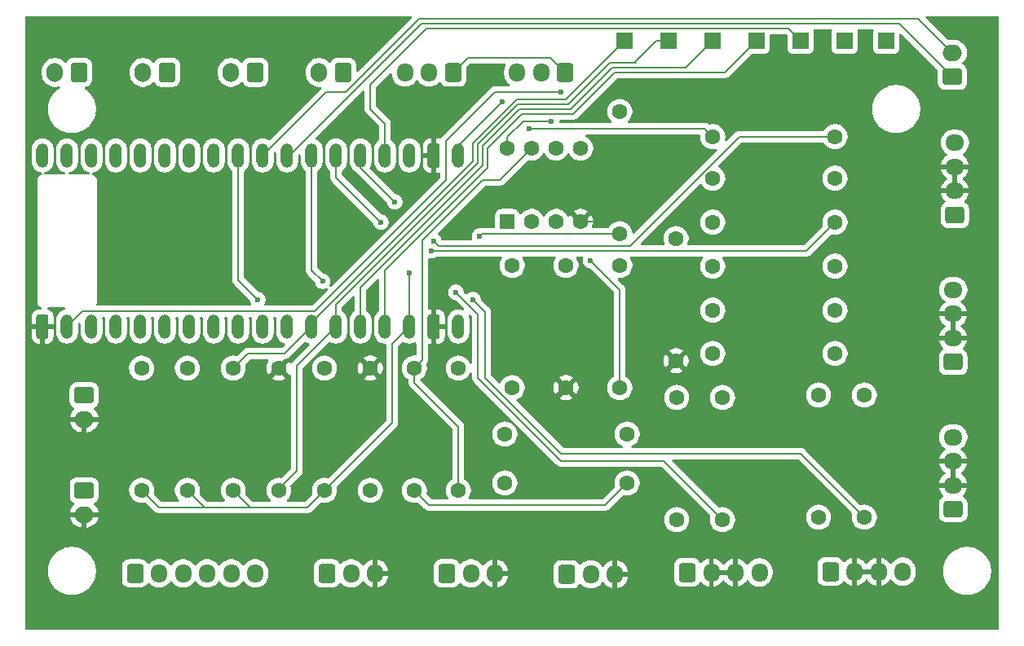
<source format=gbl>
%TF.GenerationSoftware,KiCad,Pcbnew,9.0.2*%
%TF.CreationDate,2025-07-11T23:57:31-07:00*%
%TF.ProjectId,motherboard,6d6f7468-6572-4626-9f61-72642e6b6963,rev?*%
%TF.SameCoordinates,Original*%
%TF.FileFunction,Copper,L2,Bot*%
%TF.FilePolarity,Positive*%
%FSLAX46Y46*%
G04 Gerber Fmt 4.6, Leading zero omitted, Abs format (unit mm)*
G04 Created by KiCad (PCBNEW 9.0.2) date 2025-07-11 23:57:31*
%MOMM*%
%LPD*%
G01*
G04 APERTURE LIST*
G04 Aperture macros list*
%AMRoundRect*
0 Rectangle with rounded corners*
0 $1 Rounding radius*
0 $2 $3 $4 $5 $6 $7 $8 $9 X,Y pos of 4 corners*
0 Add a 4 corners polygon primitive as box body*
4,1,4,$2,$3,$4,$5,$6,$7,$8,$9,$2,$3,0*
0 Add four circle primitives for the rounded corners*
1,1,$1+$1,$2,$3*
1,1,$1+$1,$4,$5*
1,1,$1+$1,$6,$7*
1,1,$1+$1,$8,$9*
0 Add four rect primitives between the rounded corners*
20,1,$1+$1,$2,$3,$4,$5,0*
20,1,$1+$1,$4,$5,$6,$7,0*
20,1,$1+$1,$6,$7,$8,$9,0*
20,1,$1+$1,$8,$9,$2,$3,0*%
G04 Aperture macros list end*
%TA.AperFunction,ComponentPad*%
%ADD10O,1.700000X1.950000*%
%TD*%
%TA.AperFunction,ComponentPad*%
%ADD11RoundRect,0.250000X0.600000X0.725000X-0.600000X0.725000X-0.600000X-0.725000X0.600000X-0.725000X0*%
%TD*%
%TA.AperFunction,ComponentPad*%
%ADD12O,1.270000X2.540000*%
%TD*%
%TA.AperFunction,ComponentPad*%
%ADD13RoundRect,0.250000X0.385000X-1.020000X0.385000X1.020000X-0.385000X1.020000X-0.385000X-1.020000X0*%
%TD*%
%TA.AperFunction,ComponentPad*%
%ADD14RoundRect,0.250000X-0.600000X-0.725000X0.600000X-0.725000X0.600000X0.725000X-0.600000X0.725000X0*%
%TD*%
%TA.AperFunction,ComponentPad*%
%ADD15C,1.600000*%
%TD*%
%TA.AperFunction,ComponentPad*%
%ADD16O,1.950000X1.700000*%
%TD*%
%TA.AperFunction,ComponentPad*%
%ADD17RoundRect,0.250000X0.725000X-0.600000X0.725000X0.600000X-0.725000X0.600000X-0.725000X-0.600000X0*%
%TD*%
%TA.AperFunction,ComponentPad*%
%ADD18RoundRect,0.250000X0.600000X0.750000X-0.600000X0.750000X-0.600000X-0.750000X0.600000X-0.750000X0*%
%TD*%
%TA.AperFunction,ComponentPad*%
%ADD19O,1.700000X2.000000*%
%TD*%
%TA.AperFunction,ComponentPad*%
%ADD20R,1.700000X1.700000*%
%TD*%
%TA.AperFunction,ComponentPad*%
%ADD21RoundRect,0.250000X0.550000X-0.550000X0.550000X0.550000X-0.550000X0.550000X-0.550000X-0.550000X0*%
%TD*%
%TA.AperFunction,ComponentPad*%
%ADD22RoundRect,0.250000X0.750000X-0.600000X0.750000X0.600000X-0.750000X0.600000X-0.750000X-0.600000X0*%
%TD*%
%TA.AperFunction,ComponentPad*%
%ADD23O,2.000000X1.700000*%
%TD*%
%TA.AperFunction,ComponentPad*%
%ADD24RoundRect,0.250000X-0.750000X0.600000X-0.750000X-0.600000X0.750000X-0.600000X0.750000X0.600000X0*%
%TD*%
%TA.AperFunction,ViaPad*%
%ADD25C,0.600000*%
%TD*%
%TA.AperFunction,Conductor*%
%ADD26C,0.200000*%
%TD*%
G04 APERTURE END LIST*
D10*
%TO.P,U4,3,OUT*%
%TO.N,Net-(U4-OUT)*%
X64028000Y-18304000D03*
%TO.P,U4,2,GND*%
%TO.N,Net-(U2A--)*%
X66528000Y-18304000D03*
D11*
%TO.P,U4,1,VCC*%
%TO.N,+9V*%
X69028000Y-18304000D03*
%TD*%
D12*
%TO.P,U1,VP,GPIO36*%
%TO.N,/Hall Sensor/HallSense_Out*%
X17272000Y-44704000D03*
%TO.P,U1,VN,GPIO39*%
%TO.N,Net-(Switches1-Pin_1)*%
X19812000Y-44704000D03*
D13*
%TO.P,U1,GND,GND*%
%TO.N,GND*%
X55372000Y-26924000D03*
X55372000Y-44704000D03*
X14732000Y-44704000D03*
D12*
%TO.P,U1,EN,CHIP_PU*%
%TO.N,Net-(U1-CHIP_PU)*%
X52832000Y-26924000D03*
%TO.P,U1,38,GPIO38*%
%TO.N,/IR_Sense3/IR_Out*%
X47752000Y-26924000D03*
%TO.P,U1,37,GPIO37*%
%TO.N,/IR_Sense4/IR_Out*%
X50292000Y-26924000D03*
%TO.P,U1,35,GPIO35*%
%TO.N,/IR_Sense1/IR_Out*%
X42672000Y-26924000D03*
%TO.P,U1,34,GPIO34*%
%TO.N,/IR_Sense2/IR_Out*%
X45212000Y-26924000D03*
%TO.P,U1,33,GPIO33*%
%TO.N,Net-(Switches1-Pin_5)*%
X29972000Y-44704000D03*
%TO.P,U1,32,GPIO32*%
%TO.N,Net-(Switches1-Pin_4)*%
X27432000Y-44704000D03*
%TO.P,U1,27,GPIO27*%
%TO.N,Net-(Switches1-Pin_6)*%
X32512000Y-44704000D03*
%TO.P,U1,26,GPIO26*%
%TO.N,Net-(Switches1-Pin_3)*%
X24892000Y-44704000D03*
%TO.P,U1,25,GPIO25*%
%TO.N,Net-(Switches1-Pin_2)*%
X22352000Y-44704000D03*
%TO.P,U1,22,GPIO22*%
%TO.N,Net-(U1-GPIO22)*%
X19812000Y-26924000D03*
%TO.P,U1,21,GPIO21*%
%TO.N,Net-(U1-GPIO21)*%
X17272000Y-26924000D03*
%TO.P,U1,20,GPIO20*%
%TO.N,Net-(U1-GPIO20)*%
X14732000Y-26924000D03*
%TO.P,U1,19,GPIO19*%
%TO.N,Net-(U1-GPIO19)*%
X22352000Y-26924000D03*
%TO.P,U1,15,GPIO15*%
%TO.N,Net-(J2-Pin_1)*%
X42672000Y-44704000D03*
%TO.P,U1,14,GPIO14*%
%TO.N,Net-(SG90_1-Pin_1)*%
X35052000Y-44704000D03*
%TO.P,U1,13,GPIO13*%
%TO.N,Net-(MG996R_1-Pin_1)*%
X40132000Y-44704000D03*
%TO.P,U1,12,GPIO12*%
%TO.N,Net-(DS1-Pin_1)*%
X37592000Y-44704000D03*
%TO.P,U1,10,GPIO10*%
%TO.N,Net-(U1-GPIO10)*%
X32512000Y-26924000D03*
%TO.P,U1,9,GPIO9*%
%TO.N,/IR_Sense/IR_Out*%
X35052000Y-26924000D03*
%TO.P,U1,8,GPIO8*%
%TO.N,Net-(U1-GPIO8)*%
X24892000Y-26924000D03*
%TO.P,U1,7,GPIO7*%
%TO.N,Net-(U1-GPIO7)*%
X27432000Y-26924000D03*
%TO.P,U1,5V,5V*%
%TO.N,+5V*%
X57912000Y-44704000D03*
%TO.P,U1,5,GPIO5*%
%TO.N,Net-(U1-GPIO5)*%
X29972000Y-26924000D03*
%TO.P,U1,4,GPIO4*%
%TO.N,Net-(J4-Pin_1)*%
X47752000Y-44704000D03*
%TO.P,U1,3V3,3V3*%
%TO.N,+3V3*%
X57912000Y-26924000D03*
X52832000Y-44704000D03*
%TO.P,U1,3,RX0*%
%TO.N,Net-(PI_Connect1-Pin_2)*%
X37592000Y-26924000D03*
%TO.P,U1,2,GPIO2*%
%TO.N,Net-(J3-Pin_1)*%
X45212000Y-44704000D03*
%TO.P,U1,1,TX0*%
%TO.N,Net-(PI_Connect1-Pin_1)*%
X40132000Y-26924000D03*
%TO.P,U1,0,GPIO0*%
%TO.N,Net-(J5-Pin_1)*%
X50292000Y-44704000D03*
%TD*%
D10*
%TO.P,MG996R_1,3,Pin_3*%
%TO.N,GND*%
X74168000Y-70462500D03*
%TO.P,MG996R_1,2,Pin_2*%
%TO.N,+5V*%
X71668000Y-70462500D03*
D14*
%TO.P,MG996R_1,1,Pin_1*%
%TO.N,Net-(MG996R_1-Pin_1)*%
X69168000Y-70462500D03*
%TD*%
D15*
%TO.P,R24,1*%
%TO.N,+5V*%
X84328000Y-47498000D03*
%TO.P,R24,2*%
%TO.N,Net-(R24-Pad2)*%
X97028000Y-47498000D03*
%TD*%
%TO.P,R16,1*%
%TO.N,+3V3*%
X84328000Y-33858000D03*
%TO.P,R16,2*%
%TO.N,/IR_Sense2/IR_Out*%
X97028000Y-33858000D03*
%TD*%
%TO.P,R17,1*%
%TO.N,+5V*%
X84328000Y-38430000D03*
%TO.P,R17,2*%
%TO.N,Net-(R17-Pad2)*%
X97028000Y-38430000D03*
%TD*%
%TO.P,R18,1*%
%TO.N,+3V3*%
X84328000Y-24968000D03*
%TO.P,R18,2*%
%TO.N,/IR_Sense3/IR_Out*%
X97028000Y-24968000D03*
%TD*%
%TO.P,R22,1*%
%TO.N,+5V*%
X84328000Y-29286000D03*
%TO.P,R22,2*%
%TO.N,Net-(R22-Pad2)*%
X97028000Y-29286000D03*
%TD*%
%TO.P,R23,1*%
%TO.N,+3V3*%
X84328000Y-43002000D03*
%TO.P,R23,2*%
%TO.N,/IR_Sense4/IR_Out*%
X97028000Y-43002000D03*
%TD*%
%TO.P,R9,2*%
%TO.N,GND*%
X80518000Y-48260000D03*
%TO.P,R9,1*%
%TO.N,/Hall Sensor/HallSense_Out*%
X80518000Y-35560000D03*
%TD*%
%TO.P,R8,2*%
%TO.N,/Hall Sensor/HallSense_Out*%
X74676000Y-22352000D03*
%TO.P,R8,1*%
%TO.N,Net-(R7-Pad2)*%
X74676000Y-35052000D03*
%TD*%
%TO.P,R1,2*%
%TO.N,Net-(U2A-+)*%
X63500000Y-38354000D03*
%TO.P,R1,1*%
%TO.N,+9V*%
X63500000Y-51054000D03*
%TD*%
%TO.P,R20,2*%
%TO.N,GND*%
X39268000Y-49022000D03*
%TO.P,R20,1*%
%TO.N,Net-(J3-Pin_1)*%
X39268000Y-61722000D03*
%TD*%
%TO.P,R30,2*%
%TO.N,GND*%
X48768000Y-49022000D03*
%TO.P,R30,1*%
%TO.N,Net-(DS1-Pin_1)*%
X48768000Y-61722000D03*
%TD*%
%TO.P,R19,2*%
%TO.N,Net-(J2-Pin_1)*%
X34518000Y-49022000D03*
%TO.P,R19,1*%
%TO.N,+3V3*%
X34518000Y-61722000D03*
%TD*%
%TO.P,R21,2*%
%TO.N,Net-(J5-Pin_1)*%
X44018000Y-49022000D03*
%TO.P,R21,1*%
%TO.N,+3V3*%
X44018000Y-61722000D03*
%TD*%
%TO.P,R11,2*%
%TO.N,Net-(U1-CHIP_PU)*%
X29768000Y-49022000D03*
%TO.P,R11,1*%
%TO.N,+3V3*%
X29768000Y-61722000D03*
%TD*%
%TO.P,R10,2*%
%TO.N,Net-(U1-GPIO5)*%
X25018000Y-49022000D03*
%TO.P,R10,1*%
%TO.N,+3V3*%
X25018000Y-61722000D03*
%TD*%
%TO.P,R3,2*%
%TO.N,Net-(U2A--)*%
X74676000Y-51054000D03*
%TO.P,R3,1*%
%TO.N,Net-(U2B--)*%
X74676000Y-38354000D03*
%TD*%
D16*
%TO.P,U5,4,4*%
%TO.N,/IR_Sense2/IR_Out*%
X109296500Y-40894000D03*
%TO.P,U5,3,3*%
%TO.N,GND*%
X109296500Y-43394000D03*
%TO.P,U5,2,2*%
X109296500Y-45894000D03*
D17*
%TO.P,U5,1,1*%
%TO.N,Net-(R17-Pad2)*%
X109296500Y-48394000D03*
%TD*%
D15*
%TO.P,R15,2*%
%TO.N,Net-(R15-Pad2)*%
X80594000Y-64770000D03*
%TO.P,R15,1*%
%TO.N,+5V*%
X80594000Y-52070000D03*
%TD*%
%TO.P,R13,2*%
%TO.N,Net-(R13-Pad2)*%
X95326000Y-64516000D03*
%TO.P,R13,1*%
%TO.N,+5V*%
X95326000Y-51816000D03*
%TD*%
%TO.P,R12,2*%
%TO.N,/IR_Sense/IR_Out*%
X100076000Y-64516000D03*
%TO.P,R12,1*%
%TO.N,+3V3*%
X100076000Y-51816000D03*
%TD*%
%TO.P,R14,2*%
%TO.N,/IR_Sense1/IR_Out*%
X85344000Y-64770000D03*
%TO.P,R14,1*%
%TO.N,+3V3*%
X85344000Y-52070000D03*
%TD*%
D18*
%TO.P,motor1,1,Pin_1*%
%TO.N,Net-(U1-GPIO21)*%
X18502000Y-18288000D03*
D19*
%TO.P,motor1,2,Pin_2*%
%TO.N,Net-(U1-GPIO20)*%
X16002000Y-18288000D03*
%TD*%
D18*
%TO.P,motor2,1,Pin_1*%
%TO.N,Net-(U1-GPIO19)*%
X27646000Y-18288000D03*
D19*
%TO.P,motor2,2,Pin_2*%
%TO.N,Net-(U1-GPIO22)*%
X25146000Y-18288000D03*
%TD*%
D14*
%TO.P,U9,1,1*%
%TO.N,Net-(R13-Pad2)*%
X96554000Y-70180500D03*
D10*
%TO.P,U9,2,2*%
%TO.N,GND*%
X99054000Y-70180500D03*
%TO.P,U9,3,3*%
X101554000Y-70180500D03*
%TO.P,U9,4,4*%
%TO.N,/IR_Sense/IR_Out*%
X104054000Y-70180500D03*
%TD*%
D14*
%TO.P,SG90_1,1,Pin_1*%
%TO.N,Net-(SG90_1-Pin_1)*%
X44276000Y-70358000D03*
D10*
%TO.P,SG90_1,2,Pin_2*%
%TO.N,+5V*%
X46776000Y-70358000D03*
%TO.P,SG90_1,3,Pin_3*%
%TO.N,GND*%
X49276000Y-70358000D03*
%TD*%
D20*
%TO.P,J1,1,Pin_1*%
%TO.N,/IR_Sense2/IR_Out*%
X102362000Y-14986000D03*
%TD*%
%TO.P,J5,1,Pin_1*%
%TO.N,Net-(J5-Pin_1)*%
X88900000Y-14986000D03*
%TD*%
D14*
%TO.P,Switches1,1,Pin_1*%
%TO.N,Net-(Switches1-Pin_1)*%
X24330000Y-70358000D03*
D10*
%TO.P,Switches1,2,Pin_2*%
%TO.N,Net-(Switches1-Pin_2)*%
X26830000Y-70358000D03*
%TO.P,Switches1,3,Pin_3*%
%TO.N,Net-(Switches1-Pin_3)*%
X29330000Y-70358000D03*
%TO.P,Switches1,4,Pin_4*%
%TO.N,Net-(Switches1-Pin_4)*%
X31830000Y-70358000D03*
%TO.P,Switches1,5,Pin_5*%
%TO.N,Net-(Switches1-Pin_5)*%
X34330000Y-70358000D03*
%TO.P,Switches1,6,Pin_6*%
%TO.N,Net-(Switches1-Pin_6)*%
X36830000Y-70358000D03*
%TD*%
D15*
%TO.P,R7,1*%
%TO.N,Net-(R6-Pad2)*%
X57912000Y-61722000D03*
%TO.P,R7,2*%
%TO.N,Net-(R7-Pad2)*%
X57912000Y-49022000D03*
%TD*%
D20*
%TO.P,J4,1,Pin_1*%
%TO.N,Net-(J4-Pin_1)*%
X84328000Y-14986000D03*
%TD*%
%TO.P,J7,1,Pin_1*%
%TO.N,/IR_Sense4/IR_Out*%
X93472000Y-14986000D03*
%TD*%
D15*
%TO.P,R6,1*%
%TO.N,Net-(U2B-+)*%
X53340000Y-61722000D03*
%TO.P,R6,2*%
%TO.N,Net-(R6-Pad2)*%
X53340000Y-49022000D03*
%TD*%
%TO.P,R4,1*%
%TO.N,Net-(U4-OUT)*%
X62738000Y-55880000D03*
%TO.P,R4,2*%
%TO.N,Net-(U2B--)*%
X75438000Y-55880000D03*
%TD*%
D21*
%TO.P,U2,1*%
%TO.N,Net-(U2A--)*%
X62992000Y-33777000D03*
D15*
%TO.P,U2,2,-*%
X65532000Y-33777000D03*
%TO.P,U2,3,+*%
%TO.N,Net-(U2A-+)*%
X68072000Y-33777000D03*
%TO.P,U2,4,V-*%
%TO.N,GND*%
X70612000Y-33777000D03*
%TO.P,U2,5,+*%
%TO.N,Net-(U2B-+)*%
X70612000Y-26157000D03*
%TO.P,U2,6,-*%
%TO.N,Net-(U2B--)*%
X68072000Y-26157000D03*
%TO.P,U2,7*%
%TO.N,Net-(R6-Pad2)*%
X65532000Y-26157000D03*
%TO.P,U2,8,V+*%
%TO.N,+9V*%
X62992000Y-26157000D03*
%TD*%
D11*
%TO.P,U3,1,VCC*%
%TO.N,+9V*%
X57364000Y-18304000D03*
D10*
%TO.P,U3,2,GND*%
%TO.N,Net-(U2A--)*%
X54864000Y-18304000D03*
%TO.P,U3,3,OUT*%
%TO.N,Net-(U3-OUT)*%
X52364000Y-18304000D03*
%TD*%
D22*
%TO.P,PI_Connect1,1,Pin_1*%
%TO.N,Net-(PI_Connect1-Pin_1)*%
X109220000Y-18756000D03*
D23*
%TO.P,PI_Connect1,2,Pin_2*%
%TO.N,Net-(PI_Connect1-Pin_2)*%
X109220000Y-16256000D03*
%TD*%
D20*
%TO.P,J6,1,Pin_1*%
%TO.N,/IR_Sense3/IR_Out*%
X98044000Y-14986000D03*
%TD*%
D24*
%TO.P,BT2,1,+*%
%TO.N,+9V*%
X19050000Y-51856000D03*
D23*
%TO.P,BT2,2,-*%
%TO.N,GND*%
X19050000Y-54356000D03*
%TD*%
D24*
%TO.P,BT1,1,+*%
%TO.N,+5V*%
X19056500Y-61742000D03*
D23*
%TO.P,BT1,2,-*%
%TO.N,GND*%
X19056500Y-64242000D03*
%TD*%
D15*
%TO.P,R2,1*%
%TO.N,Net-(U2A-+)*%
X69088000Y-38354000D03*
%TO.P,R2,2*%
%TO.N,GND*%
X69088000Y-51054000D03*
%TD*%
D20*
%TO.P,J2,1,Pin_1*%
%TO.N,Net-(J2-Pin_1)*%
X75184000Y-14986000D03*
%TD*%
D14*
%TO.P,DS1,1,Pin_1*%
%TO.N,Net-(DS1-Pin_1)*%
X56722000Y-70358000D03*
D10*
%TO.P,DS1,2,Pin_2*%
%TO.N,+5V*%
X59222000Y-70358000D03*
%TO.P,DS1,3,Pin_3*%
%TO.N,GND*%
X61722000Y-70358000D03*
%TD*%
D20*
%TO.P,J3,1,Pin_1*%
%TO.N,Net-(J3-Pin_1)*%
X79756000Y-14986000D03*
%TD*%
D18*
%TO.P,motor3,1,Pin_1*%
%TO.N,Net-(U1-GPIO7)*%
X36790000Y-18288000D03*
D19*
%TO.P,motor3,2,Pin_2*%
%TO.N,Net-(U1-GPIO8)*%
X34290000Y-18288000D03*
%TD*%
D14*
%TO.P,U7,1,1*%
%TO.N,Net-(R15-Pad2)*%
X81688000Y-70257000D03*
D10*
%TO.P,U7,2,2*%
%TO.N,GND*%
X84188000Y-70257000D03*
%TO.P,U7,3,3*%
X86688000Y-70257000D03*
%TO.P,U7,4,4*%
%TO.N,/IR_Sense1/IR_Out*%
X89188000Y-70257000D03*
%TD*%
D17*
%TO.P,U6,1,1*%
%TO.N,Net-(R22-Pad2)*%
X109474000Y-33094000D03*
D16*
%TO.P,U6,2,2*%
%TO.N,GND*%
X109474000Y-30594000D03*
%TO.P,U6,3,3*%
X109474000Y-28094000D03*
%TO.P,U6,4,4*%
%TO.N,/IR_Sense3/IR_Out*%
X109474000Y-25594000D03*
%TD*%
D18*
%TO.P,motor4,1,Pin_1*%
%TO.N,Net-(U1-GPIO10)*%
X45934000Y-18288000D03*
D19*
%TO.P,motor4,2,Pin_2*%
%TO.N,Net-(U1-GPIO5)*%
X43434000Y-18288000D03*
%TD*%
D15*
%TO.P,R5,1*%
%TO.N,Net-(U3-OUT)*%
X62738000Y-60960000D03*
%TO.P,R5,2*%
%TO.N,Net-(U2B-+)*%
X75438000Y-60960000D03*
%TD*%
D17*
%TO.P,U8,1,1*%
%TO.N,Net-(R24-Pad2)*%
X109296500Y-63694000D03*
D16*
%TO.P,U8,2,2*%
%TO.N,GND*%
X109296500Y-61194000D03*
%TO.P,U8,3,3*%
X109296500Y-58694000D03*
%TO.P,U8,4,4*%
%TO.N,/IR_Sense4/IR_Out*%
X109296500Y-56194000D03*
%TD*%
D25*
%TO.N,GND*%
X59944000Y-32766000D03*
X80772000Y-22098000D03*
X80772000Y-25908000D03*
%TO.N,+9V*%
X67564000Y-23368000D03*
%TO.N,+3V3*%
X65278000Y-24130000D03*
X62484000Y-21336000D03*
X52832000Y-39116000D03*
%TO.N,/Hall Sensor/HallSense_Out*%
X68580000Y-20320000D03*
%TO.N,Net-(R7-Pad2)*%
X60106000Y-35306000D03*
%TO.N,Net-(U2A--)*%
X71628000Y-37846000D03*
%TO.N,/IR_Sense3/IR_Out*%
X51308000Y-31750000D03*
X55372000Y-35814000D03*
%TO.N,/IR_Sense2/IR_Out*%
X49876000Y-33867473D03*
X55118000Y-36830000D03*
%TO.N,/IR_Sense1/IR_Out*%
X57658000Y-41148000D03*
X43815000Y-40005000D03*
%TO.N,/IR_Sense/IR_Out*%
X37084000Y-41910000D03*
X59436000Y-41910000D03*
%TD*%
D26*
%TO.N,GND*%
X70612000Y-33777000D02*
X72903000Y-33777000D01*
X72903000Y-33777000D02*
X80772000Y-25908000D01*
%TO.N,/IR_Sense2/IR_Out*%
X49876000Y-33867473D02*
X49869473Y-33867473D01*
X49869473Y-33867473D02*
X45212000Y-29210000D01*
X45212000Y-29210000D02*
X45212000Y-26924000D01*
%TO.N,/IR_Sense3/IR_Out*%
X51308000Y-31750000D02*
X47752000Y-28194000D01*
X47752000Y-28194000D02*
X47752000Y-26924000D01*
%TO.N,+9V*%
X64649630Y-23368000D02*
X67564000Y-23368000D01*
X62992000Y-25025630D02*
X64649630Y-23368000D01*
X62992000Y-26157000D02*
X62992000Y-25025630D01*
X57364000Y-18304000D02*
X58904000Y-16764000D01*
X58904000Y-16764000D02*
X67488000Y-16764000D01*
X67488000Y-16764000D02*
X69028000Y-18304000D01*
%TO.N,+3V3*%
X65278000Y-24130000D02*
X83490000Y-24130000D01*
X83490000Y-24130000D02*
X84328000Y-24968000D01*
X57912000Y-26924000D02*
X57912000Y-25908000D01*
X57912000Y-25908000D02*
X62484000Y-21336000D01*
X52832000Y-44704000D02*
X52832000Y-39116000D01*
X44018000Y-61722000D02*
X51054000Y-54686000D01*
X51054000Y-54686000D02*
X51054000Y-46482000D01*
X51054000Y-46482000D02*
X52832000Y-44704000D01*
X31496000Y-63500000D02*
X36576000Y-63500000D01*
X34518000Y-61722000D02*
X36296000Y-63500000D01*
X36296000Y-63500000D02*
X36576000Y-63500000D01*
X26796000Y-63500000D02*
X31496000Y-63500000D01*
X29768000Y-61722000D02*
X31496000Y-63450000D01*
X31496000Y-63450000D02*
X31496000Y-63500000D01*
X25018000Y-61722000D02*
X26796000Y-63500000D01*
X36576000Y-63500000D02*
X42240000Y-63500000D01*
X42240000Y-63500000D02*
X44018000Y-61722000D01*
%TO.N,/Hall Sensor/HallSense_Out*%
X61722000Y-20320000D02*
X68580000Y-20320000D01*
X56642000Y-25400000D02*
X61722000Y-20320000D01*
X56642000Y-29464000D02*
X56642000Y-25400000D01*
X17272000Y-44704000D02*
X18843000Y-43133000D01*
X42973000Y-43133000D02*
X56642000Y-29464000D01*
X18843000Y-43133000D02*
X42973000Y-43133000D01*
%TO.N,/IR_Sense1/IR_Out*%
X43815000Y-40005000D02*
X42672000Y-38862000D01*
X42672000Y-38862000D02*
X42672000Y-26924000D01*
%TO.N,Net-(R6-Pad2)*%
X53340000Y-49022000D02*
X54139999Y-48222001D01*
X54139999Y-48222001D02*
X54139999Y-35776001D01*
X60452000Y-29464000D02*
X62225000Y-29464000D01*
X54139999Y-35776001D02*
X60452000Y-29464000D01*
X62225000Y-29464000D02*
X65532000Y-26157000D01*
%TO.N,Net-(J5-Pin_1)*%
X88900000Y-14986000D02*
X85598000Y-18288000D01*
X69850000Y-22606000D02*
X64516000Y-22606000D01*
X85598000Y-18288000D02*
X74168000Y-18288000D01*
X74168000Y-18288000D02*
X69850000Y-22606000D01*
X64516000Y-22606000D02*
X60960000Y-26162000D01*
X60960000Y-26162000D02*
X60960000Y-28194000D01*
X60960000Y-28194000D02*
X50292000Y-38862000D01*
X50292000Y-38862000D02*
X50292000Y-44704000D01*
%TO.N,Net-(J4-Pin_1)*%
X84328000Y-14986000D02*
X81534000Y-17780000D01*
X60452000Y-25908000D02*
X60452000Y-27940000D01*
X81534000Y-17780000D02*
X73914000Y-17780000D01*
X73914000Y-17780000D02*
X69596000Y-22098000D01*
X69596000Y-22098000D02*
X64262000Y-22098000D01*
X64262000Y-22098000D02*
X60452000Y-25908000D01*
X60452000Y-27940000D02*
X47752000Y-40640000D01*
X47752000Y-40640000D02*
X47752000Y-44704000D01*
%TO.N,Net-(J3-Pin_1)*%
X76200000Y-17272000D02*
X73660000Y-17272000D01*
X73660000Y-17272000D02*
X69342000Y-21590000D01*
X69342000Y-21590000D02*
X64067100Y-21590000D01*
X64067100Y-21590000D02*
X59944000Y-25713100D01*
X59944000Y-25713100D02*
X59944000Y-27678616D01*
X59944000Y-27678616D02*
X45212000Y-42410616D01*
X45212000Y-42410616D02*
X45212000Y-44704000D01*
%TO.N,/IR_Sense4/IR_Out*%
X93472000Y-14986000D02*
X92202000Y-13716000D01*
X92202000Y-13716000D02*
X54610000Y-13716000D01*
X54610000Y-13716000D02*
X48768000Y-19558000D01*
X48768000Y-19558000D02*
X48768000Y-22098000D01*
X48768000Y-22098000D02*
X50292000Y-23622000D01*
X50292000Y-23622000D02*
X50292000Y-26924000D01*
%TO.N,Net-(R7-Pad2)*%
X60360000Y-35052000D02*
X60106000Y-35306000D01*
X74676000Y-35052000D02*
X60360000Y-35052000D01*
%TO.N,Net-(PI_Connect1-Pin_1)*%
X109220000Y-18756000D02*
X103672000Y-13208000D01*
X103672000Y-13208000D02*
X54102000Y-13208000D01*
X54102000Y-13208000D02*
X40386000Y-26924000D01*
X40386000Y-26924000D02*
X40132000Y-26924000D01*
%TO.N,Net-(PI_Connect1-Pin_2)*%
X105664000Y-12700000D02*
X53848000Y-12700000D01*
X53848000Y-12700000D02*
X46228000Y-20320000D01*
X46228000Y-20320000D02*
X44196000Y-20320000D01*
X44196000Y-20320000D02*
X37592000Y-26924000D01*
X109220000Y-16256000D02*
X105664000Y-12700000D01*
%TO.N,Net-(U2A--)*%
X74676000Y-51054000D02*
X74676000Y-40894000D01*
X74676000Y-40894000D02*
X71628000Y-37846000D01*
%TO.N,/IR_Sense3/IR_Out*%
X75734950Y-36322000D02*
X74930000Y-36322000D01*
X87088950Y-24968000D02*
X75734950Y-36322000D01*
X97028000Y-24968000D02*
X87088950Y-24968000D01*
X74930000Y-36322000D02*
X55880000Y-36322000D01*
X55880000Y-36322000D02*
X55372000Y-35814000D01*
%TO.N,/IR_Sense2/IR_Out*%
X97028000Y-33858000D02*
X94056000Y-36830000D01*
X94056000Y-36830000D02*
X55118000Y-36830000D01*
%TO.N,Net-(J2-Pin_1)*%
X75184000Y-14986000D02*
X69088000Y-21082000D01*
X64008000Y-21082000D02*
X59436000Y-25654000D01*
X69088000Y-21082000D02*
X64008000Y-21082000D01*
X59436000Y-25654000D02*
X59436000Y-27519942D01*
X59436000Y-27519942D02*
X42672000Y-44283942D01*
X42672000Y-44283942D02*
X42672000Y-44704000D01*
%TO.N,Net-(J3-Pin_1)*%
X76200000Y-17272000D02*
X78486000Y-14986000D01*
X78486000Y-14986000D02*
X79756000Y-14986000D01*
X76335000Y-17272000D02*
X76200000Y-17272000D01*
%TO.N,/IR_Sense1/IR_Out*%
X59944000Y-43434000D02*
X57658000Y-41148000D01*
X59944000Y-44196000D02*
X59944000Y-43434000D01*
%TO.N,/IR_Sense/IR_Out*%
X68580000Y-57912000D02*
X60706000Y-50038000D01*
X74422000Y-57912000D02*
X68580000Y-57912000D01*
X100076000Y-64516000D02*
X93472000Y-57912000D01*
X35052000Y-39878000D02*
X35052000Y-26924000D01*
X93472000Y-57912000D02*
X74422000Y-57912000D01*
X60706000Y-50038000D02*
X60706000Y-43180000D01*
X60706000Y-43180000D02*
X59436000Y-41910000D01*
X37084000Y-41910000D02*
X35052000Y-39878000D01*
%TO.N,/IR_Sense1/IR_Out*%
X85344000Y-64770000D02*
X79248000Y-58674000D01*
X68580000Y-58674000D02*
X59944000Y-50038000D01*
X79248000Y-58674000D02*
X68580000Y-58674000D01*
X59944000Y-50038000D02*
X59944000Y-44196000D01*
%TO.N,Net-(U2B-+)*%
X53340000Y-61722000D02*
X54864000Y-63246000D01*
X54864000Y-63246000D02*
X73152000Y-63246000D01*
X73152000Y-63246000D02*
X75438000Y-60960000D01*
%TO.N,Net-(R6-Pad2)*%
X53340000Y-50546000D02*
X57912000Y-55118000D01*
X53340000Y-49022000D02*
X53340000Y-50546000D01*
X57912000Y-55118000D02*
X57912000Y-61722000D01*
%TO.N,Net-(J3-Pin_1)*%
X45212000Y-44704000D02*
X41148000Y-48768000D01*
X41148000Y-48768000D02*
X41148000Y-59690000D01*
X41148000Y-59690000D02*
X39268000Y-61570000D01*
X39268000Y-61570000D02*
X39268000Y-61722000D01*
%TO.N,Net-(J2-Pin_1)*%
X34544000Y-49022000D02*
X36068000Y-47498000D01*
X34518000Y-49022000D02*
X34544000Y-49022000D01*
X36068000Y-47498000D02*
X39878000Y-47498000D01*
X39878000Y-47498000D02*
X42672000Y-44704000D01*
%TD*%
%TA.AperFunction,Conductor*%
%TO.N,GND*%
G36*
X86245370Y-70073657D02*
G01*
X86213000Y-70194465D01*
X86213000Y-70319535D01*
X86245370Y-70440343D01*
X86283854Y-70507000D01*
X84592146Y-70507000D01*
X84630630Y-70440343D01*
X84663000Y-70319535D01*
X84663000Y-70194465D01*
X84630630Y-70073657D01*
X84592146Y-70007000D01*
X86283854Y-70007000D01*
X86245370Y-70073657D01*
G37*
%TD.AperFunction*%
%TA.AperFunction,Conductor*%
G36*
X101111370Y-69997157D02*
G01*
X101079000Y-70117965D01*
X101079000Y-70243035D01*
X101111370Y-70363843D01*
X101149854Y-70430500D01*
X99458146Y-70430500D01*
X99496630Y-70363843D01*
X99529000Y-70243035D01*
X99529000Y-70117965D01*
X99496630Y-69997157D01*
X99458146Y-69930500D01*
X101149854Y-69930500D01*
X101111370Y-69997157D01*
G37*
%TD.AperFunction*%
%TA.AperFunction,Conductor*%
G36*
X109546500Y-60789854D02*
G01*
X109479843Y-60751370D01*
X109359035Y-60719000D01*
X109233965Y-60719000D01*
X109113157Y-60751370D01*
X109046500Y-60789854D01*
X109046500Y-59098145D01*
X109113157Y-59136630D01*
X109233965Y-59169000D01*
X109359035Y-59169000D01*
X109479843Y-59136630D01*
X109546500Y-59098145D01*
X109546500Y-60789854D01*
G37*
%TD.AperFunction*%
%TA.AperFunction,Conductor*%
G36*
X109546500Y-45489854D02*
G01*
X109479843Y-45451370D01*
X109359035Y-45419000D01*
X109233965Y-45419000D01*
X109113157Y-45451370D01*
X109046500Y-45489854D01*
X109046500Y-43798145D01*
X109113157Y-43836630D01*
X109233965Y-43869000D01*
X109359035Y-43869000D01*
X109479843Y-43836630D01*
X109546500Y-43798145D01*
X109546500Y-45489854D01*
G37*
%TD.AperFunction*%
%TA.AperFunction,Conductor*%
G36*
X109724000Y-30189854D02*
G01*
X109657343Y-30151370D01*
X109536535Y-30119000D01*
X109411465Y-30119000D01*
X109290657Y-30151370D01*
X109224000Y-30189854D01*
X109224000Y-28498145D01*
X109290657Y-28536630D01*
X109411465Y-28569000D01*
X109536535Y-28569000D01*
X109657343Y-28536630D01*
X109724000Y-28498145D01*
X109724000Y-30189854D01*
G37*
%TD.AperFunction*%
%TA.AperFunction,Conductor*%
G36*
X53027942Y-12458185D02*
G01*
X53073697Y-12510989D01*
X53083641Y-12580147D01*
X53054616Y-12643703D01*
X53048584Y-12650181D01*
X47496180Y-18202584D01*
X47434857Y-18236069D01*
X47365165Y-18231085D01*
X47309232Y-18189213D01*
X47284815Y-18123749D01*
X47284499Y-18114903D01*
X47284499Y-17487998D01*
X47284498Y-17487981D01*
X47273999Y-17385203D01*
X47273998Y-17385200D01*
X47268078Y-17367334D01*
X47218814Y-17218666D01*
X47126712Y-17069344D01*
X47002656Y-16945288D01*
X46867225Y-16861754D01*
X46853336Y-16853187D01*
X46853331Y-16853185D01*
X46851862Y-16852698D01*
X46686797Y-16798001D01*
X46686795Y-16798000D01*
X46584010Y-16787500D01*
X45283998Y-16787500D01*
X45283981Y-16787501D01*
X45181203Y-16798000D01*
X45181200Y-16798001D01*
X45014668Y-16853185D01*
X45014663Y-16853187D01*
X44865342Y-16945289D01*
X44741289Y-17069342D01*
X44645821Y-17224121D01*
X44593873Y-17270845D01*
X44524910Y-17282068D01*
X44460828Y-17254224D01*
X44452601Y-17246705D01*
X44313786Y-17107890D01*
X44141820Y-16982951D01*
X43952414Y-16886444D01*
X43952413Y-16886443D01*
X43952412Y-16886443D01*
X43750243Y-16820754D01*
X43750241Y-16820753D01*
X43750240Y-16820753D01*
X43569841Y-16792181D01*
X43540287Y-16787500D01*
X43327713Y-16787500D01*
X43298159Y-16792181D01*
X43117760Y-16820753D01*
X42915585Y-16886444D01*
X42726179Y-16982951D01*
X42554213Y-17107890D01*
X42403890Y-17258213D01*
X42278951Y-17430179D01*
X42182444Y-17619585D01*
X42116753Y-17821760D01*
X42083500Y-18031713D01*
X42083500Y-18544286D01*
X42115328Y-18745243D01*
X42116754Y-18754243D01*
X42180511Y-18950467D01*
X42182444Y-18956414D01*
X42278951Y-19145820D01*
X42403890Y-19317786D01*
X42554213Y-19468109D01*
X42726179Y-19593048D01*
X42726181Y-19593049D01*
X42726184Y-19593051D01*
X42915588Y-19689557D01*
X43117757Y-19755246D01*
X43327713Y-19788500D01*
X43327714Y-19788500D01*
X43540286Y-19788500D01*
X43540287Y-19788500D01*
X43564934Y-19784596D01*
X43634227Y-19793550D01*
X43687679Y-19838546D01*
X43708319Y-19905298D01*
X43689594Y-19972612D01*
X43672013Y-19994750D01*
X38355731Y-25311032D01*
X38294408Y-25344517D01*
X38224716Y-25339533D01*
X38195170Y-25323673D01*
X38187132Y-25317833D01*
X38027881Y-25236691D01*
X38027878Y-25236689D01*
X37857899Y-25181460D01*
X37740209Y-25162820D01*
X37681366Y-25153500D01*
X37502634Y-25153500D01*
X37443790Y-25162820D01*
X37326101Y-25181460D01*
X37326098Y-25181460D01*
X37156121Y-25236689D01*
X37156118Y-25236691D01*
X36996867Y-25317833D01*
X36852270Y-25422890D01*
X36725890Y-25549270D01*
X36620833Y-25693867D01*
X36539691Y-25853118D01*
X36539689Y-25853121D01*
X36484460Y-26023098D01*
X36484460Y-26023101D01*
X36456500Y-26199634D01*
X36456500Y-27648365D01*
X36484460Y-27824898D01*
X36484460Y-27824901D01*
X36539689Y-27994878D01*
X36539691Y-27994881D01*
X36620833Y-28154132D01*
X36725889Y-28298728D01*
X36852272Y-28425111D01*
X36996868Y-28530167D01*
X37156119Y-28611309D01*
X37156121Y-28611310D01*
X37314670Y-28662825D01*
X37326103Y-28666540D01*
X37502634Y-28694500D01*
X37502635Y-28694500D01*
X37681365Y-28694500D01*
X37681366Y-28694500D01*
X37857897Y-28666540D01*
X37857900Y-28666539D01*
X37857901Y-28666539D01*
X38027878Y-28611310D01*
X38027878Y-28611309D01*
X38027881Y-28611309D01*
X38187132Y-28530167D01*
X38331728Y-28425111D01*
X38458111Y-28298728D01*
X38563167Y-28154132D01*
X38644309Y-27994881D01*
X38699540Y-27824897D01*
X38727500Y-27648366D01*
X38727500Y-26689097D01*
X38736144Y-26659656D01*
X38742668Y-26629670D01*
X38746422Y-26624654D01*
X38747185Y-26622058D01*
X38763819Y-26601416D01*
X38784819Y-26580416D01*
X38846142Y-26546931D01*
X38915834Y-26551915D01*
X38971767Y-26593787D01*
X38996184Y-26659251D01*
X38996500Y-26668097D01*
X38996500Y-27648365D01*
X39024460Y-27824898D01*
X39024460Y-27824901D01*
X39079689Y-27994878D01*
X39079691Y-27994881D01*
X39160833Y-28154132D01*
X39265889Y-28298728D01*
X39392272Y-28425111D01*
X39536868Y-28530167D01*
X39696119Y-28611309D01*
X39696121Y-28611310D01*
X39854670Y-28662825D01*
X39866103Y-28666540D01*
X40042634Y-28694500D01*
X40042635Y-28694500D01*
X40221365Y-28694500D01*
X40221366Y-28694500D01*
X40397897Y-28666540D01*
X40397900Y-28666539D01*
X40397901Y-28666539D01*
X40567878Y-28611310D01*
X40567878Y-28611309D01*
X40567881Y-28611309D01*
X40727132Y-28530167D01*
X40871728Y-28425111D01*
X40998111Y-28298728D01*
X41103167Y-28154132D01*
X41184309Y-27994881D01*
X41239540Y-27824897D01*
X41267500Y-27648366D01*
X41267500Y-26943097D01*
X41276144Y-26913656D01*
X41282668Y-26883670D01*
X41286422Y-26878654D01*
X41287185Y-26876058D01*
X41303819Y-26855416D01*
X41324819Y-26834416D01*
X41386142Y-26800931D01*
X41455834Y-26805915D01*
X41511767Y-26847787D01*
X41536184Y-26913251D01*
X41536500Y-26922097D01*
X41536500Y-27648365D01*
X41564460Y-27824898D01*
X41564460Y-27824901D01*
X41619689Y-27994878D01*
X41619691Y-27994881D01*
X41700833Y-28154132D01*
X41805889Y-28298728D01*
X41932272Y-28425111D01*
X42020388Y-28489131D01*
X42063051Y-28544457D01*
X42071500Y-28589446D01*
X42071500Y-38775330D01*
X42071499Y-38775348D01*
X42071499Y-38941054D01*
X42071498Y-38941054D01*
X42071499Y-38941057D01*
X42112423Y-39093785D01*
X42122716Y-39111613D01*
X42133021Y-39129460D01*
X42133022Y-39129464D01*
X42133023Y-39129464D01*
X42176344Y-39204500D01*
X42191479Y-39230714D01*
X42191481Y-39230717D01*
X42310349Y-39349585D01*
X42310355Y-39349590D01*
X42980425Y-40019660D01*
X43013910Y-40080983D01*
X43014361Y-40083149D01*
X43045261Y-40238491D01*
X43045264Y-40238501D01*
X43105602Y-40384172D01*
X43105609Y-40384185D01*
X43193210Y-40515288D01*
X43193213Y-40515292D01*
X43304707Y-40626786D01*
X43304711Y-40626789D01*
X43435814Y-40714390D01*
X43435827Y-40714397D01*
X43567220Y-40768821D01*
X43581503Y-40774737D01*
X43736153Y-40805499D01*
X43736156Y-40805500D01*
X43736158Y-40805500D01*
X43893844Y-40805500D01*
X43893845Y-40805499D01*
X44048497Y-40774737D01*
X44194179Y-40714394D01*
X44196692Y-40712714D01*
X44198210Y-40712239D01*
X44199554Y-40711521D01*
X44199690Y-40711775D01*
X44263367Y-40691832D01*
X44330749Y-40710311D01*
X44377443Y-40762287D01*
X44388625Y-40831256D01*
X44360744Y-40895322D01*
X44353271Y-40903493D01*
X42760584Y-42496181D01*
X42699261Y-42529666D01*
X42672903Y-42532500D01*
X37862800Y-42532500D01*
X37795761Y-42512815D01*
X37750006Y-42460011D01*
X37740062Y-42390853D01*
X37759698Y-42339609D01*
X37772542Y-42320386D01*
X37793394Y-42289179D01*
X37853737Y-42143497D01*
X37884500Y-41988842D01*
X37884500Y-41831158D01*
X37884500Y-41831155D01*
X37884499Y-41831153D01*
X37853738Y-41676510D01*
X37853737Y-41676503D01*
X37793896Y-41532032D01*
X37793397Y-41530827D01*
X37793390Y-41530814D01*
X37705789Y-41399711D01*
X37705786Y-41399707D01*
X37594292Y-41288213D01*
X37594288Y-41288210D01*
X37463185Y-41200609D01*
X37463172Y-41200602D01*
X37317501Y-41140264D01*
X37317491Y-41140261D01*
X37162149Y-41109361D01*
X37100238Y-41076976D01*
X37098660Y-41075425D01*
X35688819Y-39665584D01*
X35655334Y-39604261D01*
X35652500Y-39577903D01*
X35652500Y-28589446D01*
X35672185Y-28522407D01*
X35703609Y-28489132D01*
X35791728Y-28425111D01*
X35918111Y-28298728D01*
X36023167Y-28154132D01*
X36104309Y-27994881D01*
X36159540Y-27824897D01*
X36187500Y-27648366D01*
X36187500Y-26199634D01*
X36159540Y-26023103D01*
X36159539Y-26023099D01*
X36159539Y-26023098D01*
X36104310Y-25853121D01*
X36104308Y-25853118D01*
X36103976Y-25852465D01*
X36023167Y-25693868D01*
X35918111Y-25549272D01*
X35791728Y-25422889D01*
X35647132Y-25317833D01*
X35487881Y-25236691D01*
X35487878Y-25236689D01*
X35317899Y-25181460D01*
X35200209Y-25162820D01*
X35141366Y-25153500D01*
X34962634Y-25153500D01*
X34903790Y-25162820D01*
X34786101Y-25181460D01*
X34786098Y-25181460D01*
X34616121Y-25236689D01*
X34616118Y-25236691D01*
X34456867Y-25317833D01*
X34312270Y-25422890D01*
X34185890Y-25549270D01*
X34080833Y-25693867D01*
X33999691Y-25853118D01*
X33999689Y-25853121D01*
X33944460Y-26023098D01*
X33944460Y-26023101D01*
X33916500Y-26199634D01*
X33916500Y-27648365D01*
X33944460Y-27824898D01*
X33944460Y-27824901D01*
X33999689Y-27994878D01*
X33999691Y-27994881D01*
X34080833Y-28154132D01*
X34185889Y-28298728D01*
X34312272Y-28425111D01*
X34400388Y-28489131D01*
X34443051Y-28544457D01*
X34451500Y-28589446D01*
X34451500Y-39791330D01*
X34451499Y-39791348D01*
X34451499Y-39957054D01*
X34451498Y-39957054D01*
X34451499Y-39957057D01*
X34485471Y-40083842D01*
X34492424Y-40109787D01*
X34507719Y-40136278D01*
X34507720Y-40136280D01*
X34571477Y-40246712D01*
X34571481Y-40246717D01*
X34690349Y-40365585D01*
X34690355Y-40365590D01*
X36249425Y-41924660D01*
X36282910Y-41985983D01*
X36283361Y-41988149D01*
X36314261Y-42143491D01*
X36314264Y-42143501D01*
X36374602Y-42289172D01*
X36374609Y-42289184D01*
X36408302Y-42339609D01*
X36429180Y-42406286D01*
X36410696Y-42473666D01*
X36358717Y-42520357D01*
X36305200Y-42532500D01*
X20444780Y-42532500D01*
X20377741Y-42512815D01*
X20331986Y-42460011D01*
X20322042Y-42390853D01*
X20325005Y-42376406D01*
X20328255Y-42364276D01*
X20362500Y-42236475D01*
X20362500Y-29391525D01*
X20324984Y-29251515D01*
X20252509Y-29125985D01*
X20150015Y-29023491D01*
X20150013Y-29023490D01*
X20150011Y-29023488D01*
X20024488Y-28951017D01*
X20024489Y-28951017D01*
X20015875Y-28948709D01*
X19940559Y-28928527D01*
X19880901Y-28892164D01*
X19850372Y-28829317D01*
X19858667Y-28759941D01*
X19903152Y-28706063D01*
X19953256Y-28686281D01*
X20077897Y-28666540D01*
X20077900Y-28666539D01*
X20077901Y-28666539D01*
X20247878Y-28611310D01*
X20247878Y-28611309D01*
X20247881Y-28611309D01*
X20407132Y-28530167D01*
X20551728Y-28425111D01*
X20678111Y-28298728D01*
X20783167Y-28154132D01*
X20864309Y-27994881D01*
X20919540Y-27824897D01*
X20947500Y-27648366D01*
X20947500Y-26199634D01*
X21216500Y-26199634D01*
X21216500Y-27648365D01*
X21244460Y-27824898D01*
X21244460Y-27824901D01*
X21299689Y-27994878D01*
X21299691Y-27994881D01*
X21380833Y-28154132D01*
X21485889Y-28298728D01*
X21612272Y-28425111D01*
X21756868Y-28530167D01*
X21916119Y-28611309D01*
X21916121Y-28611310D01*
X22074670Y-28662825D01*
X22086103Y-28666540D01*
X22262634Y-28694500D01*
X22262635Y-28694500D01*
X22441365Y-28694500D01*
X22441366Y-28694500D01*
X22617897Y-28666540D01*
X22617900Y-28666539D01*
X22617901Y-28666539D01*
X22787878Y-28611310D01*
X22787878Y-28611309D01*
X22787881Y-28611309D01*
X22947132Y-28530167D01*
X23091728Y-28425111D01*
X23218111Y-28298728D01*
X23323167Y-28154132D01*
X23404309Y-27994881D01*
X23459540Y-27824897D01*
X23487500Y-27648366D01*
X23487500Y-26199634D01*
X23756500Y-26199634D01*
X23756500Y-27648365D01*
X23784460Y-27824898D01*
X23784460Y-27824901D01*
X23839689Y-27994878D01*
X23839691Y-27994881D01*
X23920833Y-28154132D01*
X24025889Y-28298728D01*
X24152272Y-28425111D01*
X24296868Y-28530167D01*
X24456119Y-28611309D01*
X24456121Y-28611310D01*
X24614670Y-28662825D01*
X24626103Y-28666540D01*
X24802634Y-28694500D01*
X24802635Y-28694500D01*
X24981365Y-28694500D01*
X24981366Y-28694500D01*
X25157897Y-28666540D01*
X25157900Y-28666539D01*
X25157901Y-28666539D01*
X25327878Y-28611310D01*
X25327878Y-28611309D01*
X25327881Y-28611309D01*
X25487132Y-28530167D01*
X25631728Y-28425111D01*
X25758111Y-28298728D01*
X25863167Y-28154132D01*
X25944309Y-27994881D01*
X25999540Y-27824897D01*
X26027500Y-27648366D01*
X26027500Y-26199634D01*
X26296500Y-26199634D01*
X26296500Y-27648365D01*
X26324460Y-27824898D01*
X26324460Y-27824901D01*
X26379689Y-27994878D01*
X26379691Y-27994881D01*
X26460833Y-28154132D01*
X26565889Y-28298728D01*
X26692272Y-28425111D01*
X26836868Y-28530167D01*
X26996119Y-28611309D01*
X26996121Y-28611310D01*
X27154670Y-28662825D01*
X27166103Y-28666540D01*
X27342634Y-28694500D01*
X27342635Y-28694500D01*
X27521365Y-28694500D01*
X27521366Y-28694500D01*
X27697897Y-28666540D01*
X27697900Y-28666539D01*
X27697901Y-28666539D01*
X27867878Y-28611310D01*
X27867878Y-28611309D01*
X27867881Y-28611309D01*
X28027132Y-28530167D01*
X28171728Y-28425111D01*
X28298111Y-28298728D01*
X28403167Y-28154132D01*
X28484309Y-27994881D01*
X28539540Y-27824897D01*
X28567500Y-27648366D01*
X28567500Y-26199634D01*
X28836500Y-26199634D01*
X28836500Y-27648365D01*
X28864460Y-27824898D01*
X28864460Y-27824901D01*
X28919689Y-27994878D01*
X28919691Y-27994881D01*
X29000833Y-28154132D01*
X29105889Y-28298728D01*
X29232272Y-28425111D01*
X29376868Y-28530167D01*
X29536119Y-28611309D01*
X29536121Y-28611310D01*
X29694670Y-28662825D01*
X29706103Y-28666540D01*
X29882634Y-28694500D01*
X29882635Y-28694500D01*
X30061365Y-28694500D01*
X30061366Y-28694500D01*
X30237897Y-28666540D01*
X30237900Y-28666539D01*
X30237901Y-28666539D01*
X30407878Y-28611310D01*
X30407878Y-28611309D01*
X30407881Y-28611309D01*
X30567132Y-28530167D01*
X30711728Y-28425111D01*
X30838111Y-28298728D01*
X30943167Y-28154132D01*
X31024309Y-27994881D01*
X31079540Y-27824897D01*
X31107500Y-27648366D01*
X31107500Y-26199634D01*
X31376500Y-26199634D01*
X31376500Y-27648365D01*
X31404460Y-27824898D01*
X31404460Y-27824901D01*
X31459689Y-27994878D01*
X31459691Y-27994881D01*
X31540833Y-28154132D01*
X31645889Y-28298728D01*
X31772272Y-28425111D01*
X31916868Y-28530167D01*
X32076119Y-28611309D01*
X32076121Y-28611310D01*
X32234670Y-28662825D01*
X32246103Y-28666540D01*
X32422634Y-28694500D01*
X32422635Y-28694500D01*
X32601365Y-28694500D01*
X32601366Y-28694500D01*
X32777897Y-28666540D01*
X32777900Y-28666539D01*
X32777901Y-28666539D01*
X32947878Y-28611310D01*
X32947878Y-28611309D01*
X32947881Y-28611309D01*
X33107132Y-28530167D01*
X33251728Y-28425111D01*
X33378111Y-28298728D01*
X33483167Y-28154132D01*
X33564309Y-27994881D01*
X33619540Y-27824897D01*
X33647500Y-27648366D01*
X33647500Y-26199634D01*
X33619540Y-26023103D01*
X33619539Y-26023099D01*
X33619539Y-26023098D01*
X33564310Y-25853121D01*
X33564308Y-25853118D01*
X33563976Y-25852465D01*
X33483167Y-25693868D01*
X33378111Y-25549272D01*
X33251728Y-25422889D01*
X33107132Y-25317833D01*
X32947881Y-25236691D01*
X32947878Y-25236689D01*
X32777899Y-25181460D01*
X32660209Y-25162820D01*
X32601366Y-25153500D01*
X32422634Y-25153500D01*
X32363790Y-25162820D01*
X32246101Y-25181460D01*
X32246098Y-25181460D01*
X32076121Y-25236689D01*
X32076118Y-25236691D01*
X31916867Y-25317833D01*
X31772270Y-25422890D01*
X31645890Y-25549270D01*
X31540833Y-25693867D01*
X31459691Y-25853118D01*
X31459689Y-25853121D01*
X31404460Y-26023098D01*
X31404460Y-26023101D01*
X31376500Y-26199634D01*
X31107500Y-26199634D01*
X31079540Y-26023103D01*
X31079539Y-26023099D01*
X31079539Y-26023098D01*
X31024310Y-25853121D01*
X31024308Y-25853118D01*
X31023976Y-25852465D01*
X30943167Y-25693868D01*
X30838111Y-25549272D01*
X30711728Y-25422889D01*
X30567132Y-25317833D01*
X30407881Y-25236691D01*
X30407878Y-25236689D01*
X30237899Y-25181460D01*
X30120209Y-25162820D01*
X30061366Y-25153500D01*
X29882634Y-25153500D01*
X29823790Y-25162820D01*
X29706101Y-25181460D01*
X29706098Y-25181460D01*
X29536121Y-25236689D01*
X29536118Y-25236691D01*
X29376867Y-25317833D01*
X29232270Y-25422890D01*
X29105890Y-25549270D01*
X29000833Y-25693867D01*
X28919691Y-25853118D01*
X28919689Y-25853121D01*
X28864460Y-26023098D01*
X28864460Y-26023101D01*
X28836500Y-26199634D01*
X28567500Y-26199634D01*
X28539540Y-26023103D01*
X28539539Y-26023099D01*
X28539539Y-26023098D01*
X28484310Y-25853121D01*
X28484308Y-25853118D01*
X28483976Y-25852465D01*
X28403167Y-25693868D01*
X28298111Y-25549272D01*
X28171728Y-25422889D01*
X28027132Y-25317833D01*
X27867881Y-25236691D01*
X27867878Y-25236689D01*
X27697899Y-25181460D01*
X27580209Y-25162820D01*
X27521366Y-25153500D01*
X27342634Y-25153500D01*
X27283790Y-25162820D01*
X27166101Y-25181460D01*
X27166098Y-25181460D01*
X26996121Y-25236689D01*
X26996118Y-25236691D01*
X26836867Y-25317833D01*
X26692270Y-25422890D01*
X26565890Y-25549270D01*
X26460833Y-25693867D01*
X26379691Y-25853118D01*
X26379689Y-25853121D01*
X26324460Y-26023098D01*
X26324460Y-26023101D01*
X26296500Y-26199634D01*
X26027500Y-26199634D01*
X25999540Y-26023103D01*
X25999539Y-26023099D01*
X25999539Y-26023098D01*
X25944310Y-25853121D01*
X25944308Y-25853118D01*
X25943976Y-25852465D01*
X25863167Y-25693868D01*
X25758111Y-25549272D01*
X25631728Y-25422889D01*
X25487132Y-25317833D01*
X25327881Y-25236691D01*
X25327878Y-25236689D01*
X25157899Y-25181460D01*
X25040209Y-25162820D01*
X24981366Y-25153500D01*
X24802634Y-25153500D01*
X24743790Y-25162820D01*
X24626101Y-25181460D01*
X24626098Y-25181460D01*
X24456121Y-25236689D01*
X24456118Y-25236691D01*
X24296867Y-25317833D01*
X24152270Y-25422890D01*
X24025890Y-25549270D01*
X23920833Y-25693867D01*
X23839691Y-25853118D01*
X23839689Y-25853121D01*
X23784460Y-26023098D01*
X23784460Y-26023101D01*
X23756500Y-26199634D01*
X23487500Y-26199634D01*
X23459540Y-26023103D01*
X23459539Y-26023099D01*
X23459539Y-26023098D01*
X23404310Y-25853121D01*
X23404308Y-25853118D01*
X23403976Y-25852465D01*
X23323167Y-25693868D01*
X23218111Y-25549272D01*
X23091728Y-25422889D01*
X22947132Y-25317833D01*
X22787881Y-25236691D01*
X22787878Y-25236689D01*
X22617899Y-25181460D01*
X22500209Y-25162820D01*
X22441366Y-25153500D01*
X22262634Y-25153500D01*
X22203790Y-25162820D01*
X22086101Y-25181460D01*
X22086098Y-25181460D01*
X21916121Y-25236689D01*
X21916118Y-25236691D01*
X21756867Y-25317833D01*
X21612270Y-25422890D01*
X21485890Y-25549270D01*
X21380833Y-25693867D01*
X21299691Y-25853118D01*
X21299689Y-25853121D01*
X21244460Y-26023098D01*
X21244460Y-26023101D01*
X21216500Y-26199634D01*
X20947500Y-26199634D01*
X20919540Y-26023103D01*
X20919539Y-26023099D01*
X20919539Y-26023098D01*
X20864310Y-25853121D01*
X20864308Y-25853118D01*
X20863976Y-25852465D01*
X20783167Y-25693868D01*
X20678111Y-25549272D01*
X20551728Y-25422889D01*
X20407132Y-25317833D01*
X20247881Y-25236691D01*
X20247878Y-25236689D01*
X20077899Y-25181460D01*
X19960209Y-25162820D01*
X19901366Y-25153500D01*
X19722634Y-25153500D01*
X19663790Y-25162820D01*
X19546101Y-25181460D01*
X19546098Y-25181460D01*
X19376121Y-25236689D01*
X19376118Y-25236691D01*
X19216867Y-25317833D01*
X19072270Y-25422890D01*
X18945890Y-25549270D01*
X18840833Y-25693867D01*
X18759691Y-25853118D01*
X18759689Y-25853121D01*
X18704460Y-26023098D01*
X18704460Y-26023101D01*
X18676500Y-26199634D01*
X18676500Y-27648365D01*
X18704460Y-27824898D01*
X18704460Y-27824901D01*
X18759689Y-27994878D01*
X18759691Y-27994881D01*
X18840833Y-28154132D01*
X18945889Y-28298728D01*
X19072272Y-28425111D01*
X19216868Y-28530167D01*
X19376119Y-28611309D01*
X19376121Y-28611310D01*
X19546099Y-28666539D01*
X19546100Y-28666539D01*
X19546103Y-28666540D01*
X19548407Y-28666905D01*
X19549177Y-28667027D01*
X19550249Y-28667535D01*
X19550831Y-28667675D01*
X19550801Y-28667797D01*
X19612311Y-28696956D01*
X19649243Y-28756267D01*
X19648245Y-28826130D01*
X19609636Y-28884363D01*
X19545672Y-28912477D01*
X19529779Y-28913500D01*
X17554221Y-28913500D01*
X17487182Y-28893815D01*
X17441427Y-28841011D01*
X17431483Y-28771853D01*
X17460508Y-28708297D01*
X17519286Y-28670523D01*
X17534823Y-28667027D01*
X17535212Y-28666965D01*
X17537897Y-28666540D01*
X17537900Y-28666539D01*
X17537901Y-28666539D01*
X17707878Y-28611310D01*
X17707878Y-28611309D01*
X17707881Y-28611309D01*
X17867132Y-28530167D01*
X18011728Y-28425111D01*
X18138111Y-28298728D01*
X18243167Y-28154132D01*
X18324309Y-27994881D01*
X18379540Y-27824897D01*
X18407500Y-27648366D01*
X18407500Y-26199634D01*
X18379540Y-26023103D01*
X18379539Y-26023099D01*
X18379539Y-26023098D01*
X18324310Y-25853121D01*
X18324308Y-25853118D01*
X18323976Y-25852465D01*
X18243167Y-25693868D01*
X18138111Y-25549272D01*
X18011728Y-25422889D01*
X17867132Y-25317833D01*
X17707881Y-25236691D01*
X17707878Y-25236689D01*
X17537899Y-25181460D01*
X17420209Y-25162820D01*
X17361366Y-25153500D01*
X17182634Y-25153500D01*
X17123790Y-25162820D01*
X17006101Y-25181460D01*
X17006098Y-25181460D01*
X16836121Y-25236689D01*
X16836118Y-25236691D01*
X16676867Y-25317833D01*
X16532270Y-25422890D01*
X16405890Y-25549270D01*
X16300833Y-25693867D01*
X16219691Y-25853118D01*
X16219689Y-25853121D01*
X16164460Y-26023098D01*
X16164460Y-26023101D01*
X16136500Y-26199634D01*
X16136500Y-27648365D01*
X16164460Y-27824898D01*
X16164460Y-27824901D01*
X16219689Y-27994878D01*
X16219691Y-27994881D01*
X16300833Y-28154132D01*
X16405889Y-28298728D01*
X16532272Y-28425111D01*
X16676868Y-28530167D01*
X16836119Y-28611309D01*
X16836121Y-28611310D01*
X17006099Y-28666539D01*
X17006100Y-28666539D01*
X17006103Y-28666540D01*
X17008407Y-28666905D01*
X17009177Y-28667027D01*
X17010249Y-28667535D01*
X17010831Y-28667675D01*
X17010801Y-28667797D01*
X17072311Y-28696956D01*
X17109243Y-28756267D01*
X17108245Y-28826130D01*
X17069636Y-28884363D01*
X17005672Y-28912477D01*
X16989779Y-28913500D01*
X15014221Y-28913500D01*
X14947182Y-28893815D01*
X14901427Y-28841011D01*
X14891483Y-28771853D01*
X14920508Y-28708297D01*
X14979286Y-28670523D01*
X14994823Y-28667027D01*
X14995212Y-28666965D01*
X14997897Y-28666540D01*
X14997900Y-28666539D01*
X14997901Y-28666539D01*
X15167878Y-28611310D01*
X15167878Y-28611309D01*
X15167881Y-28611309D01*
X15327132Y-28530167D01*
X15471728Y-28425111D01*
X15598111Y-28298728D01*
X15703167Y-28154132D01*
X15784309Y-27994881D01*
X15839540Y-27824897D01*
X15867500Y-27648366D01*
X15867500Y-26199634D01*
X15839540Y-26023103D01*
X15839539Y-26023099D01*
X15839539Y-26023098D01*
X15784310Y-25853121D01*
X15784308Y-25853118D01*
X15783976Y-25852465D01*
X15703167Y-25693868D01*
X15598111Y-25549272D01*
X15471728Y-25422889D01*
X15327132Y-25317833D01*
X15167881Y-25236691D01*
X15167878Y-25236689D01*
X14997899Y-25181460D01*
X14880209Y-25162820D01*
X14821366Y-25153500D01*
X14642634Y-25153500D01*
X14583790Y-25162820D01*
X14466101Y-25181460D01*
X14466098Y-25181460D01*
X14296121Y-25236689D01*
X14296118Y-25236691D01*
X14136867Y-25317833D01*
X13992270Y-25422890D01*
X13865890Y-25549270D01*
X13760833Y-25693867D01*
X13679691Y-25853118D01*
X13679689Y-25853121D01*
X13624460Y-26023098D01*
X13624460Y-26023101D01*
X13596500Y-26199634D01*
X13596500Y-27648365D01*
X13624460Y-27824898D01*
X13624460Y-27824901D01*
X13679689Y-27994878D01*
X13679691Y-27994881D01*
X13760833Y-28154132D01*
X13865889Y-28298728D01*
X13992272Y-28425111D01*
X14136868Y-28530167D01*
X14296119Y-28611309D01*
X14296121Y-28611310D01*
X14454670Y-28662825D01*
X14466103Y-28666540D01*
X14590742Y-28686281D01*
X14653877Y-28716210D01*
X14690808Y-28775522D01*
X14689810Y-28845384D01*
X14651200Y-28903617D01*
X14603439Y-28928528D01*
X14533469Y-28947276D01*
X14519511Y-28951017D01*
X14393988Y-29023488D01*
X14393982Y-29023493D01*
X14291493Y-29125982D01*
X14291488Y-29125988D01*
X14219017Y-29251511D01*
X14217391Y-29257580D01*
X14181500Y-29391525D01*
X14181500Y-42236475D01*
X14215745Y-42364276D01*
X14219017Y-42376488D01*
X14291488Y-42502011D01*
X14291490Y-42502013D01*
X14291491Y-42502015D01*
X14393985Y-42604509D01*
X14393986Y-42604510D01*
X14393988Y-42604511D01*
X14519511Y-42676982D01*
X14519512Y-42676982D01*
X14519515Y-42676984D01*
X14568936Y-42690226D01*
X14628594Y-42726589D01*
X14659124Y-42789436D01*
X14650830Y-42858812D01*
X14606345Y-42912690D01*
X14539793Y-42933965D01*
X14536842Y-42934000D01*
X14297029Y-42934000D01*
X14297012Y-42934001D01*
X14194302Y-42944494D01*
X14027880Y-42999641D01*
X14027875Y-42999643D01*
X13878654Y-43091684D01*
X13754684Y-43215654D01*
X13662643Y-43364875D01*
X13662641Y-43364880D01*
X13607494Y-43531302D01*
X13607493Y-43531309D01*
X13597000Y-43634013D01*
X13597000Y-44454000D01*
X14416314Y-44454000D01*
X14411920Y-44458394D01*
X14359259Y-44549606D01*
X14332000Y-44651339D01*
X14332000Y-44756661D01*
X14359259Y-44858394D01*
X14411920Y-44949606D01*
X14416314Y-44954000D01*
X13597001Y-44954000D01*
X13597001Y-45773986D01*
X13607494Y-45876697D01*
X13662641Y-46043119D01*
X13662643Y-46043124D01*
X13754684Y-46192345D01*
X13878654Y-46316315D01*
X14027875Y-46408356D01*
X14027880Y-46408358D01*
X14194302Y-46463505D01*
X14194309Y-46463506D01*
X14297019Y-46473999D01*
X14481999Y-46473999D01*
X14482000Y-46473998D01*
X14482000Y-45019686D01*
X14486394Y-45024080D01*
X14577606Y-45076741D01*
X14679339Y-45104000D01*
X14784661Y-45104000D01*
X14886394Y-45076741D01*
X14977606Y-45024080D01*
X14982000Y-45019686D01*
X14982000Y-46473999D01*
X15166972Y-46473999D01*
X15166986Y-46473998D01*
X15269697Y-46463505D01*
X15436119Y-46408358D01*
X15436124Y-46408356D01*
X15585345Y-46316315D01*
X15709315Y-46192345D01*
X15801356Y-46043124D01*
X15801358Y-46043119D01*
X15856505Y-45876697D01*
X15856506Y-45876690D01*
X15866999Y-45773986D01*
X15867000Y-45773973D01*
X15867000Y-44954000D01*
X15047686Y-44954000D01*
X15052080Y-44949606D01*
X15104741Y-44858394D01*
X15132000Y-44756661D01*
X15132000Y-44651339D01*
X15104741Y-44549606D01*
X15052080Y-44458394D01*
X15047686Y-44454000D01*
X15866999Y-44454000D01*
X15866999Y-43634028D01*
X15866998Y-43634013D01*
X15856505Y-43531302D01*
X15801358Y-43364880D01*
X15801356Y-43364875D01*
X15709315Y-43215654D01*
X15585345Y-43091684D01*
X15436124Y-42999643D01*
X15436119Y-42999641D01*
X15305039Y-42956206D01*
X15247594Y-42916434D01*
X15220771Y-42851918D01*
X15233086Y-42783142D01*
X15280629Y-42731942D01*
X15344043Y-42714500D01*
X16989779Y-42714500D01*
X17056818Y-42734185D01*
X17102573Y-42786989D01*
X17112517Y-42856147D01*
X17083492Y-42919703D01*
X17024714Y-42957477D01*
X17009177Y-42960973D01*
X17006101Y-42961460D01*
X17006098Y-42961460D01*
X16836121Y-43016689D01*
X16836118Y-43016691D01*
X16676867Y-43097833D01*
X16532270Y-43202890D01*
X16405890Y-43329270D01*
X16300833Y-43473867D01*
X16219691Y-43633118D01*
X16219689Y-43633121D01*
X16164460Y-43803098D01*
X16164460Y-43803101D01*
X16136500Y-43979634D01*
X16136500Y-45428365D01*
X16164460Y-45604898D01*
X16164460Y-45604901D01*
X16219689Y-45774878D01*
X16219691Y-45774881D01*
X16300833Y-45934132D01*
X16405889Y-46078728D01*
X16532272Y-46205111D01*
X16676868Y-46310167D01*
X16836119Y-46391309D01*
X16836121Y-46391310D01*
X16994670Y-46442825D01*
X17006103Y-46446540D01*
X17182634Y-46474500D01*
X17182635Y-46474500D01*
X17361365Y-46474500D01*
X17361366Y-46474500D01*
X17537897Y-46446540D01*
X17537900Y-46446539D01*
X17537901Y-46446539D01*
X17707878Y-46391310D01*
X17707878Y-46391309D01*
X17707881Y-46391309D01*
X17867132Y-46310167D01*
X18011728Y-46205111D01*
X18138111Y-46078728D01*
X18243167Y-45934132D01*
X18324309Y-45774881D01*
X18379540Y-45604897D01*
X18407500Y-45428366D01*
X18407500Y-44469097D01*
X18416144Y-44439656D01*
X18422668Y-44409670D01*
X18426422Y-44404654D01*
X18427185Y-44402058D01*
X18443819Y-44381416D01*
X18464819Y-44360416D01*
X18526142Y-44326931D01*
X18595834Y-44331915D01*
X18651767Y-44373787D01*
X18676184Y-44439251D01*
X18676500Y-44448097D01*
X18676500Y-45428365D01*
X18704460Y-45604898D01*
X18704460Y-45604901D01*
X18759689Y-45774878D01*
X18759691Y-45774881D01*
X18840833Y-45934132D01*
X18945889Y-46078728D01*
X19072272Y-46205111D01*
X19216868Y-46310167D01*
X19376119Y-46391309D01*
X19376121Y-46391310D01*
X19534670Y-46442825D01*
X19546103Y-46446540D01*
X19722634Y-46474500D01*
X19722635Y-46474500D01*
X19901365Y-46474500D01*
X19901366Y-46474500D01*
X20077897Y-46446540D01*
X20077900Y-46446539D01*
X20077901Y-46446539D01*
X20247878Y-46391310D01*
X20247878Y-46391309D01*
X20247881Y-46391309D01*
X20407132Y-46310167D01*
X20551728Y-46205111D01*
X20678111Y-46078728D01*
X20783167Y-45934132D01*
X20864309Y-45774881D01*
X20919540Y-45604897D01*
X20947500Y-45428366D01*
X20947500Y-43979634D01*
X20931228Y-43876897D01*
X20933623Y-43858358D01*
X20930963Y-43839853D01*
X20938009Y-43824423D01*
X20940183Y-43807605D01*
X20952220Y-43793305D01*
X20959988Y-43776297D01*
X20974258Y-43767126D01*
X20985179Y-43754153D01*
X21003037Y-43748630D01*
X21018766Y-43738523D01*
X21050469Y-43733964D01*
X21051930Y-43733513D01*
X21053701Y-43733500D01*
X21110299Y-43733500D01*
X21177338Y-43753185D01*
X21223093Y-43805989D01*
X21233037Y-43875147D01*
X21232773Y-43876886D01*
X21227235Y-43911856D01*
X21216500Y-43979634D01*
X21216500Y-45428365D01*
X21244460Y-45604898D01*
X21244460Y-45604901D01*
X21299689Y-45774878D01*
X21299691Y-45774881D01*
X21380833Y-45934132D01*
X21485889Y-46078728D01*
X21612272Y-46205111D01*
X21756868Y-46310167D01*
X21916119Y-46391309D01*
X21916121Y-46391310D01*
X22074670Y-46442825D01*
X22086103Y-46446540D01*
X22262634Y-46474500D01*
X22262635Y-46474500D01*
X22441365Y-46474500D01*
X22441366Y-46474500D01*
X22617897Y-46446540D01*
X22617900Y-46446539D01*
X22617901Y-46446539D01*
X22787878Y-46391310D01*
X22787878Y-46391309D01*
X22787881Y-46391309D01*
X22947132Y-46310167D01*
X23091728Y-46205111D01*
X23218111Y-46078728D01*
X23323167Y-45934132D01*
X23404309Y-45774881D01*
X23459540Y-45604897D01*
X23487500Y-45428366D01*
X23487500Y-43979634D01*
X23471228Y-43876897D01*
X23473623Y-43858358D01*
X23470963Y-43839853D01*
X23478009Y-43824423D01*
X23480183Y-43807605D01*
X23492220Y-43793305D01*
X23499988Y-43776297D01*
X23514258Y-43767126D01*
X23525179Y-43754153D01*
X23543037Y-43748630D01*
X23558766Y-43738523D01*
X23590469Y-43733964D01*
X23591930Y-43733513D01*
X23593701Y-43733500D01*
X23650299Y-43733500D01*
X23717338Y-43753185D01*
X23763093Y-43805989D01*
X23773037Y-43875147D01*
X23772773Y-43876886D01*
X23767235Y-43911856D01*
X23756500Y-43979634D01*
X23756500Y-45428365D01*
X23784460Y-45604898D01*
X23784460Y-45604901D01*
X23839689Y-45774878D01*
X23839691Y-45774881D01*
X23920833Y-45934132D01*
X24025889Y-46078728D01*
X24152272Y-46205111D01*
X24296868Y-46310167D01*
X24456119Y-46391309D01*
X24456121Y-46391310D01*
X24614670Y-46442825D01*
X24626103Y-46446540D01*
X24802634Y-46474500D01*
X24802635Y-46474500D01*
X24981365Y-46474500D01*
X24981366Y-46474500D01*
X25157897Y-46446540D01*
X25157900Y-46446539D01*
X25157901Y-46446539D01*
X25327878Y-46391310D01*
X25327878Y-46391309D01*
X25327881Y-46391309D01*
X25487132Y-46310167D01*
X25631728Y-46205111D01*
X25758111Y-46078728D01*
X25863167Y-45934132D01*
X25944309Y-45774881D01*
X25999540Y-45604897D01*
X26027500Y-45428366D01*
X26027500Y-43979634D01*
X26011228Y-43876897D01*
X26013623Y-43858358D01*
X26010963Y-43839853D01*
X26018009Y-43824423D01*
X26020183Y-43807605D01*
X26032220Y-43793305D01*
X26039988Y-43776297D01*
X26054258Y-43767126D01*
X26065179Y-43754153D01*
X26083037Y-43748630D01*
X26098766Y-43738523D01*
X26130469Y-43733964D01*
X26131930Y-43733513D01*
X26133701Y-43733500D01*
X26190299Y-43733500D01*
X26257338Y-43753185D01*
X26303093Y-43805989D01*
X26313037Y-43875147D01*
X26312773Y-43876886D01*
X26307235Y-43911856D01*
X26296500Y-43979634D01*
X26296500Y-45428365D01*
X26324460Y-45604898D01*
X26324460Y-45604901D01*
X26379689Y-45774878D01*
X26379691Y-45774881D01*
X26460833Y-45934132D01*
X26565889Y-46078728D01*
X26692272Y-46205111D01*
X26836868Y-46310167D01*
X26996119Y-46391309D01*
X26996121Y-46391310D01*
X27154670Y-46442825D01*
X27166103Y-46446540D01*
X27342634Y-46474500D01*
X27342635Y-46474500D01*
X27521365Y-46474500D01*
X27521366Y-46474500D01*
X27697897Y-46446540D01*
X27697900Y-46446539D01*
X27697901Y-46446539D01*
X27867878Y-46391310D01*
X27867878Y-46391309D01*
X27867881Y-46391309D01*
X28027132Y-46310167D01*
X28171728Y-46205111D01*
X28298111Y-46078728D01*
X28403167Y-45934132D01*
X28484309Y-45774881D01*
X28539540Y-45604897D01*
X28567500Y-45428366D01*
X28567500Y-43979634D01*
X28551228Y-43876897D01*
X28553623Y-43858358D01*
X28550963Y-43839853D01*
X28558009Y-43824423D01*
X28560183Y-43807605D01*
X28572220Y-43793305D01*
X28579988Y-43776297D01*
X28594258Y-43767126D01*
X28605179Y-43754153D01*
X28623037Y-43748630D01*
X28638766Y-43738523D01*
X28670469Y-43733964D01*
X28671930Y-43733513D01*
X28673701Y-43733500D01*
X28730299Y-43733500D01*
X28797338Y-43753185D01*
X28843093Y-43805989D01*
X28853037Y-43875147D01*
X28852773Y-43876886D01*
X28847235Y-43911856D01*
X28836500Y-43979634D01*
X28836500Y-45428365D01*
X28864460Y-45604898D01*
X28864460Y-45604901D01*
X28919689Y-45774878D01*
X28919691Y-45774881D01*
X29000833Y-45934132D01*
X29105889Y-46078728D01*
X29232272Y-46205111D01*
X29376868Y-46310167D01*
X29536119Y-46391309D01*
X29536121Y-46391310D01*
X29694670Y-46442825D01*
X29706103Y-46446540D01*
X29882634Y-46474500D01*
X29882635Y-46474500D01*
X30061365Y-46474500D01*
X30061366Y-46474500D01*
X30237897Y-46446540D01*
X30237900Y-46446539D01*
X30237901Y-46446539D01*
X30407878Y-46391310D01*
X30407878Y-46391309D01*
X30407881Y-46391309D01*
X30567132Y-46310167D01*
X30711728Y-46205111D01*
X30838111Y-46078728D01*
X30943167Y-45934132D01*
X31024309Y-45774881D01*
X31079540Y-45604897D01*
X31107500Y-45428366D01*
X31107500Y-43979634D01*
X31091228Y-43876897D01*
X31093623Y-43858358D01*
X31090963Y-43839853D01*
X31098009Y-43824423D01*
X31100183Y-43807605D01*
X31112220Y-43793305D01*
X31119988Y-43776297D01*
X31134258Y-43767126D01*
X31145179Y-43754153D01*
X31163037Y-43748630D01*
X31178766Y-43738523D01*
X31210469Y-43733964D01*
X31211930Y-43733513D01*
X31213701Y-43733500D01*
X31270299Y-43733500D01*
X31337338Y-43753185D01*
X31383093Y-43805989D01*
X31393037Y-43875147D01*
X31392773Y-43876886D01*
X31387235Y-43911856D01*
X31376500Y-43979634D01*
X31376500Y-45428365D01*
X31404460Y-45604898D01*
X31404460Y-45604901D01*
X31459689Y-45774878D01*
X31459691Y-45774881D01*
X31540833Y-45934132D01*
X31645889Y-46078728D01*
X31772272Y-46205111D01*
X31916868Y-46310167D01*
X32076119Y-46391309D01*
X32076121Y-46391310D01*
X32234670Y-46442825D01*
X32246103Y-46446540D01*
X32422634Y-46474500D01*
X32422635Y-46474500D01*
X32601365Y-46474500D01*
X32601366Y-46474500D01*
X32777897Y-46446540D01*
X32777900Y-46446539D01*
X32777901Y-46446539D01*
X32947878Y-46391310D01*
X32947878Y-46391309D01*
X32947881Y-46391309D01*
X33107132Y-46310167D01*
X33251728Y-46205111D01*
X33378111Y-46078728D01*
X33483167Y-45934132D01*
X33564309Y-45774881D01*
X33619540Y-45604897D01*
X33647500Y-45428366D01*
X33647500Y-43979634D01*
X33631228Y-43876897D01*
X33633623Y-43858358D01*
X33630963Y-43839853D01*
X33638009Y-43824423D01*
X33640183Y-43807605D01*
X33652220Y-43793305D01*
X33659988Y-43776297D01*
X33674258Y-43767126D01*
X33685179Y-43754153D01*
X33703037Y-43748630D01*
X33718766Y-43738523D01*
X33750469Y-43733964D01*
X33751930Y-43733513D01*
X33753701Y-43733500D01*
X33810299Y-43733500D01*
X33877338Y-43753185D01*
X33923093Y-43805989D01*
X33933037Y-43875147D01*
X33932773Y-43876886D01*
X33927235Y-43911856D01*
X33916500Y-43979634D01*
X33916500Y-45428365D01*
X33944460Y-45604898D01*
X33944460Y-45604901D01*
X33999689Y-45774878D01*
X33999691Y-45774881D01*
X34080833Y-45934132D01*
X34185889Y-46078728D01*
X34312272Y-46205111D01*
X34456868Y-46310167D01*
X34616119Y-46391309D01*
X34616121Y-46391310D01*
X34774670Y-46442825D01*
X34786103Y-46446540D01*
X34962634Y-46474500D01*
X34962635Y-46474500D01*
X35141365Y-46474500D01*
X35141366Y-46474500D01*
X35317897Y-46446540D01*
X35317900Y-46446539D01*
X35317901Y-46446539D01*
X35487878Y-46391310D01*
X35487878Y-46391309D01*
X35487881Y-46391309D01*
X35647132Y-46310167D01*
X35791728Y-46205111D01*
X35918111Y-46078728D01*
X36023167Y-45934132D01*
X36104309Y-45774881D01*
X36159540Y-45604897D01*
X36187500Y-45428366D01*
X36187500Y-43979634D01*
X36171228Y-43876897D01*
X36173623Y-43858358D01*
X36170963Y-43839853D01*
X36178009Y-43824423D01*
X36180183Y-43807605D01*
X36192220Y-43793305D01*
X36199988Y-43776297D01*
X36214258Y-43767126D01*
X36225179Y-43754153D01*
X36243037Y-43748630D01*
X36258766Y-43738523D01*
X36290469Y-43733964D01*
X36291930Y-43733513D01*
X36293701Y-43733500D01*
X36350299Y-43733500D01*
X36417338Y-43753185D01*
X36463093Y-43805989D01*
X36473037Y-43875147D01*
X36472773Y-43876886D01*
X36467235Y-43911856D01*
X36456500Y-43979634D01*
X36456500Y-45428365D01*
X36484460Y-45604898D01*
X36484460Y-45604901D01*
X36539689Y-45774878D01*
X36539691Y-45774881D01*
X36620833Y-45934132D01*
X36725889Y-46078728D01*
X36852272Y-46205111D01*
X36996868Y-46310167D01*
X37156119Y-46391309D01*
X37156121Y-46391310D01*
X37314670Y-46442825D01*
X37326103Y-46446540D01*
X37502634Y-46474500D01*
X37502635Y-46474500D01*
X37681365Y-46474500D01*
X37681366Y-46474500D01*
X37857897Y-46446540D01*
X37857900Y-46446539D01*
X37857901Y-46446539D01*
X38027878Y-46391310D01*
X38027878Y-46391309D01*
X38027881Y-46391309D01*
X38187132Y-46310167D01*
X38331728Y-46205111D01*
X38458111Y-46078728D01*
X38563167Y-45934132D01*
X38644309Y-45774881D01*
X38699540Y-45604897D01*
X38727500Y-45428366D01*
X38727500Y-43979634D01*
X38711228Y-43876897D01*
X38713623Y-43858358D01*
X38710963Y-43839853D01*
X38718009Y-43824423D01*
X38720183Y-43807605D01*
X38732220Y-43793305D01*
X38739988Y-43776297D01*
X38754258Y-43767126D01*
X38765179Y-43754153D01*
X38783037Y-43748630D01*
X38798766Y-43738523D01*
X38830469Y-43733964D01*
X38831930Y-43733513D01*
X38833701Y-43733500D01*
X38890299Y-43733500D01*
X38957338Y-43753185D01*
X39003093Y-43805989D01*
X39013037Y-43875147D01*
X39012773Y-43876886D01*
X39007235Y-43911856D01*
X38996500Y-43979634D01*
X38996500Y-45428365D01*
X39024460Y-45604898D01*
X39024460Y-45604901D01*
X39079689Y-45774878D01*
X39079691Y-45774881D01*
X39160833Y-45934132D01*
X39265889Y-46078728D01*
X39392272Y-46205111D01*
X39536868Y-46310167D01*
X39696119Y-46391309D01*
X39696121Y-46391310D01*
X39835268Y-46436521D01*
X39892943Y-46475958D01*
X39920142Y-46540317D01*
X39908228Y-46609163D01*
X39884631Y-46642133D01*
X39665584Y-46861181D01*
X39604261Y-46894666D01*
X39577903Y-46897500D01*
X35988940Y-46897500D01*
X35948019Y-46908464D01*
X35948019Y-46908465D01*
X35910751Y-46918451D01*
X35836214Y-46938423D01*
X35836209Y-46938426D01*
X35699290Y-47017475D01*
X35699282Y-47017481D01*
X35587478Y-47129286D01*
X34982465Y-47734298D01*
X34921142Y-47767783D01*
X34856466Y-47764548D01*
X34838280Y-47758639D01*
X34822532Y-47753522D01*
X34658400Y-47727526D01*
X34620352Y-47721500D01*
X34415648Y-47721500D01*
X34391329Y-47725351D01*
X34213465Y-47753522D01*
X34018776Y-47816781D01*
X33836386Y-47909715D01*
X33670786Y-48030028D01*
X33526028Y-48174786D01*
X33405715Y-48340386D01*
X33312781Y-48522776D01*
X33249522Y-48717465D01*
X33217500Y-48919648D01*
X33217500Y-49124351D01*
X33249522Y-49326534D01*
X33312781Y-49521223D01*
X33376691Y-49646653D01*
X33405585Y-49703359D01*
X33405715Y-49703613D01*
X33526028Y-49869213D01*
X33670786Y-50013971D01*
X33812675Y-50117057D01*
X33836390Y-50134287D01*
X33917499Y-50175614D01*
X34018776Y-50227218D01*
X34018778Y-50227218D01*
X34018781Y-50227220D01*
X34093818Y-50251601D01*
X34213465Y-50290477D01*
X34314557Y-50306488D01*
X34415648Y-50322500D01*
X34415649Y-50322500D01*
X34620351Y-50322500D01*
X34620352Y-50322500D01*
X34822534Y-50290477D01*
X35017219Y-50227220D01*
X35199610Y-50134287D01*
X35299067Y-50062028D01*
X35365213Y-50013971D01*
X35365215Y-50013968D01*
X35365219Y-50013966D01*
X35509966Y-49869219D01*
X35509968Y-49869215D01*
X35509971Y-49869213D01*
X35570775Y-49785522D01*
X35630287Y-49703610D01*
X35723220Y-49521219D01*
X35786477Y-49326534D01*
X35818500Y-49124352D01*
X35818500Y-48919648D01*
X35799312Y-48798500D01*
X35786478Y-48717471D01*
X35785516Y-48713466D01*
X35789000Y-48643683D01*
X35818404Y-48596829D01*
X36280416Y-48134819D01*
X36341739Y-48101334D01*
X36368097Y-48098500D01*
X38088709Y-48098500D01*
X38155748Y-48118185D01*
X38201503Y-48170989D01*
X38211447Y-48240147D01*
X38189027Y-48295385D01*
X38156142Y-48340647D01*
X38063244Y-48522968D01*
X38000009Y-48717582D01*
X37968000Y-48919682D01*
X37968000Y-49124317D01*
X38000009Y-49326417D01*
X38063244Y-49521031D01*
X38156141Y-49703350D01*
X38156147Y-49703359D01*
X38188523Y-49747921D01*
X38188524Y-49747922D01*
X38868000Y-49068446D01*
X38868000Y-49074661D01*
X38895259Y-49176394D01*
X38947920Y-49267606D01*
X39022394Y-49342080D01*
X39113606Y-49394741D01*
X39215339Y-49422000D01*
X39221553Y-49422000D01*
X38542076Y-50101474D01*
X38586650Y-50133859D01*
X38768968Y-50226755D01*
X38963582Y-50289990D01*
X39165683Y-50322000D01*
X39370317Y-50322000D01*
X39572417Y-50289990D01*
X39767031Y-50226755D01*
X39949349Y-50133859D01*
X39993921Y-50101474D01*
X39314447Y-49422000D01*
X39320661Y-49422000D01*
X39422394Y-49394741D01*
X39513606Y-49342080D01*
X39588080Y-49267606D01*
X39640741Y-49176394D01*
X39668000Y-49074661D01*
X39668000Y-49068447D01*
X40347474Y-49747921D01*
X40368707Y-49746250D01*
X40378511Y-49738691D01*
X40448124Y-49732712D01*
X40509919Y-49765317D01*
X40544277Y-49826155D01*
X40547500Y-49854242D01*
X40547500Y-59389902D01*
X40527815Y-59456941D01*
X40511181Y-59477583D01*
X39585015Y-60403748D01*
X39523692Y-60437233D01*
X39477936Y-60438540D01*
X39370352Y-60421500D01*
X39165648Y-60421500D01*
X39141329Y-60425351D01*
X38963465Y-60453522D01*
X38768776Y-60516781D01*
X38586386Y-60609715D01*
X38420786Y-60730028D01*
X38276028Y-60874786D01*
X38155715Y-61040386D01*
X38062781Y-61222776D01*
X37999522Y-61417465D01*
X37967500Y-61619648D01*
X37967500Y-61824351D01*
X37999522Y-62026534D01*
X38062781Y-62221223D01*
X38095095Y-62284641D01*
X38153506Y-62399279D01*
X38155715Y-62403613D01*
X38276028Y-62569213D01*
X38394634Y-62687819D01*
X38428119Y-62749142D01*
X38423135Y-62818834D01*
X38381263Y-62874767D01*
X38315799Y-62899184D01*
X38306953Y-62899500D01*
X36596098Y-62899500D01*
X36529059Y-62879815D01*
X36508417Y-62863181D01*
X35812077Y-62166841D01*
X35778592Y-62105518D01*
X35781828Y-62040841D01*
X35786477Y-62026534D01*
X35818500Y-61824352D01*
X35818500Y-61619648D01*
X35786477Y-61417466D01*
X35723220Y-61222781D01*
X35723218Y-61222778D01*
X35723218Y-61222776D01*
X35676692Y-61131465D01*
X35630287Y-61040390D01*
X35608685Y-61010657D01*
X35509971Y-60874786D01*
X35365213Y-60730028D01*
X35199613Y-60609715D01*
X35199612Y-60609714D01*
X35199610Y-60609713D01*
X35142653Y-60580691D01*
X35017223Y-60516781D01*
X34822534Y-60453522D01*
X34647995Y-60425878D01*
X34620352Y-60421500D01*
X34415648Y-60421500D01*
X34391329Y-60425351D01*
X34213465Y-60453522D01*
X34018776Y-60516781D01*
X33836386Y-60609715D01*
X33670786Y-60730028D01*
X33526028Y-60874786D01*
X33405715Y-61040386D01*
X33312781Y-61222776D01*
X33249522Y-61417465D01*
X33217500Y-61619648D01*
X33217500Y-61824351D01*
X33249522Y-62026534D01*
X33312781Y-62221223D01*
X33345095Y-62284641D01*
X33403506Y-62399279D01*
X33405715Y-62403613D01*
X33526028Y-62569213D01*
X33644634Y-62687819D01*
X33678119Y-62749142D01*
X33673135Y-62818834D01*
X33631263Y-62874767D01*
X33565799Y-62899184D01*
X33556953Y-62899500D01*
X31846097Y-62899500D01*
X31779058Y-62879815D01*
X31758416Y-62863181D01*
X31062077Y-62166842D01*
X31028592Y-62105519D01*
X31031828Y-62040841D01*
X31031829Y-62040838D01*
X31036477Y-62026534D01*
X31068500Y-61824352D01*
X31068500Y-61619648D01*
X31036477Y-61417466D01*
X30973220Y-61222781D01*
X30973218Y-61222778D01*
X30973218Y-61222776D01*
X30926692Y-61131465D01*
X30880287Y-61040390D01*
X30858685Y-61010657D01*
X30759971Y-60874786D01*
X30615213Y-60730028D01*
X30449613Y-60609715D01*
X30449612Y-60609714D01*
X30449610Y-60609713D01*
X30392653Y-60580691D01*
X30267223Y-60516781D01*
X30072534Y-60453522D01*
X29897995Y-60425878D01*
X29870352Y-60421500D01*
X29665648Y-60421500D01*
X29641329Y-60425351D01*
X29463465Y-60453522D01*
X29268776Y-60516781D01*
X29086386Y-60609715D01*
X28920786Y-60730028D01*
X28776028Y-60874786D01*
X28655715Y-61040386D01*
X28562781Y-61222776D01*
X28499522Y-61417465D01*
X28467500Y-61619648D01*
X28467500Y-61824351D01*
X28499522Y-62026534D01*
X28562781Y-62221223D01*
X28595095Y-62284641D01*
X28653506Y-62399279D01*
X28655715Y-62403613D01*
X28776028Y-62569213D01*
X28894634Y-62687819D01*
X28928119Y-62749142D01*
X28923135Y-62818834D01*
X28881263Y-62874767D01*
X28815799Y-62899184D01*
X28806953Y-62899500D01*
X27096098Y-62899500D01*
X27029059Y-62879815D01*
X27008417Y-62863181D01*
X26312077Y-62166841D01*
X26278592Y-62105518D01*
X26281828Y-62040841D01*
X26286477Y-62026534D01*
X26318500Y-61824352D01*
X26318500Y-61619648D01*
X26286477Y-61417466D01*
X26223220Y-61222781D01*
X26223218Y-61222778D01*
X26223218Y-61222776D01*
X26176692Y-61131465D01*
X26130287Y-61040390D01*
X26108685Y-61010657D01*
X26009971Y-60874786D01*
X25865213Y-60730028D01*
X25699613Y-60609715D01*
X25699612Y-60609714D01*
X25699610Y-60609713D01*
X25642653Y-60580691D01*
X25517223Y-60516781D01*
X25322534Y-60453522D01*
X25147995Y-60425878D01*
X25120352Y-60421500D01*
X24915648Y-60421500D01*
X24891329Y-60425351D01*
X24713465Y-60453522D01*
X24518776Y-60516781D01*
X24336386Y-60609715D01*
X24170786Y-60730028D01*
X24026028Y-60874786D01*
X23905715Y-61040386D01*
X23812781Y-61222776D01*
X23749522Y-61417465D01*
X23717500Y-61619648D01*
X23717500Y-61824351D01*
X23749522Y-62026534D01*
X23812781Y-62221223D01*
X23845095Y-62284641D01*
X23903506Y-62399279D01*
X23905715Y-62403613D01*
X24026028Y-62569213D01*
X24170786Y-62713971D01*
X24325749Y-62826556D01*
X24336390Y-62834287D01*
X24425744Y-62879815D01*
X24518776Y-62927218D01*
X24518778Y-62927218D01*
X24518781Y-62927220D01*
X24623137Y-62961127D01*
X24713465Y-62990477D01*
X24814557Y-63006488D01*
X24915648Y-63022500D01*
X24915649Y-63022500D01*
X25120351Y-63022500D01*
X25120352Y-63022500D01*
X25322534Y-62990477D01*
X25336842Y-62985827D01*
X25406679Y-62983831D01*
X25462841Y-63016077D01*
X26427284Y-63980520D01*
X26427286Y-63980521D01*
X26427290Y-63980524D01*
X26545908Y-64049007D01*
X26564216Y-64059577D01*
X26716943Y-64100501D01*
X26716945Y-64100501D01*
X26882654Y-64100501D01*
X26882670Y-64100500D01*
X31416943Y-64100500D01*
X31575057Y-64100500D01*
X36216939Y-64100500D01*
X36216943Y-64100501D01*
X36375058Y-64100501D01*
X36375062Y-64100500D01*
X36496943Y-64100500D01*
X42153331Y-64100500D01*
X42153347Y-64100501D01*
X42160943Y-64100501D01*
X42319054Y-64100501D01*
X42319057Y-64100501D01*
X42471785Y-64059577D01*
X42521904Y-64030639D01*
X42608716Y-63980520D01*
X42720520Y-63868716D01*
X42720520Y-63868714D01*
X42730728Y-63858507D01*
X42730729Y-63858504D01*
X43573159Y-63016075D01*
X43634480Y-62982592D01*
X43699154Y-62985826D01*
X43713466Y-62990477D01*
X43915648Y-63022500D01*
X43915649Y-63022500D01*
X44120351Y-63022500D01*
X44120352Y-63022500D01*
X44322534Y-62990477D01*
X44517219Y-62927220D01*
X44699610Y-62834287D01*
X44816803Y-62749142D01*
X44865213Y-62713971D01*
X44865215Y-62713968D01*
X44865219Y-62713966D01*
X45009966Y-62569219D01*
X45009968Y-62569215D01*
X45009971Y-62569213D01*
X45097589Y-62448615D01*
X45130287Y-62403610D01*
X45223220Y-62221219D01*
X45286477Y-62026534D01*
X45318500Y-61824352D01*
X45318500Y-61619648D01*
X47467500Y-61619648D01*
X47467500Y-61824351D01*
X47499522Y-62026534D01*
X47562781Y-62221223D01*
X47595095Y-62284641D01*
X47653506Y-62399279D01*
X47655715Y-62403613D01*
X47776028Y-62569213D01*
X47920786Y-62713971D01*
X48075749Y-62826556D01*
X48086390Y-62834287D01*
X48175744Y-62879815D01*
X48268776Y-62927218D01*
X48268778Y-62927218D01*
X48268781Y-62927220D01*
X48373137Y-62961127D01*
X48463465Y-62990477D01*
X48564557Y-63006488D01*
X48665648Y-63022500D01*
X48665649Y-63022500D01*
X48870351Y-63022500D01*
X48870352Y-63022500D01*
X49072534Y-62990477D01*
X49267219Y-62927220D01*
X49449610Y-62834287D01*
X49566803Y-62749142D01*
X49615213Y-62713971D01*
X49615215Y-62713968D01*
X49615219Y-62713966D01*
X49759966Y-62569219D01*
X49759968Y-62569215D01*
X49759971Y-62569213D01*
X49847589Y-62448615D01*
X49880287Y-62403610D01*
X49973220Y-62221219D01*
X50036477Y-62026534D01*
X50068500Y-61824352D01*
X50068500Y-61619648D01*
X50036477Y-61417466D01*
X49973220Y-61222781D01*
X49973218Y-61222778D01*
X49973218Y-61222776D01*
X49926692Y-61131465D01*
X49880287Y-61040390D01*
X49858685Y-61010657D01*
X49759971Y-60874786D01*
X49615213Y-60730028D01*
X49449613Y-60609715D01*
X49449612Y-60609714D01*
X49449610Y-60609713D01*
X49392653Y-60580691D01*
X49267223Y-60516781D01*
X49072534Y-60453522D01*
X48897995Y-60425878D01*
X48870352Y-60421500D01*
X48665648Y-60421500D01*
X48641329Y-60425351D01*
X48463465Y-60453522D01*
X48268776Y-60516781D01*
X48086386Y-60609715D01*
X47920786Y-60730028D01*
X47776028Y-60874786D01*
X47655715Y-61040386D01*
X47562781Y-61222776D01*
X47499522Y-61417465D01*
X47467500Y-61619648D01*
X45318500Y-61619648D01*
X45286477Y-61417466D01*
X45281825Y-61403151D01*
X45279832Y-61333312D01*
X45312075Y-61277158D01*
X51534520Y-55054716D01*
X51613577Y-54917784D01*
X51654501Y-54765057D01*
X51654501Y-54606942D01*
X51654501Y-54599347D01*
X51654500Y-54599329D01*
X51654500Y-46782097D01*
X51674185Y-46715058D01*
X51690819Y-46694416D01*
X51879207Y-46506028D01*
X52068269Y-46316965D01*
X52129590Y-46283482D01*
X52199281Y-46288466D01*
X52228833Y-46304330D01*
X52236863Y-46310164D01*
X52236865Y-46310165D01*
X52236868Y-46310167D01*
X52396119Y-46391309D01*
X52396121Y-46391310D01*
X52554670Y-46442825D01*
X52566103Y-46446540D01*
X52742634Y-46474500D01*
X52742635Y-46474500D01*
X52921365Y-46474500D01*
X52921366Y-46474500D01*
X53097897Y-46446540D01*
X53097900Y-46446539D01*
X53097901Y-46446539D01*
X53267878Y-46391310D01*
X53267886Y-46391307D01*
X53332946Y-46358157D01*
X53359204Y-46344777D01*
X53427873Y-46331881D01*
X53492613Y-46358157D01*
X53532871Y-46415263D01*
X53539499Y-46455262D01*
X53539499Y-47597500D01*
X53519814Y-47664539D01*
X53467010Y-47710294D01*
X53415499Y-47721500D01*
X53237648Y-47721500D01*
X53213329Y-47725351D01*
X53035465Y-47753522D01*
X52840776Y-47816781D01*
X52658386Y-47909715D01*
X52492786Y-48030028D01*
X52348028Y-48174786D01*
X52227715Y-48340386D01*
X52134781Y-48522776D01*
X52071522Y-48717465D01*
X52039500Y-48919648D01*
X52039500Y-49124351D01*
X52071522Y-49326534D01*
X52134781Y-49521223D01*
X52198691Y-49646653D01*
X52227585Y-49703359D01*
X52227715Y-49703613D01*
X52348028Y-49869213D01*
X52348034Y-49869219D01*
X52492781Y-50013966D01*
X52658390Y-50134287D01*
X52671793Y-50141116D01*
X52682856Y-50151564D01*
X52696703Y-50157888D01*
X52707744Y-50175068D01*
X52722589Y-50189088D01*
X52726830Y-50204768D01*
X52734477Y-50216666D01*
X52739500Y-50251601D01*
X52739500Y-50459330D01*
X52739499Y-50459348D01*
X52739499Y-50625054D01*
X52739498Y-50625054D01*
X52739499Y-50625057D01*
X52780423Y-50777785D01*
X52807125Y-50824034D01*
X52807125Y-50824035D01*
X52859475Y-50914709D01*
X52859481Y-50914717D01*
X52978349Y-51033585D01*
X52978355Y-51033590D01*
X57275181Y-55330416D01*
X57308666Y-55391739D01*
X57311500Y-55418097D01*
X57311500Y-60492397D01*
X57291815Y-60559436D01*
X57243800Y-60602879D01*
X57230389Y-60609712D01*
X57064786Y-60730028D01*
X56920028Y-60874786D01*
X56799715Y-61040386D01*
X56706781Y-61222776D01*
X56643522Y-61417465D01*
X56611500Y-61619648D01*
X56611500Y-61824351D01*
X56643522Y-62026534D01*
X56706781Y-62221223D01*
X56739095Y-62284641D01*
X56797506Y-62399279D01*
X56799715Y-62403613D01*
X56832410Y-62448615D01*
X56855890Y-62514422D01*
X56840064Y-62582475D01*
X56789958Y-62631170D01*
X56732092Y-62645500D01*
X55164097Y-62645500D01*
X55097058Y-62625815D01*
X55076416Y-62609181D01*
X54634077Y-62166842D01*
X54600592Y-62105519D01*
X54603828Y-62040841D01*
X54603829Y-62040838D01*
X54608477Y-62026534D01*
X54640500Y-61824352D01*
X54640500Y-61619648D01*
X54608477Y-61417466D01*
X54545220Y-61222781D01*
X54545218Y-61222778D01*
X54545218Y-61222776D01*
X54498692Y-61131465D01*
X54452287Y-61040390D01*
X54430685Y-61010657D01*
X54331971Y-60874786D01*
X54187213Y-60730028D01*
X54021613Y-60609715D01*
X54021612Y-60609714D01*
X54021610Y-60609713D01*
X53964653Y-60580691D01*
X53839223Y-60516781D01*
X53644534Y-60453522D01*
X53469995Y-60425878D01*
X53442352Y-60421500D01*
X53237648Y-60421500D01*
X53213329Y-60425351D01*
X53035465Y-60453522D01*
X52840776Y-60516781D01*
X52658386Y-60609715D01*
X52492786Y-60730028D01*
X52348028Y-60874786D01*
X52227715Y-61040386D01*
X52134781Y-61222776D01*
X52071522Y-61417465D01*
X52039500Y-61619648D01*
X52039500Y-61824351D01*
X52071522Y-62026534D01*
X52134781Y-62221223D01*
X52167095Y-62284641D01*
X52225506Y-62399279D01*
X52227715Y-62403613D01*
X52348028Y-62569213D01*
X52492786Y-62713971D01*
X52647749Y-62826556D01*
X52658390Y-62834287D01*
X52747744Y-62879815D01*
X52840776Y-62927218D01*
X52840778Y-62927218D01*
X52840781Y-62927220D01*
X52945137Y-62961127D01*
X53035465Y-62990477D01*
X53136557Y-63006488D01*
X53237648Y-63022500D01*
X53237649Y-63022500D01*
X53442351Y-63022500D01*
X53442352Y-63022500D01*
X53644534Y-62990477D01*
X53658842Y-62985827D01*
X53728682Y-62983831D01*
X53784842Y-63016077D01*
X54379139Y-63610374D01*
X54379149Y-63610385D01*
X54383479Y-63614715D01*
X54383480Y-63614716D01*
X54495284Y-63726520D01*
X54495286Y-63726521D01*
X54495290Y-63726524D01*
X54632209Y-63805573D01*
X54632216Y-63805577D01*
X54739748Y-63834390D01*
X54784942Y-63846500D01*
X54784943Y-63846500D01*
X73065331Y-63846500D01*
X73065347Y-63846501D01*
X73072943Y-63846501D01*
X73231054Y-63846501D01*
X73231057Y-63846501D01*
X73383785Y-63805577D01*
X73433904Y-63776639D01*
X73520716Y-63726520D01*
X73632520Y-63614716D01*
X73632520Y-63614714D01*
X73642728Y-63604507D01*
X73642730Y-63604504D01*
X74993158Y-62254075D01*
X75054479Y-62220592D01*
X75119151Y-62223825D01*
X75133466Y-62228477D01*
X75335648Y-62260500D01*
X75335649Y-62260500D01*
X75540351Y-62260500D01*
X75540352Y-62260500D01*
X75742534Y-62228477D01*
X75937219Y-62165220D01*
X76119610Y-62072287D01*
X76212590Y-62004732D01*
X76285213Y-61951971D01*
X76285215Y-61951968D01*
X76285219Y-61951966D01*
X76429966Y-61807219D01*
X76429968Y-61807215D01*
X76429971Y-61807213D01*
X76530387Y-61669000D01*
X76550287Y-61641610D01*
X76643220Y-61459219D01*
X76706477Y-61264534D01*
X76738500Y-61062352D01*
X76738500Y-60857648D01*
X76706477Y-60655466D01*
X76689390Y-60602879D01*
X76671978Y-60549288D01*
X76643220Y-60460781D01*
X76643218Y-60460778D01*
X76643218Y-60460776D01*
X76607920Y-60391501D01*
X76550287Y-60278390D01*
X76542556Y-60267749D01*
X76429971Y-60112786D01*
X76285213Y-59968028D01*
X76119613Y-59847715D01*
X76119612Y-59847714D01*
X76119610Y-59847713D01*
X76062653Y-59818691D01*
X75937223Y-59754781D01*
X75742534Y-59691522D01*
X75567995Y-59663878D01*
X75540352Y-59659500D01*
X75335648Y-59659500D01*
X75311329Y-59663351D01*
X75133465Y-59691522D01*
X74938776Y-59754781D01*
X74756386Y-59847715D01*
X74590786Y-59968028D01*
X74446028Y-60112786D01*
X74325715Y-60278386D01*
X74232781Y-60460776D01*
X74169522Y-60655465D01*
X74137500Y-60857648D01*
X74137500Y-61062351D01*
X74169522Y-61264534D01*
X74174173Y-61278848D01*
X74176165Y-61348690D01*
X74143921Y-61404842D01*
X72939584Y-62609181D01*
X72878261Y-62642666D01*
X72851903Y-62645500D01*
X59091908Y-62645500D01*
X59024869Y-62625815D01*
X58979114Y-62573011D01*
X58969170Y-62503853D01*
X58991590Y-62448615D01*
X59007521Y-62426685D01*
X59024287Y-62403610D01*
X59117220Y-62221219D01*
X59180477Y-62026534D01*
X59212500Y-61824352D01*
X59212500Y-61619648D01*
X59180477Y-61417466D01*
X59117220Y-61222781D01*
X59117218Y-61222778D01*
X59117218Y-61222776D01*
X59070692Y-61131465D01*
X59024287Y-61040390D01*
X59002685Y-61010657D01*
X58940935Y-60925664D01*
X58940932Y-60925661D01*
X58906210Y-60877870D01*
X58903966Y-60874781D01*
X58886833Y-60857648D01*
X61437500Y-60857648D01*
X61437500Y-61062351D01*
X61469522Y-61264534D01*
X61532781Y-61459223D01*
X61625715Y-61641613D01*
X61746028Y-61807213D01*
X61890786Y-61951971D01*
X62013108Y-62040841D01*
X62056390Y-62072287D01*
X62172607Y-62131503D01*
X62238776Y-62165218D01*
X62238778Y-62165218D01*
X62238781Y-62165220D01*
X62343137Y-62199127D01*
X62433465Y-62228477D01*
X62534557Y-62244488D01*
X62635648Y-62260500D01*
X62635649Y-62260500D01*
X62840351Y-62260500D01*
X62840352Y-62260500D01*
X63042534Y-62228477D01*
X63237219Y-62165220D01*
X63419610Y-62072287D01*
X63512590Y-62004732D01*
X63585213Y-61951971D01*
X63585215Y-61951968D01*
X63585219Y-61951966D01*
X63729966Y-61807219D01*
X63729968Y-61807215D01*
X63729971Y-61807213D01*
X63830387Y-61669000D01*
X63850287Y-61641610D01*
X63943220Y-61459219D01*
X64006477Y-61264534D01*
X64038500Y-61062352D01*
X64038500Y-60857648D01*
X64006477Y-60655466D01*
X63989390Y-60602879D01*
X63971978Y-60549288D01*
X63943220Y-60460781D01*
X63943218Y-60460778D01*
X63943218Y-60460776D01*
X63907920Y-60391501D01*
X63850287Y-60278390D01*
X63842556Y-60267749D01*
X63729971Y-60112786D01*
X63585213Y-59968028D01*
X63419613Y-59847715D01*
X63419612Y-59847714D01*
X63419610Y-59847713D01*
X63362653Y-59818691D01*
X63237223Y-59754781D01*
X63042534Y-59691522D01*
X62867995Y-59663878D01*
X62840352Y-59659500D01*
X62635648Y-59659500D01*
X62611329Y-59663351D01*
X62433465Y-59691522D01*
X62238776Y-59754781D01*
X62056386Y-59847715D01*
X61890786Y-59968028D01*
X61746028Y-60112786D01*
X61625715Y-60278386D01*
X61532781Y-60460776D01*
X61469522Y-60655465D01*
X61437500Y-60857648D01*
X58886833Y-60857648D01*
X58759219Y-60730034D01*
X58759213Y-60730028D01*
X58593610Y-60609712D01*
X58580200Y-60602879D01*
X58529406Y-60554903D01*
X58512500Y-60492397D01*
X58512500Y-55777648D01*
X61437500Y-55777648D01*
X61437500Y-55982351D01*
X61469522Y-56184534D01*
X61532781Y-56379223D01*
X61625715Y-56561613D01*
X61746028Y-56727213D01*
X61890786Y-56871971D01*
X62045749Y-56984556D01*
X62056390Y-56992287D01*
X62172607Y-57051503D01*
X62238776Y-57085218D01*
X62238778Y-57085218D01*
X62238781Y-57085220D01*
X62343137Y-57119127D01*
X62433465Y-57148477D01*
X62534557Y-57164488D01*
X62635648Y-57180500D01*
X62635649Y-57180500D01*
X62840351Y-57180500D01*
X62840352Y-57180500D01*
X63042534Y-57148477D01*
X63237219Y-57085220D01*
X63419610Y-56992287D01*
X63512590Y-56924732D01*
X63585213Y-56871971D01*
X63585215Y-56871968D01*
X63585219Y-56871966D01*
X63729966Y-56727219D01*
X63729968Y-56727215D01*
X63729971Y-56727213D01*
X63782732Y-56654590D01*
X63850287Y-56561610D01*
X63943220Y-56379219D01*
X64006477Y-56184534D01*
X64038500Y-55982352D01*
X64038500Y-55777648D01*
X64006477Y-55575466D01*
X63943220Y-55380781D01*
X63943218Y-55380778D01*
X63943218Y-55380776D01*
X63869177Y-55235464D01*
X63850287Y-55198390D01*
X63825226Y-55163896D01*
X63729971Y-55032786D01*
X63585213Y-54888028D01*
X63419613Y-54767715D01*
X63419612Y-54767714D01*
X63419610Y-54767713D01*
X63362653Y-54738691D01*
X63237223Y-54674781D01*
X63042534Y-54611522D01*
X62867995Y-54583878D01*
X62840352Y-54579500D01*
X62635648Y-54579500D01*
X62611329Y-54583351D01*
X62433465Y-54611522D01*
X62238776Y-54674781D01*
X62056386Y-54767715D01*
X61890786Y-54888028D01*
X61746028Y-55032786D01*
X61625715Y-55198386D01*
X61532781Y-55380776D01*
X61469522Y-55575465D01*
X61437500Y-55777648D01*
X58512500Y-55777648D01*
X58512500Y-55038945D01*
X58512500Y-55038943D01*
X58471577Y-54886216D01*
X58466114Y-54876753D01*
X58392524Y-54749290D01*
X58392521Y-54749286D01*
X58392520Y-54749284D01*
X58280716Y-54637480D01*
X58280715Y-54637479D01*
X58276385Y-54633149D01*
X58276374Y-54633139D01*
X53980593Y-50337358D01*
X53947108Y-50276035D01*
X53952092Y-50206343D01*
X53993964Y-50150410D01*
X54011970Y-50139198D01*
X54021610Y-50134287D01*
X54187219Y-50013966D01*
X54331966Y-49869219D01*
X54331968Y-49869215D01*
X54331971Y-49869213D01*
X54392775Y-49785522D01*
X54452287Y-49703610D01*
X54545220Y-49521219D01*
X54608477Y-49326534D01*
X54640500Y-49124352D01*
X54640500Y-48919648D01*
X56611500Y-48919648D01*
X56611500Y-49124351D01*
X56643522Y-49326534D01*
X56706781Y-49521223D01*
X56770691Y-49646653D01*
X56799585Y-49703359D01*
X56799715Y-49703613D01*
X56920028Y-49869213D01*
X57064786Y-50013971D01*
X57206675Y-50117057D01*
X57230390Y-50134287D01*
X57311499Y-50175614D01*
X57412776Y-50227218D01*
X57412778Y-50227218D01*
X57412781Y-50227220D01*
X57487818Y-50251601D01*
X57607465Y-50290477D01*
X57708557Y-50306488D01*
X57809648Y-50322500D01*
X57809649Y-50322500D01*
X58014351Y-50322500D01*
X58014352Y-50322500D01*
X58216534Y-50290477D01*
X58411219Y-50227220D01*
X58593610Y-50134287D01*
X58693067Y-50062028D01*
X58759213Y-50013971D01*
X58759215Y-50013968D01*
X58759219Y-50013966D01*
X58903966Y-49869219D01*
X58903968Y-49869215D01*
X58903971Y-49869213D01*
X59024284Y-49703614D01*
X59024285Y-49703613D01*
X59024287Y-49703610D01*
X59109015Y-49537321D01*
X59156990Y-49486526D01*
X59224811Y-49469731D01*
X59290946Y-49492268D01*
X59334397Y-49546984D01*
X59343500Y-49593617D01*
X59343500Y-49951330D01*
X59343499Y-49951348D01*
X59343499Y-50117054D01*
X59343498Y-50117054D01*
X59343499Y-50117057D01*
X59384423Y-50269785D01*
X59384424Y-50269787D01*
X59384423Y-50269787D01*
X59396370Y-50290478D01*
X59396371Y-50290480D01*
X59463475Y-50406709D01*
X59463481Y-50406717D01*
X59582349Y-50525585D01*
X59582355Y-50525590D01*
X68095139Y-59038374D01*
X68095149Y-59038385D01*
X68099479Y-59042715D01*
X68099480Y-59042716D01*
X68211284Y-59154520D01*
X68211286Y-59154521D01*
X68211290Y-59154524D01*
X68236364Y-59169000D01*
X68348216Y-59233577D01*
X68460019Y-59263534D01*
X68500942Y-59274500D01*
X68500943Y-59274500D01*
X78947903Y-59274500D01*
X79014942Y-59294185D01*
X79035584Y-59310819D01*
X84049922Y-64325157D01*
X84083407Y-64386480D01*
X84080173Y-64451155D01*
X84075522Y-64465468D01*
X84052102Y-64613336D01*
X84043500Y-64667648D01*
X84043500Y-64872352D01*
X84047878Y-64899995D01*
X84075522Y-65074534D01*
X84138781Y-65269223D01*
X84231715Y-65451613D01*
X84352028Y-65617213D01*
X84496786Y-65761971D01*
X84651749Y-65874556D01*
X84662390Y-65882287D01*
X84778607Y-65941503D01*
X84844776Y-65975218D01*
X84844778Y-65975218D01*
X84844781Y-65975220D01*
X84949137Y-66009127D01*
X85039465Y-66038477D01*
X85140557Y-66054488D01*
X85241648Y-66070500D01*
X85241649Y-66070500D01*
X85446351Y-66070500D01*
X85446352Y-66070500D01*
X85648534Y-66038477D01*
X85843219Y-65975220D01*
X86025610Y-65882287D01*
X86118590Y-65814732D01*
X86191213Y-65761971D01*
X86191215Y-65761968D01*
X86191219Y-65761966D01*
X86335966Y-65617219D01*
X86335968Y-65617215D01*
X86335971Y-65617213D01*
X86388732Y-65544590D01*
X86456287Y-65451610D01*
X86549220Y-65269219D01*
X86612477Y-65074534D01*
X86644500Y-64872352D01*
X86644500Y-64667648D01*
X86612477Y-64465466D01*
X86606410Y-64446795D01*
X86595640Y-64413648D01*
X94025500Y-64413648D01*
X94025500Y-64618351D01*
X94057522Y-64820534D01*
X94120781Y-65015223D01*
X94213715Y-65197613D01*
X94334028Y-65363213D01*
X94478786Y-65507971D01*
X94629148Y-65617213D01*
X94644390Y-65628287D01*
X94760607Y-65687503D01*
X94826776Y-65721218D01*
X94826778Y-65721218D01*
X94826781Y-65721220D01*
X94931137Y-65755127D01*
X95021465Y-65784477D01*
X95122557Y-65800488D01*
X95223648Y-65816500D01*
X95223649Y-65816500D01*
X95428351Y-65816500D01*
X95428352Y-65816500D01*
X95630534Y-65784477D01*
X95825219Y-65721220D01*
X96007610Y-65628287D01*
X96103311Y-65558757D01*
X96173213Y-65507971D01*
X96173215Y-65507968D01*
X96173219Y-65507966D01*
X96317966Y-65363219D01*
X96317968Y-65363215D01*
X96317971Y-65363213D01*
X96384441Y-65271723D01*
X96438287Y-65197610D01*
X96531220Y-65015219D01*
X96594477Y-64820534D01*
X96626500Y-64618352D01*
X96626500Y-64413648D01*
X96594477Y-64211466D01*
X96531220Y-64016781D01*
X96531218Y-64016778D01*
X96531218Y-64016776D01*
X96483327Y-63922786D01*
X96438287Y-63834390D01*
X96417353Y-63805576D01*
X96317971Y-63668786D01*
X96173213Y-63524028D01*
X96007613Y-63403715D01*
X96007612Y-63403714D01*
X96007610Y-63403713D01*
X95926794Y-63362535D01*
X95825223Y-63310781D01*
X95630534Y-63247522D01*
X95455995Y-63219878D01*
X95428352Y-63215500D01*
X95223648Y-63215500D01*
X95199329Y-63219351D01*
X95021465Y-63247522D01*
X94826776Y-63310781D01*
X94644386Y-63403715D01*
X94478786Y-63524028D01*
X94334028Y-63668786D01*
X94213715Y-63834386D01*
X94120781Y-64016776D01*
X94057522Y-64211465D01*
X94025500Y-64413648D01*
X86595640Y-64413648D01*
X86573013Y-64344008D01*
X86549220Y-64270781D01*
X86549218Y-64270778D01*
X86549218Y-64270776D01*
X86501015Y-64176174D01*
X86456287Y-64088390D01*
X86435353Y-64059576D01*
X86335971Y-63922786D01*
X86191213Y-63778028D01*
X86025613Y-63657715D01*
X86025612Y-63657714D01*
X86025610Y-63657713D01*
X85932724Y-63610385D01*
X85843223Y-63564781D01*
X85648534Y-63501522D01*
X85473995Y-63473878D01*
X85446352Y-63469500D01*
X85241648Y-63469500D01*
X85203599Y-63475526D01*
X85039468Y-63501522D01*
X85030717Y-63504365D01*
X85025154Y-63506173D01*
X84955313Y-63508167D01*
X84899157Y-63475922D01*
X80147416Y-58724181D01*
X80113931Y-58662858D01*
X80118915Y-58593166D01*
X80160787Y-58537233D01*
X80226251Y-58512816D01*
X80235097Y-58512500D01*
X93171903Y-58512500D01*
X93238942Y-58532185D01*
X93259584Y-58548819D01*
X98781922Y-64071157D01*
X98815407Y-64132480D01*
X98812173Y-64197155D01*
X98807522Y-64211468D01*
X98775500Y-64413648D01*
X98775500Y-64618351D01*
X98807522Y-64820534D01*
X98870781Y-65015223D01*
X98963715Y-65197613D01*
X99084028Y-65363213D01*
X99228786Y-65507971D01*
X99379148Y-65617213D01*
X99394390Y-65628287D01*
X99510607Y-65687503D01*
X99576776Y-65721218D01*
X99576778Y-65721218D01*
X99576781Y-65721220D01*
X99681137Y-65755127D01*
X99771465Y-65784477D01*
X99872557Y-65800488D01*
X99973648Y-65816500D01*
X99973649Y-65816500D01*
X100178351Y-65816500D01*
X100178352Y-65816500D01*
X100380534Y-65784477D01*
X100575219Y-65721220D01*
X100757610Y-65628287D01*
X100853311Y-65558757D01*
X100923213Y-65507971D01*
X100923215Y-65507968D01*
X100923219Y-65507966D01*
X101067966Y-65363219D01*
X101067968Y-65363215D01*
X101067971Y-65363213D01*
X101134441Y-65271723D01*
X101188287Y-65197610D01*
X101281220Y-65015219D01*
X101344477Y-64820534D01*
X101376500Y-64618352D01*
X101376500Y-64413648D01*
X101344477Y-64211466D01*
X101281220Y-64016781D01*
X101281218Y-64016778D01*
X101281218Y-64016776D01*
X101233327Y-63922786D01*
X101188287Y-63834390D01*
X101167353Y-63805576D01*
X101067971Y-63668786D01*
X100923213Y-63524028D01*
X100757613Y-63403715D01*
X100757612Y-63403714D01*
X100757610Y-63403713D01*
X100676794Y-63362535D01*
X100575223Y-63310781D01*
X100380534Y-63247522D01*
X100205995Y-63219878D01*
X100178352Y-63215500D01*
X99973648Y-63215500D01*
X99935599Y-63221526D01*
X99771468Y-63247522D01*
X99762717Y-63250365D01*
X99757154Y-63252173D01*
X99741941Y-63252607D01*
X99727684Y-63257925D01*
X99707729Y-63253584D01*
X99687313Y-63254167D01*
X99673226Y-63246078D01*
X99659411Y-63243073D01*
X99631157Y-63221922D01*
X93959590Y-57550355D01*
X93959588Y-57550352D01*
X93840717Y-57431481D01*
X93840716Y-57431480D01*
X93753904Y-57381360D01*
X93753904Y-57381359D01*
X93753900Y-57381358D01*
X93703785Y-57352423D01*
X93551057Y-57311499D01*
X93392943Y-57311499D01*
X93385347Y-57311499D01*
X93385331Y-57311500D01*
X76009617Y-57311500D01*
X75942578Y-57291815D01*
X75896823Y-57239011D01*
X75886879Y-57169853D01*
X75915904Y-57106297D01*
X75953322Y-57077015D01*
X76119610Y-56992287D01*
X76140770Y-56976913D01*
X76285213Y-56871971D01*
X76285215Y-56871968D01*
X76285219Y-56871966D01*
X76429966Y-56727219D01*
X76429968Y-56727215D01*
X76429971Y-56727213D01*
X76482732Y-56654590D01*
X76550287Y-56561610D01*
X76643220Y-56379219D01*
X76706477Y-56184534D01*
X76721812Y-56087713D01*
X107821000Y-56087713D01*
X107821000Y-56300287D01*
X107854254Y-56510243D01*
X107870945Y-56561613D01*
X107919944Y-56712414D01*
X108016451Y-56901820D01*
X108141390Y-57073786D01*
X108291709Y-57224105D01*
X108291714Y-57224109D01*
X108456718Y-57343991D01*
X108499384Y-57399320D01*
X108505363Y-57468934D01*
X108472758Y-57530729D01*
X108456718Y-57544627D01*
X108292040Y-57664272D01*
X108292035Y-57664276D01*
X108141776Y-57814535D01*
X108141772Y-57814540D01*
X108016879Y-57986442D01*
X107920404Y-58175782D01*
X107854742Y-58377870D01*
X107854742Y-58377873D01*
X107844269Y-58444000D01*
X108892354Y-58444000D01*
X108853870Y-58510657D01*
X108821500Y-58631465D01*
X108821500Y-58756535D01*
X108853870Y-58877343D01*
X108892354Y-58944000D01*
X107844269Y-58944000D01*
X107854742Y-59010126D01*
X107854742Y-59010129D01*
X107920404Y-59212217D01*
X108016879Y-59401557D01*
X108141772Y-59573459D01*
X108141776Y-59573464D01*
X108292035Y-59723723D01*
X108292040Y-59723727D01*
X108457144Y-59843682D01*
X108499810Y-59899012D01*
X108505789Y-59968625D01*
X108473184Y-60030420D01*
X108457144Y-60044318D01*
X108292040Y-60164272D01*
X108292035Y-60164276D01*
X108141776Y-60314535D01*
X108141772Y-60314540D01*
X108016879Y-60486442D01*
X107920404Y-60675782D01*
X107854742Y-60877870D01*
X107854742Y-60877873D01*
X107844269Y-60944000D01*
X108892354Y-60944000D01*
X108853870Y-61010657D01*
X108821500Y-61131465D01*
X108821500Y-61256535D01*
X108853870Y-61377343D01*
X108892354Y-61444000D01*
X107844269Y-61444000D01*
X107854742Y-61510126D01*
X107854742Y-61510129D01*
X107920404Y-61712217D01*
X108016879Y-61901557D01*
X108141772Y-62073459D01*
X108141776Y-62073464D01*
X108280643Y-62212331D01*
X108314128Y-62273654D01*
X108309144Y-62343346D01*
X108267272Y-62399279D01*
X108258059Y-62405551D01*
X108102842Y-62501289D01*
X107978789Y-62625342D01*
X107886687Y-62774663D01*
X107886685Y-62774668D01*
X107858849Y-62858670D01*
X107831501Y-62941203D01*
X107831501Y-62941204D01*
X107831500Y-62941204D01*
X107821000Y-63043983D01*
X107821000Y-64344001D01*
X107821001Y-64344018D01*
X107831500Y-64446796D01*
X107831501Y-64446799D01*
X107865370Y-64549007D01*
X107886686Y-64613334D01*
X107978788Y-64762656D01*
X108102844Y-64886712D01*
X108252166Y-64978814D01*
X108418703Y-65033999D01*
X108521491Y-65044500D01*
X110071508Y-65044499D01*
X110174297Y-65033999D01*
X110340834Y-64978814D01*
X110490156Y-64886712D01*
X110614212Y-64762656D01*
X110706314Y-64613334D01*
X110761499Y-64446797D01*
X110772000Y-64344009D01*
X110771999Y-63043992D01*
X110770615Y-63030448D01*
X110761499Y-62941203D01*
X110761498Y-62941200D01*
X110723659Y-62827011D01*
X110706314Y-62774666D01*
X110614212Y-62625344D01*
X110490156Y-62501288D01*
X110340834Y-62409186D01*
X110340832Y-62409185D01*
X110334940Y-62405551D01*
X110288216Y-62353603D01*
X110276993Y-62284641D01*
X110304837Y-62220558D01*
X110312356Y-62212330D01*
X110451228Y-62073458D01*
X110576120Y-61901557D01*
X110672595Y-61712217D01*
X110738257Y-61510129D01*
X110738257Y-61510126D01*
X110748731Y-61444000D01*
X109700646Y-61444000D01*
X109739130Y-61377343D01*
X109771500Y-61256535D01*
X109771500Y-61131465D01*
X109739130Y-61010657D01*
X109700646Y-60944000D01*
X110748731Y-60944000D01*
X110738257Y-60877873D01*
X110738257Y-60877870D01*
X110672595Y-60675782D01*
X110576120Y-60486442D01*
X110451227Y-60314540D01*
X110451223Y-60314535D01*
X110300960Y-60164272D01*
X110135855Y-60044318D01*
X110093189Y-59988989D01*
X110087210Y-59919375D01*
X110119815Y-59857580D01*
X110135855Y-59843682D01*
X110300960Y-59723727D01*
X110451223Y-59573464D01*
X110451227Y-59573459D01*
X110576120Y-59401557D01*
X110672595Y-59212217D01*
X110738257Y-59010129D01*
X110738257Y-59010126D01*
X110748731Y-58944000D01*
X109700646Y-58944000D01*
X109739130Y-58877343D01*
X109771500Y-58756535D01*
X109771500Y-58631465D01*
X109739130Y-58510657D01*
X109700646Y-58444000D01*
X110748731Y-58444000D01*
X110738257Y-58377873D01*
X110738257Y-58377870D01*
X110672595Y-58175782D01*
X110576120Y-57986442D01*
X110451227Y-57814540D01*
X110451223Y-57814535D01*
X110300964Y-57664276D01*
X110300959Y-57664272D01*
X110136281Y-57544627D01*
X110093615Y-57489297D01*
X110087636Y-57419684D01*
X110120241Y-57357889D01*
X110136276Y-57343994D01*
X110301292Y-57224104D01*
X110451604Y-57073792D01*
X110451606Y-57073788D01*
X110451609Y-57073786D01*
X110576548Y-56901820D01*
X110576547Y-56901820D01*
X110576551Y-56901816D01*
X110673057Y-56712412D01*
X110738746Y-56510243D01*
X110772000Y-56300287D01*
X110772000Y-56087713D01*
X110738746Y-55877757D01*
X110673057Y-55675588D01*
X110576551Y-55486184D01*
X110576549Y-55486181D01*
X110576548Y-55486179D01*
X110451609Y-55314213D01*
X110301286Y-55163890D01*
X110129320Y-55038951D01*
X109939914Y-54942444D01*
X109939913Y-54942443D01*
X109939912Y-54942443D01*
X109737743Y-54876754D01*
X109737741Y-54876753D01*
X109737740Y-54876753D01*
X109576457Y-54851208D01*
X109527787Y-54843500D01*
X109065213Y-54843500D01*
X109016542Y-54851208D01*
X108855260Y-54876753D01*
X108653085Y-54942444D01*
X108463679Y-55038951D01*
X108291713Y-55163890D01*
X108141390Y-55314213D01*
X108016451Y-55486179D01*
X107919944Y-55675585D01*
X107919943Y-55675587D01*
X107919943Y-55675588D01*
X107887098Y-55776672D01*
X107854253Y-55877760D01*
X107824844Y-56063443D01*
X107821000Y-56087713D01*
X76721812Y-56087713D01*
X76738500Y-55982352D01*
X76738500Y-55777648D01*
X76706477Y-55575466D01*
X76643220Y-55380781D01*
X76643218Y-55380778D01*
X76643218Y-55380776D01*
X76569177Y-55235464D01*
X76550287Y-55198390D01*
X76525226Y-55163896D01*
X76429971Y-55032786D01*
X76285213Y-54888028D01*
X76119613Y-54767715D01*
X76119612Y-54767714D01*
X76119610Y-54767713D01*
X76062653Y-54738691D01*
X75937223Y-54674781D01*
X75742534Y-54611522D01*
X75567995Y-54583878D01*
X75540352Y-54579500D01*
X75335648Y-54579500D01*
X75311329Y-54583351D01*
X75133465Y-54611522D01*
X74938776Y-54674781D01*
X74756386Y-54767715D01*
X74590786Y-54888028D01*
X74446028Y-55032786D01*
X74325715Y-55198386D01*
X74232781Y-55380776D01*
X74169522Y-55575465D01*
X74137500Y-55777648D01*
X74137500Y-55982351D01*
X74169522Y-56184534D01*
X74232781Y-56379223D01*
X74325715Y-56561613D01*
X74446028Y-56727213D01*
X74590786Y-56871971D01*
X74756385Y-56992284D01*
X74756387Y-56992285D01*
X74756390Y-56992287D01*
X74922678Y-57077015D01*
X74973474Y-57124990D01*
X74990269Y-57192811D01*
X74967732Y-57258946D01*
X74913016Y-57302397D01*
X74866383Y-57311500D01*
X68880098Y-57311500D01*
X68813059Y-57291815D01*
X68792417Y-57275181D01*
X63972330Y-52455094D01*
X63938845Y-52393771D01*
X63943829Y-52324079D01*
X63985701Y-52268146D01*
X64003710Y-52256931D01*
X64181610Y-52166287D01*
X64244584Y-52120534D01*
X64347213Y-52045971D01*
X64347215Y-52045968D01*
X64347219Y-52045966D01*
X64491966Y-51901219D01*
X64491968Y-51901215D01*
X64491971Y-51901213D01*
X64544732Y-51828590D01*
X64612287Y-51735610D01*
X64705220Y-51553219D01*
X64768477Y-51358534D01*
X64800500Y-51156352D01*
X64800500Y-50951682D01*
X67788000Y-50951682D01*
X67788000Y-51156317D01*
X67820009Y-51358417D01*
X67883244Y-51553031D01*
X67976141Y-51735350D01*
X67976147Y-51735359D01*
X68008523Y-51779921D01*
X68008524Y-51779922D01*
X68688000Y-51100446D01*
X68688000Y-51106661D01*
X68715259Y-51208394D01*
X68767920Y-51299606D01*
X68842394Y-51374080D01*
X68933606Y-51426741D01*
X69035339Y-51454000D01*
X69041553Y-51454000D01*
X68362076Y-52133474D01*
X68406650Y-52165859D01*
X68588968Y-52258755D01*
X68783582Y-52321990D01*
X68985683Y-52354000D01*
X69190317Y-52354000D01*
X69392417Y-52321990D01*
X69587031Y-52258755D01*
X69769349Y-52165859D01*
X69813921Y-52133474D01*
X69134447Y-51454000D01*
X69140661Y-51454000D01*
X69242394Y-51426741D01*
X69333606Y-51374080D01*
X69408080Y-51299606D01*
X69460741Y-51208394D01*
X69488000Y-51106661D01*
X69488000Y-51100447D01*
X70167474Y-51779921D01*
X70199859Y-51735349D01*
X70292755Y-51553031D01*
X70355990Y-51358417D01*
X70388000Y-51156317D01*
X70388000Y-50951682D01*
X70355990Y-50749582D01*
X70292755Y-50554968D01*
X70199859Y-50372650D01*
X70167474Y-50328077D01*
X70167474Y-50328076D01*
X69488000Y-51007551D01*
X69488000Y-51001339D01*
X69460741Y-50899606D01*
X69408080Y-50808394D01*
X69333606Y-50733920D01*
X69242394Y-50681259D01*
X69140661Y-50654000D01*
X69134446Y-50654000D01*
X69813922Y-49974524D01*
X69813921Y-49974523D01*
X69769359Y-49942147D01*
X69769350Y-49942141D01*
X69587031Y-49849244D01*
X69392417Y-49786009D01*
X69190317Y-49754000D01*
X68985683Y-49754000D01*
X68783582Y-49786009D01*
X68588968Y-49849244D01*
X68406644Y-49942143D01*
X68362077Y-49974523D01*
X68362077Y-49974524D01*
X69041554Y-50654000D01*
X69035339Y-50654000D01*
X68933606Y-50681259D01*
X68842394Y-50733920D01*
X68767920Y-50808394D01*
X68715259Y-50899606D01*
X68688000Y-51001339D01*
X68688000Y-51007553D01*
X68008524Y-50328077D01*
X68008523Y-50328077D01*
X67976143Y-50372644D01*
X67883244Y-50554968D01*
X67820009Y-50749582D01*
X67788000Y-50951682D01*
X64800500Y-50951682D01*
X64800500Y-50951648D01*
X64780288Y-50824034D01*
X64768477Y-50749465D01*
X64725720Y-50617875D01*
X64705220Y-50554781D01*
X64705218Y-50554778D01*
X64705218Y-50554776D01*
X64656585Y-50459330D01*
X64612287Y-50372390D01*
X64580092Y-50328077D01*
X64491971Y-50206786D01*
X64347213Y-50062028D01*
X64181613Y-49941715D01*
X64181612Y-49941714D01*
X64181610Y-49941713D01*
X64124653Y-49912691D01*
X63999223Y-49848781D01*
X63804534Y-49785522D01*
X63629995Y-49757878D01*
X63602352Y-49753500D01*
X63397648Y-49753500D01*
X63373329Y-49757351D01*
X63195465Y-49785522D01*
X63000776Y-49848781D01*
X62818386Y-49941715D01*
X62652786Y-50062028D01*
X62508028Y-50206786D01*
X62387715Y-50372386D01*
X62297071Y-50550284D01*
X62249096Y-50601080D01*
X62181275Y-50617875D01*
X62115140Y-50595337D01*
X62098905Y-50581670D01*
X61768836Y-50251601D01*
X61342819Y-49825583D01*
X61309334Y-49764260D01*
X61306500Y-49737902D01*
X61306500Y-43100943D01*
X61306499Y-43100939D01*
X61293907Y-43053944D01*
X61283925Y-43016691D01*
X61265577Y-42948215D01*
X61236639Y-42898095D01*
X61186520Y-42811284D01*
X61074716Y-42699480D01*
X61074715Y-42699479D01*
X61070385Y-42695149D01*
X61070374Y-42695139D01*
X60270574Y-41895339D01*
X60237089Y-41834016D01*
X60236638Y-41831849D01*
X60205738Y-41676510D01*
X60205737Y-41676503D01*
X60145896Y-41532032D01*
X60145397Y-41530827D01*
X60145390Y-41530814D01*
X60057789Y-41399711D01*
X60057786Y-41399707D01*
X59946292Y-41288213D01*
X59946288Y-41288210D01*
X59815185Y-41200609D01*
X59815172Y-41200602D01*
X59669501Y-41140264D01*
X59669489Y-41140261D01*
X59514845Y-41109500D01*
X59514842Y-41109500D01*
X59357158Y-41109500D01*
X59357155Y-41109500D01*
X59202510Y-41140261D01*
X59202498Y-41140264D01*
X59056827Y-41200602D01*
X59056814Y-41200609D01*
X58925711Y-41288210D01*
X58925707Y-41288213D01*
X58874259Y-41339662D01*
X58812936Y-41373147D01*
X58743244Y-41368163D01*
X58698897Y-41339662D01*
X58492574Y-41133339D01*
X58459089Y-41072016D01*
X58458638Y-41069849D01*
X58427738Y-40914510D01*
X58427737Y-40914503D01*
X58402020Y-40852416D01*
X58367397Y-40768827D01*
X58367390Y-40768814D01*
X58279789Y-40637711D01*
X58279786Y-40637707D01*
X58168292Y-40526213D01*
X58168288Y-40526210D01*
X58037185Y-40438609D01*
X58037172Y-40438602D01*
X57891501Y-40378264D01*
X57891489Y-40378261D01*
X57736845Y-40347500D01*
X57736842Y-40347500D01*
X57579158Y-40347500D01*
X57579155Y-40347500D01*
X57424510Y-40378261D01*
X57424498Y-40378264D01*
X57278827Y-40438602D01*
X57278814Y-40438609D01*
X57147711Y-40526210D01*
X57147707Y-40526213D01*
X57036213Y-40637707D01*
X57036210Y-40637711D01*
X56948609Y-40768814D01*
X56948602Y-40768827D01*
X56888264Y-40914498D01*
X56888261Y-40914510D01*
X56857500Y-41069153D01*
X56857500Y-41226846D01*
X56888261Y-41381489D01*
X56888264Y-41381501D01*
X56948602Y-41527172D01*
X56948609Y-41527185D01*
X57036210Y-41658288D01*
X57036213Y-41658292D01*
X57147707Y-41769786D01*
X57147711Y-41769789D01*
X57278814Y-41857390D01*
X57278827Y-41857397D01*
X57424498Y-41917735D01*
X57424503Y-41917737D01*
X57489147Y-41930595D01*
X57579849Y-41948638D01*
X57641760Y-41981023D01*
X57643339Y-41982574D01*
X58470863Y-42810098D01*
X58504348Y-42871421D01*
X58499364Y-42941113D01*
X58457492Y-42997046D01*
X58392028Y-43021463D01*
X58344864Y-43015710D01*
X58177900Y-42961460D01*
X58043175Y-42940122D01*
X58001366Y-42933500D01*
X57822634Y-42933500D01*
X57780825Y-42940122D01*
X57646101Y-42961460D01*
X57646098Y-42961460D01*
X57476121Y-43016689D01*
X57476118Y-43016691D01*
X57316867Y-43097833D01*
X57172270Y-43202890D01*
X57045890Y-43329270D01*
X56940833Y-43473867D01*
X56859691Y-43633118D01*
X56859689Y-43633121D01*
X56804460Y-43803098D01*
X56804460Y-43803101D01*
X56776500Y-43979634D01*
X56776500Y-45428365D01*
X56804460Y-45604898D01*
X56804460Y-45604901D01*
X56859689Y-45774878D01*
X56859691Y-45774881D01*
X56940833Y-45934132D01*
X57045889Y-46078728D01*
X57172272Y-46205111D01*
X57316868Y-46310167D01*
X57476119Y-46391309D01*
X57476121Y-46391310D01*
X57634670Y-46442825D01*
X57646103Y-46446540D01*
X57822634Y-46474500D01*
X57822635Y-46474500D01*
X58001365Y-46474500D01*
X58001366Y-46474500D01*
X58177897Y-46446540D01*
X58177900Y-46446539D01*
X58177901Y-46446539D01*
X58347878Y-46391310D01*
X58347878Y-46391309D01*
X58347881Y-46391309D01*
X58507132Y-46310167D01*
X58651728Y-46205111D01*
X58778111Y-46078728D01*
X58883167Y-45934132D01*
X58964309Y-45774881D01*
X59019540Y-45604897D01*
X59047500Y-45428366D01*
X59047500Y-43979634D01*
X59019540Y-43803103D01*
X59019539Y-43803099D01*
X59019539Y-43803098D01*
X58965289Y-43636135D01*
X58963294Y-43566294D01*
X58999374Y-43506461D01*
X59062075Y-43475633D01*
X59131489Y-43483598D01*
X59170901Y-43510136D01*
X59307181Y-43646416D01*
X59340666Y-43707739D01*
X59343500Y-43734097D01*
X59343500Y-48450382D01*
X59323815Y-48517421D01*
X59271011Y-48563176D01*
X59201853Y-48573120D01*
X59138297Y-48544095D01*
X59109015Y-48506677D01*
X59061994Y-48414394D01*
X59024287Y-48340390D01*
X58995710Y-48301057D01*
X58903971Y-48174786D01*
X58759213Y-48030028D01*
X58593613Y-47909715D01*
X58593612Y-47909714D01*
X58593610Y-47909713D01*
X58509218Y-47866713D01*
X58411223Y-47816781D01*
X58216534Y-47753522D01*
X58041995Y-47725878D01*
X58014352Y-47721500D01*
X57809648Y-47721500D01*
X57785329Y-47725351D01*
X57607465Y-47753522D01*
X57412776Y-47816781D01*
X57230386Y-47909715D01*
X57064786Y-48030028D01*
X56920028Y-48174786D01*
X56799715Y-48340386D01*
X56706781Y-48522776D01*
X56643522Y-48717465D01*
X56611500Y-48919648D01*
X54640500Y-48919648D01*
X54608477Y-48717466D01*
X54603285Y-48701489D01*
X54601292Y-48631650D01*
X54617588Y-48598410D01*
X54616455Y-48597756D01*
X54626660Y-48580080D01*
X54699576Y-48453785D01*
X54740499Y-48301058D01*
X54740499Y-46591236D01*
X54760184Y-46524197D01*
X54812988Y-46478442D01*
X54877103Y-46467878D01*
X54937021Y-46473999D01*
X55121999Y-46473999D01*
X55122000Y-46473998D01*
X55122000Y-45019686D01*
X55126394Y-45024080D01*
X55217606Y-45076741D01*
X55319339Y-45104000D01*
X55424661Y-45104000D01*
X55526394Y-45076741D01*
X55617606Y-45024080D01*
X55622000Y-45019686D01*
X55622000Y-46473999D01*
X55806972Y-46473999D01*
X55806986Y-46473998D01*
X55909697Y-46463505D01*
X56076119Y-46408358D01*
X56076124Y-46408356D01*
X56225345Y-46316315D01*
X56349315Y-46192345D01*
X56441356Y-46043124D01*
X56441358Y-46043119D01*
X56496505Y-45876697D01*
X56496506Y-45876690D01*
X56506999Y-45773986D01*
X56507000Y-45773973D01*
X56507000Y-44954000D01*
X55687686Y-44954000D01*
X55692080Y-44949606D01*
X55744741Y-44858394D01*
X55772000Y-44756661D01*
X55772000Y-44651339D01*
X55744741Y-44549606D01*
X55692080Y-44458394D01*
X55687686Y-44454000D01*
X56506999Y-44454000D01*
X56506999Y-43634028D01*
X56506998Y-43634013D01*
X56496505Y-43531302D01*
X56441358Y-43364880D01*
X56441356Y-43364875D01*
X56349315Y-43215654D01*
X56225345Y-43091684D01*
X56076124Y-42999643D01*
X56076119Y-42999641D01*
X55909697Y-42944494D01*
X55909690Y-42944493D01*
X55806986Y-42934000D01*
X55622000Y-42934000D01*
X55622000Y-44388314D01*
X55617606Y-44383920D01*
X55526394Y-44331259D01*
X55424661Y-44304000D01*
X55319339Y-44304000D01*
X55217606Y-44331259D01*
X55126394Y-44383920D01*
X55122000Y-44388314D01*
X55122000Y-42934000D01*
X54937029Y-42934000D01*
X54937010Y-42934001D01*
X54877100Y-42940122D01*
X54808408Y-42927352D01*
X54757523Y-42879471D01*
X54740499Y-42816764D01*
X54740499Y-37722187D01*
X54760184Y-37655148D01*
X54812988Y-37609393D01*
X54882146Y-37599449D01*
X54888689Y-37600569D01*
X54900456Y-37602910D01*
X55039155Y-37630500D01*
X55039158Y-37630500D01*
X55196844Y-37630500D01*
X55196845Y-37630499D01*
X55351497Y-37599737D01*
X55497179Y-37539394D01*
X55568048Y-37492041D01*
X55628875Y-37451398D01*
X55695553Y-37430520D01*
X55697766Y-37430500D01*
X62320092Y-37430500D01*
X62387131Y-37450185D01*
X62432886Y-37502989D01*
X62442830Y-37572147D01*
X62420410Y-37627385D01*
X62387715Y-37672386D01*
X62294781Y-37854776D01*
X62231522Y-38049465D01*
X62203693Y-38225172D01*
X62199500Y-38251648D01*
X62199500Y-38456352D01*
X62203878Y-38483995D01*
X62231522Y-38658534D01*
X62294781Y-38853223D01*
X62387715Y-39035613D01*
X62508028Y-39201213D01*
X62652786Y-39345971D01*
X62807749Y-39458556D01*
X62818390Y-39466287D01*
X62880660Y-39498015D01*
X63000776Y-39559218D01*
X63000778Y-39559218D01*
X63000781Y-39559220D01*
X63105137Y-39593127D01*
X63195465Y-39622477D01*
X63275908Y-39635218D01*
X63397648Y-39654500D01*
X63397649Y-39654500D01*
X63602351Y-39654500D01*
X63602352Y-39654500D01*
X63804534Y-39622477D01*
X63999219Y-39559220D01*
X64181610Y-39466287D01*
X64274590Y-39398732D01*
X64347213Y-39345971D01*
X64347215Y-39345968D01*
X64347219Y-39345966D01*
X64491966Y-39201219D01*
X64491968Y-39201215D01*
X64491971Y-39201213D01*
X64569096Y-39095058D01*
X64612287Y-39035610D01*
X64705220Y-38853219D01*
X64768477Y-38658534D01*
X64800500Y-38456352D01*
X64800500Y-38251648D01*
X64796307Y-38225172D01*
X64768477Y-38049465D01*
X64729912Y-37930776D01*
X64705220Y-37854781D01*
X64705218Y-37854778D01*
X64705218Y-37854776D01*
X64671503Y-37788607D01*
X64612287Y-37672390D01*
X64599760Y-37655148D01*
X64579590Y-37627385D01*
X64556110Y-37561578D01*
X64571936Y-37493525D01*
X64622042Y-37444830D01*
X64679908Y-37430500D01*
X67908092Y-37430500D01*
X67975131Y-37450185D01*
X68020886Y-37502989D01*
X68030830Y-37572147D01*
X68008410Y-37627385D01*
X67975715Y-37672386D01*
X67882781Y-37854776D01*
X67819522Y-38049465D01*
X67791693Y-38225172D01*
X67787500Y-38251648D01*
X67787500Y-38456352D01*
X67791878Y-38483995D01*
X67819522Y-38658534D01*
X67882781Y-38853223D01*
X67975715Y-39035613D01*
X68096028Y-39201213D01*
X68240786Y-39345971D01*
X68395749Y-39458556D01*
X68406390Y-39466287D01*
X68468660Y-39498015D01*
X68588776Y-39559218D01*
X68588778Y-39559218D01*
X68588781Y-39559220D01*
X68693137Y-39593127D01*
X68783465Y-39622477D01*
X68863908Y-39635218D01*
X68985648Y-39654500D01*
X68985649Y-39654500D01*
X69190351Y-39654500D01*
X69190352Y-39654500D01*
X69392534Y-39622477D01*
X69587219Y-39559220D01*
X69769610Y-39466287D01*
X69862590Y-39398732D01*
X69935213Y-39345971D01*
X69935215Y-39345968D01*
X69935219Y-39345966D01*
X70079966Y-39201219D01*
X70079968Y-39201215D01*
X70079971Y-39201213D01*
X70157096Y-39095058D01*
X70200287Y-39035610D01*
X70293220Y-38853219D01*
X70356477Y-38658534D01*
X70388500Y-38456352D01*
X70388500Y-38251648D01*
X70384307Y-38225172D01*
X70356477Y-38049465D01*
X70317912Y-37930776D01*
X70293220Y-37854781D01*
X70293218Y-37854778D01*
X70293218Y-37854776D01*
X70259503Y-37788607D01*
X70200287Y-37672390D01*
X70187760Y-37655148D01*
X70167590Y-37627385D01*
X70144110Y-37561578D01*
X70159936Y-37493525D01*
X70210042Y-37444830D01*
X70267908Y-37430500D01*
X70748072Y-37430500D01*
X70815111Y-37450185D01*
X70860866Y-37502989D01*
X70870810Y-37572147D01*
X70862633Y-37601952D01*
X70858264Y-37612498D01*
X70858261Y-37612510D01*
X70827500Y-37767153D01*
X70827500Y-37924846D01*
X70858261Y-38079489D01*
X70858264Y-38079501D01*
X70918602Y-38225172D01*
X70918609Y-38225185D01*
X71006210Y-38356288D01*
X71006213Y-38356292D01*
X71117707Y-38467786D01*
X71117711Y-38467789D01*
X71248814Y-38555390D01*
X71248827Y-38555397D01*
X71370288Y-38605707D01*
X71394503Y-38615737D01*
X71459147Y-38628595D01*
X71549849Y-38646638D01*
X71611760Y-38679023D01*
X71613339Y-38680574D01*
X74039181Y-41106416D01*
X74072666Y-41167739D01*
X74075500Y-41194097D01*
X74075500Y-49824397D01*
X74055815Y-49891436D01*
X74007800Y-49934879D01*
X73994389Y-49941712D01*
X73828786Y-50062028D01*
X73684028Y-50206786D01*
X73563715Y-50372386D01*
X73470781Y-50554776D01*
X73407522Y-50749465D01*
X73375500Y-50951648D01*
X73375500Y-51156351D01*
X73407522Y-51358534D01*
X73470781Y-51553223D01*
X73534691Y-51678653D01*
X73563585Y-51735359D01*
X73563715Y-51735613D01*
X73684028Y-51901213D01*
X73828786Y-52045971D01*
X73949226Y-52133474D01*
X73994390Y-52166287D01*
X74110607Y-52225503D01*
X74176776Y-52259218D01*
X74176778Y-52259218D01*
X74176781Y-52259220D01*
X74281137Y-52293127D01*
X74371465Y-52322477D01*
X74381580Y-52324079D01*
X74573648Y-52354500D01*
X74573649Y-52354500D01*
X74778351Y-52354500D01*
X74778352Y-52354500D01*
X74980534Y-52322477D01*
X75175219Y-52259220D01*
X75357610Y-52166287D01*
X75450590Y-52098732D01*
X75523213Y-52045971D01*
X75523215Y-52045968D01*
X75523219Y-52045966D01*
X75601537Y-51967648D01*
X79293500Y-51967648D01*
X79293500Y-52172351D01*
X79325522Y-52374534D01*
X79388781Y-52569223D01*
X79481715Y-52751613D01*
X79602028Y-52917213D01*
X79746786Y-53061971D01*
X79868941Y-53150720D01*
X79912390Y-53182287D01*
X80028607Y-53241503D01*
X80094776Y-53275218D01*
X80094778Y-53275218D01*
X80094781Y-53275220D01*
X80199137Y-53309127D01*
X80289465Y-53338477D01*
X80390557Y-53354488D01*
X80491648Y-53370500D01*
X80491649Y-53370500D01*
X80696351Y-53370500D01*
X80696352Y-53370500D01*
X80898534Y-53338477D01*
X81093219Y-53275220D01*
X81275610Y-53182287D01*
X81368590Y-53114732D01*
X81441213Y-53061971D01*
X81441215Y-53061968D01*
X81441219Y-53061966D01*
X81585966Y-52917219D01*
X81585968Y-52917215D01*
X81585971Y-52917213D01*
X81638732Y-52844590D01*
X81706287Y-52751610D01*
X81799220Y-52569219D01*
X81862477Y-52374534D01*
X81894500Y-52172352D01*
X81894500Y-51967648D01*
X84043500Y-51967648D01*
X84043500Y-52172351D01*
X84075522Y-52374534D01*
X84138781Y-52569223D01*
X84231715Y-52751613D01*
X84352028Y-52917213D01*
X84496786Y-53061971D01*
X84618941Y-53150720D01*
X84662390Y-53182287D01*
X84778607Y-53241503D01*
X84844776Y-53275218D01*
X84844778Y-53275218D01*
X84844781Y-53275220D01*
X84949137Y-53309127D01*
X85039465Y-53338477D01*
X85140557Y-53354488D01*
X85241648Y-53370500D01*
X85241649Y-53370500D01*
X85446351Y-53370500D01*
X85446352Y-53370500D01*
X85648534Y-53338477D01*
X85843219Y-53275220D01*
X86025610Y-53182287D01*
X86118590Y-53114732D01*
X86191213Y-53061971D01*
X86191215Y-53061968D01*
X86191219Y-53061966D01*
X86335966Y-52917219D01*
X86335968Y-52917215D01*
X86335971Y-52917213D01*
X86388732Y-52844590D01*
X86456287Y-52751610D01*
X86549220Y-52569219D01*
X86612477Y-52374534D01*
X86644500Y-52172352D01*
X86644500Y-51967648D01*
X86633978Y-51901213D01*
X86612477Y-51765465D01*
X86606508Y-51747095D01*
X86595640Y-51713648D01*
X94025500Y-51713648D01*
X94025500Y-51918351D01*
X94057522Y-52120534D01*
X94120781Y-52315223D01*
X94213715Y-52497613D01*
X94334028Y-52663213D01*
X94478786Y-52807971D01*
X94629148Y-52917213D01*
X94644390Y-52928287D01*
X94760607Y-52987503D01*
X94826776Y-53021218D01*
X94826778Y-53021218D01*
X94826781Y-53021220D01*
X94911393Y-53048712D01*
X95021465Y-53084477D01*
X95122557Y-53100488D01*
X95223648Y-53116500D01*
X95223649Y-53116500D01*
X95428351Y-53116500D01*
X95428352Y-53116500D01*
X95630534Y-53084477D01*
X95825219Y-53021220D01*
X96007610Y-52928287D01*
X96100590Y-52860732D01*
X96173213Y-52807971D01*
X96173215Y-52807968D01*
X96173219Y-52807966D01*
X96317966Y-52663219D01*
X96317968Y-52663215D01*
X96317971Y-52663213D01*
X96370732Y-52590590D01*
X96438287Y-52497610D01*
X96531220Y-52315219D01*
X96594477Y-52120534D01*
X96626500Y-51918352D01*
X96626500Y-51713648D01*
X98775500Y-51713648D01*
X98775500Y-51918351D01*
X98807522Y-52120534D01*
X98870781Y-52315223D01*
X98963715Y-52497613D01*
X99084028Y-52663213D01*
X99228786Y-52807971D01*
X99379148Y-52917213D01*
X99394390Y-52928287D01*
X99510607Y-52987503D01*
X99576776Y-53021218D01*
X99576778Y-53021218D01*
X99576781Y-53021220D01*
X99661393Y-53048712D01*
X99771465Y-53084477D01*
X99872557Y-53100488D01*
X99973648Y-53116500D01*
X99973649Y-53116500D01*
X100178351Y-53116500D01*
X100178352Y-53116500D01*
X100380534Y-53084477D01*
X100575219Y-53021220D01*
X100757610Y-52928287D01*
X100850590Y-52860732D01*
X100923213Y-52807971D01*
X100923215Y-52807968D01*
X100923219Y-52807966D01*
X101067966Y-52663219D01*
X101067968Y-52663215D01*
X101067971Y-52663213D01*
X101120732Y-52590590D01*
X101188287Y-52497610D01*
X101281220Y-52315219D01*
X101344477Y-52120534D01*
X101376500Y-51918352D01*
X101376500Y-51713648D01*
X101344477Y-51511466D01*
X101281220Y-51316781D01*
X101281218Y-51316778D01*
X101281218Y-51316776D01*
X101233327Y-51222786D01*
X101188287Y-51134390D01*
X101165629Y-51103203D01*
X101067971Y-50968786D01*
X100923213Y-50824028D01*
X100757613Y-50703715D01*
X100757612Y-50703714D01*
X100757610Y-50703713D01*
X100678272Y-50663288D01*
X100575223Y-50610781D01*
X100380534Y-50547522D01*
X100205995Y-50519878D01*
X100178352Y-50515500D01*
X99973648Y-50515500D01*
X99949329Y-50519351D01*
X99771465Y-50547522D01*
X99576776Y-50610781D01*
X99394386Y-50703715D01*
X99228786Y-50824028D01*
X99084028Y-50968786D01*
X98963715Y-51134386D01*
X98870781Y-51316776D01*
X98807522Y-51511465D01*
X98775500Y-51713648D01*
X96626500Y-51713648D01*
X96594477Y-51511466D01*
X96531220Y-51316781D01*
X96531218Y-51316778D01*
X96531218Y-51316776D01*
X96483327Y-51222786D01*
X96438287Y-51134390D01*
X96415629Y-51103203D01*
X96317971Y-50968786D01*
X96173213Y-50824028D01*
X96007613Y-50703715D01*
X96007612Y-50703714D01*
X96007610Y-50703713D01*
X95928272Y-50663288D01*
X95825223Y-50610781D01*
X95630534Y-50547522D01*
X95455995Y-50519878D01*
X95428352Y-50515500D01*
X95223648Y-50515500D01*
X95199329Y-50519351D01*
X95021465Y-50547522D01*
X94826776Y-50610781D01*
X94644386Y-50703715D01*
X94478786Y-50824028D01*
X94334028Y-50968786D01*
X94213715Y-51134386D01*
X94120781Y-51316776D01*
X94057522Y-51511465D01*
X94025500Y-51713648D01*
X86595640Y-51713648D01*
X86549218Y-51570776D01*
X86489717Y-51454000D01*
X86456287Y-51388390D01*
X86434511Y-51358417D01*
X86335971Y-51222786D01*
X86191213Y-51078028D01*
X86025613Y-50957715D01*
X86025612Y-50957714D01*
X86025610Y-50957713D01*
X85941210Y-50914709D01*
X85843223Y-50864781D01*
X85648534Y-50801522D01*
X85473995Y-50773878D01*
X85446352Y-50769500D01*
X85241648Y-50769500D01*
X85217329Y-50773351D01*
X85039465Y-50801522D01*
X84844776Y-50864781D01*
X84662386Y-50957715D01*
X84496786Y-51078028D01*
X84352028Y-51222786D01*
X84231715Y-51388386D01*
X84138781Y-51570776D01*
X84075522Y-51765465D01*
X84043500Y-51967648D01*
X81894500Y-51967648D01*
X81883978Y-51901213D01*
X81862477Y-51765465D01*
X81799218Y-51570776D01*
X81739717Y-51454000D01*
X81706287Y-51388390D01*
X81684511Y-51358417D01*
X81585971Y-51222786D01*
X81441213Y-51078028D01*
X81275613Y-50957715D01*
X81275612Y-50957714D01*
X81275610Y-50957713D01*
X81191210Y-50914709D01*
X81093223Y-50864781D01*
X80898534Y-50801522D01*
X80723995Y-50773878D01*
X80696352Y-50769500D01*
X80491648Y-50769500D01*
X80467329Y-50773351D01*
X80289465Y-50801522D01*
X80094776Y-50864781D01*
X79912386Y-50957715D01*
X79746786Y-51078028D01*
X79602028Y-51222786D01*
X79481715Y-51388386D01*
X79388781Y-51570776D01*
X79325522Y-51765465D01*
X79293500Y-51967648D01*
X75601537Y-51967648D01*
X75667966Y-51901219D01*
X75667970Y-51901213D01*
X75676196Y-51889892D01*
X75676196Y-51889891D01*
X75788287Y-51735610D01*
X75881220Y-51553219D01*
X75944477Y-51358534D01*
X75976500Y-51156352D01*
X75976500Y-50951648D01*
X75956288Y-50824034D01*
X75944477Y-50749465D01*
X75901720Y-50617875D01*
X75881220Y-50554781D01*
X75881218Y-50554778D01*
X75881218Y-50554776D01*
X75832585Y-50459330D01*
X75788287Y-50372390D01*
X75756092Y-50328077D01*
X75667971Y-50206786D01*
X75523213Y-50062028D01*
X75357610Y-49941712D01*
X75344200Y-49934879D01*
X75293406Y-49886903D01*
X75276500Y-49824397D01*
X75276500Y-48157682D01*
X79218000Y-48157682D01*
X79218000Y-48362317D01*
X79250009Y-48564417D01*
X79313244Y-48759031D01*
X79406141Y-48941350D01*
X79406147Y-48941359D01*
X79438523Y-48985921D01*
X79438524Y-48985922D01*
X80118000Y-48306446D01*
X80118000Y-48312661D01*
X80145259Y-48414394D01*
X80197920Y-48505606D01*
X80272394Y-48580080D01*
X80363606Y-48632741D01*
X80465339Y-48660000D01*
X80471553Y-48660000D01*
X79792076Y-49339474D01*
X79836650Y-49371859D01*
X80018968Y-49464755D01*
X80213582Y-49527990D01*
X80415683Y-49560000D01*
X80620317Y-49560000D01*
X80822417Y-49527990D01*
X81017031Y-49464755D01*
X81199349Y-49371859D01*
X81243921Y-49339474D01*
X80564447Y-48660000D01*
X80570661Y-48660000D01*
X80672394Y-48632741D01*
X80763606Y-48580080D01*
X80838080Y-48505606D01*
X80890741Y-48414394D01*
X80918000Y-48312661D01*
X80918000Y-48306447D01*
X81597474Y-48985921D01*
X81629859Y-48941349D01*
X81722755Y-48759031D01*
X81785990Y-48564417D01*
X81818000Y-48362317D01*
X81818000Y-48157682D01*
X81785990Y-47955582D01*
X81722755Y-47760968D01*
X81629859Y-47578650D01*
X81597474Y-47534077D01*
X81597474Y-47534076D01*
X80918000Y-48213551D01*
X80918000Y-48207339D01*
X80890741Y-48105606D01*
X80838080Y-48014394D01*
X80763606Y-47939920D01*
X80672394Y-47887259D01*
X80570661Y-47860000D01*
X80564446Y-47860000D01*
X81028799Y-47395648D01*
X83027500Y-47395648D01*
X83027500Y-47600351D01*
X83059522Y-47802534D01*
X83122781Y-47997223D01*
X83174385Y-48098500D01*
X83213252Y-48174781D01*
X83215715Y-48179613D01*
X83336028Y-48345213D01*
X83480786Y-48489971D01*
X83604813Y-48580080D01*
X83646390Y-48610287D01*
X83722877Y-48649259D01*
X83828776Y-48703218D01*
X83828778Y-48703218D01*
X83828781Y-48703220D01*
X83872983Y-48717582D01*
X84023465Y-48766477D01*
X84086078Y-48776394D01*
X84225648Y-48798500D01*
X84225649Y-48798500D01*
X84430351Y-48798500D01*
X84430352Y-48798500D01*
X84632534Y-48766477D01*
X84827219Y-48703220D01*
X85009610Y-48610287D01*
X85111562Y-48536215D01*
X85175213Y-48489971D01*
X85175215Y-48489968D01*
X85175219Y-48489966D01*
X85319966Y-48345219D01*
X85319968Y-48345215D01*
X85319971Y-48345213D01*
X85381881Y-48259999D01*
X85440287Y-48179610D01*
X85533220Y-47997219D01*
X85596477Y-47802534D01*
X85628500Y-47600352D01*
X85628500Y-47395648D01*
X95727500Y-47395648D01*
X95727500Y-47600351D01*
X95759522Y-47802534D01*
X95822781Y-47997223D01*
X95874385Y-48098500D01*
X95913252Y-48174781D01*
X95915715Y-48179613D01*
X96036028Y-48345213D01*
X96180786Y-48489971D01*
X96304813Y-48580080D01*
X96346390Y-48610287D01*
X96422877Y-48649259D01*
X96528776Y-48703218D01*
X96528778Y-48703218D01*
X96528781Y-48703220D01*
X96572983Y-48717582D01*
X96723465Y-48766477D01*
X96786078Y-48776394D01*
X96925648Y-48798500D01*
X96925649Y-48798500D01*
X97130351Y-48798500D01*
X97130352Y-48798500D01*
X97332534Y-48766477D01*
X97527219Y-48703220D01*
X97709610Y-48610287D01*
X97811562Y-48536215D01*
X97875213Y-48489971D01*
X97875215Y-48489968D01*
X97875219Y-48489966D01*
X98019966Y-48345219D01*
X98019968Y-48345215D01*
X98019971Y-48345213D01*
X98081881Y-48259999D01*
X98140287Y-48179610D01*
X98233220Y-47997219D01*
X98296477Y-47802534D01*
X98301981Y-47767783D01*
X98309322Y-47721436D01*
X98328500Y-47600351D01*
X98328500Y-47395648D01*
X98296477Y-47193465D01*
X98239296Y-47017481D01*
X98233220Y-46998781D01*
X98233218Y-46998778D01*
X98233218Y-46998776D01*
X98189171Y-46912330D01*
X98140287Y-46816390D01*
X98109096Y-46773459D01*
X98019971Y-46650786D01*
X97875213Y-46506028D01*
X97709613Y-46385715D01*
X97709612Y-46385714D01*
X97709610Y-46385713D01*
X97629271Y-46344778D01*
X97527223Y-46292781D01*
X97332534Y-46229522D01*
X97157995Y-46201878D01*
X97130352Y-46197500D01*
X96925648Y-46197500D01*
X96901329Y-46201351D01*
X96723465Y-46229522D01*
X96528776Y-46292781D01*
X96346386Y-46385715D01*
X96180786Y-46506028D01*
X96036028Y-46650786D01*
X95915715Y-46816386D01*
X95822781Y-46998776D01*
X95759522Y-47193465D01*
X95727500Y-47395648D01*
X85628500Y-47395648D01*
X85596477Y-47193466D01*
X85533220Y-46998781D01*
X85533218Y-46998778D01*
X85533218Y-46998776D01*
X85489171Y-46912330D01*
X85440287Y-46816390D01*
X85409096Y-46773459D01*
X85319971Y-46650786D01*
X85175213Y-46506028D01*
X85009613Y-46385715D01*
X85009612Y-46385714D01*
X85009610Y-46385713D01*
X84929271Y-46344778D01*
X84827223Y-46292781D01*
X84632534Y-46229522D01*
X84457995Y-46201878D01*
X84430352Y-46197500D01*
X84225648Y-46197500D01*
X84201329Y-46201351D01*
X84023465Y-46229522D01*
X83828776Y-46292781D01*
X83646386Y-46385715D01*
X83480786Y-46506028D01*
X83336028Y-46650786D01*
X83215715Y-46816386D01*
X83122781Y-46998776D01*
X83059522Y-47193465D01*
X83027500Y-47395648D01*
X81028799Y-47395648D01*
X81121352Y-47303095D01*
X81243922Y-47180524D01*
X81243921Y-47180523D01*
X81199359Y-47148147D01*
X81199350Y-47148141D01*
X81017031Y-47055244D01*
X80822417Y-46992009D01*
X80620317Y-46960000D01*
X80415683Y-46960000D01*
X80213582Y-46992009D01*
X80018968Y-47055244D01*
X79836644Y-47148143D01*
X79792077Y-47180523D01*
X79792077Y-47180524D01*
X80471554Y-47860000D01*
X80465339Y-47860000D01*
X80363606Y-47887259D01*
X80272394Y-47939920D01*
X80197920Y-48014394D01*
X80145259Y-48105606D01*
X80118000Y-48207339D01*
X80118000Y-48213553D01*
X79438524Y-47534077D01*
X79438523Y-47534077D01*
X79406143Y-47578644D01*
X79313244Y-47760968D01*
X79250009Y-47955582D01*
X79218000Y-48157682D01*
X75276500Y-48157682D01*
X75276500Y-42899648D01*
X83027500Y-42899648D01*
X83027500Y-43104351D01*
X83059522Y-43306534D01*
X83122781Y-43501223D01*
X83155937Y-43566294D01*
X83215267Y-43682735D01*
X83215715Y-43683613D01*
X83336028Y-43849213D01*
X83480786Y-43993971D01*
X83635749Y-44106556D01*
X83646390Y-44114287D01*
X83762607Y-44173503D01*
X83828776Y-44207218D01*
X83828778Y-44207218D01*
X83828781Y-44207220D01*
X83933137Y-44241127D01*
X84023465Y-44270477D01*
X84124557Y-44286488D01*
X84225648Y-44302500D01*
X84225649Y-44302500D01*
X84430351Y-44302500D01*
X84430352Y-44302500D01*
X84632534Y-44270477D01*
X84827219Y-44207220D01*
X85009610Y-44114287D01*
X85128323Y-44028038D01*
X85175213Y-43993971D01*
X85175215Y-43993968D01*
X85175219Y-43993966D01*
X85319966Y-43849219D01*
X85319968Y-43849215D01*
X85319971Y-43849213D01*
X85372732Y-43776590D01*
X85440287Y-43683610D01*
X85533220Y-43501219D01*
X85596477Y-43306534D01*
X85628500Y-43104352D01*
X85628500Y-42899648D01*
X95727500Y-42899648D01*
X95727500Y-43104351D01*
X95759522Y-43306534D01*
X95822781Y-43501223D01*
X95855937Y-43566294D01*
X95915267Y-43682735D01*
X95915715Y-43683613D01*
X96036028Y-43849213D01*
X96180786Y-43993971D01*
X96335749Y-44106556D01*
X96346390Y-44114287D01*
X96462607Y-44173503D01*
X96528776Y-44207218D01*
X96528778Y-44207218D01*
X96528781Y-44207220D01*
X96633137Y-44241127D01*
X96723465Y-44270477D01*
X96824557Y-44286488D01*
X96925648Y-44302500D01*
X96925649Y-44302500D01*
X97130351Y-44302500D01*
X97130352Y-44302500D01*
X97332534Y-44270477D01*
X97527219Y-44207220D01*
X97709610Y-44114287D01*
X97828323Y-44028038D01*
X97875213Y-43993971D01*
X97875215Y-43993968D01*
X97875219Y-43993966D01*
X98019966Y-43849219D01*
X98019968Y-43849215D01*
X98019971Y-43849213D01*
X98140284Y-43683614D01*
X98140285Y-43683613D01*
X98140287Y-43683610D01*
X98208040Y-43550638D01*
X98233216Y-43501228D01*
X98233218Y-43501223D01*
X98233220Y-43501219D01*
X98296477Y-43306534D01*
X98328500Y-43104352D01*
X98328500Y-42899648D01*
X98315372Y-42816764D01*
X98296477Y-42697465D01*
X98241955Y-42529666D01*
X98233220Y-42502781D01*
X98233218Y-42502778D01*
X98233218Y-42502776D01*
X98184053Y-42406286D01*
X98140287Y-42320390D01*
X98117606Y-42289172D01*
X98019971Y-42154786D01*
X97875213Y-42010028D01*
X97709613Y-41889715D01*
X97709612Y-41889714D01*
X97709610Y-41889713D01*
X97646186Y-41857397D01*
X97527223Y-41796781D01*
X97332534Y-41733522D01*
X97157995Y-41705878D01*
X97130352Y-41701500D01*
X96925648Y-41701500D01*
X96901329Y-41705351D01*
X96723465Y-41733522D01*
X96528776Y-41796781D01*
X96346386Y-41889715D01*
X96180786Y-42010028D01*
X96036028Y-42154786D01*
X95915715Y-42320386D01*
X95822781Y-42502776D01*
X95759522Y-42697465D01*
X95727500Y-42899648D01*
X85628500Y-42899648D01*
X85615372Y-42816764D01*
X85596477Y-42697465D01*
X85541955Y-42529666D01*
X85533220Y-42502781D01*
X85533218Y-42502778D01*
X85533218Y-42502776D01*
X85484053Y-42406286D01*
X85440287Y-42320390D01*
X85417606Y-42289172D01*
X85319971Y-42154786D01*
X85175213Y-42010028D01*
X85009613Y-41889715D01*
X85009612Y-41889714D01*
X85009610Y-41889713D01*
X84946186Y-41857397D01*
X84827223Y-41796781D01*
X84632534Y-41733522D01*
X84457995Y-41705878D01*
X84430352Y-41701500D01*
X84225648Y-41701500D01*
X84201329Y-41705351D01*
X84023465Y-41733522D01*
X83828776Y-41796781D01*
X83646386Y-41889715D01*
X83480786Y-42010028D01*
X83336028Y-42154786D01*
X83215715Y-42320386D01*
X83122781Y-42502776D01*
X83059522Y-42697465D01*
X83027500Y-42899648D01*
X75276500Y-42899648D01*
X75276500Y-40984349D01*
X75276500Y-40973060D01*
X75276501Y-40973057D01*
X75276501Y-40814943D01*
X75269205Y-40787713D01*
X107821000Y-40787713D01*
X107821000Y-41000286D01*
X107852727Y-41200606D01*
X107854254Y-41210243D01*
X107915816Y-41399711D01*
X107919944Y-41412414D01*
X108016451Y-41601820D01*
X108141390Y-41773786D01*
X108291709Y-41924105D01*
X108291714Y-41924109D01*
X108456718Y-42043991D01*
X108499384Y-42099320D01*
X108505363Y-42168934D01*
X108472758Y-42230729D01*
X108456718Y-42244627D01*
X108292040Y-42364272D01*
X108292035Y-42364276D01*
X108141776Y-42514535D01*
X108141772Y-42514540D01*
X108016879Y-42686442D01*
X107920404Y-42875782D01*
X107854742Y-43077870D01*
X107854742Y-43077873D01*
X107844269Y-43144000D01*
X108892354Y-43144000D01*
X108853870Y-43210657D01*
X108821500Y-43331465D01*
X108821500Y-43456535D01*
X108853870Y-43577343D01*
X108892354Y-43644000D01*
X107844269Y-43644000D01*
X107854742Y-43710126D01*
X107854742Y-43710129D01*
X107920404Y-43912217D01*
X108016879Y-44101557D01*
X108141772Y-44273459D01*
X108141776Y-44273464D01*
X108292035Y-44423723D01*
X108292040Y-44423727D01*
X108457144Y-44543682D01*
X108499810Y-44599012D01*
X108505789Y-44668625D01*
X108473184Y-44730420D01*
X108457144Y-44744318D01*
X108292040Y-44864272D01*
X108292035Y-44864276D01*
X108141776Y-45014535D01*
X108141772Y-45014540D01*
X108016879Y-45186442D01*
X107920404Y-45375782D01*
X107854742Y-45577870D01*
X107854742Y-45577873D01*
X107844269Y-45644000D01*
X108892354Y-45644000D01*
X108853870Y-45710657D01*
X108821500Y-45831465D01*
X108821500Y-45956535D01*
X108853870Y-46077343D01*
X108892354Y-46144000D01*
X107844269Y-46144000D01*
X107854742Y-46210126D01*
X107854742Y-46210129D01*
X107920404Y-46412217D01*
X108016879Y-46601557D01*
X108141772Y-46773459D01*
X108141776Y-46773464D01*
X108280643Y-46912331D01*
X108314128Y-46973654D01*
X108309144Y-47043346D01*
X108267272Y-47099279D01*
X108258059Y-47105551D01*
X108102842Y-47201289D01*
X107978789Y-47325342D01*
X107886687Y-47474663D01*
X107886686Y-47474666D01*
X107831501Y-47641203D01*
X107831501Y-47641204D01*
X107831500Y-47641204D01*
X107821000Y-47743983D01*
X107821000Y-49044001D01*
X107821001Y-49044018D01*
X107831500Y-49146796D01*
X107831501Y-49146799D01*
X107886685Y-49313331D01*
X107886687Y-49313336D01*
X107921569Y-49369888D01*
X107978788Y-49462656D01*
X108102844Y-49586712D01*
X108252166Y-49678814D01*
X108418703Y-49733999D01*
X108521491Y-49744500D01*
X110071508Y-49744499D01*
X110174297Y-49733999D01*
X110340834Y-49678814D01*
X110490156Y-49586712D01*
X110614212Y-49462656D01*
X110706314Y-49313334D01*
X110761499Y-49146797D01*
X110772000Y-49044009D01*
X110771999Y-47743992D01*
X110769752Y-47722000D01*
X110761499Y-47641203D01*
X110761498Y-47641200D01*
X110740769Y-47578644D01*
X110706314Y-47474666D01*
X110614212Y-47325344D01*
X110490156Y-47201288D01*
X110340834Y-47109186D01*
X110340832Y-47109185D01*
X110334940Y-47105551D01*
X110288216Y-47053603D01*
X110276993Y-46984641D01*
X110304837Y-46920558D01*
X110312356Y-46912330D01*
X110451228Y-46773458D01*
X110576120Y-46601557D01*
X110672595Y-46412217D01*
X110738257Y-46210129D01*
X110738257Y-46210126D01*
X110748731Y-46144000D01*
X109700646Y-46144000D01*
X109739130Y-46077343D01*
X109771500Y-45956535D01*
X109771500Y-45831465D01*
X109739130Y-45710657D01*
X109700646Y-45644000D01*
X110748731Y-45644000D01*
X110738257Y-45577873D01*
X110738257Y-45577870D01*
X110672595Y-45375782D01*
X110576120Y-45186442D01*
X110451227Y-45014540D01*
X110451223Y-45014535D01*
X110300960Y-44864272D01*
X110135855Y-44744318D01*
X110093189Y-44688989D01*
X110087210Y-44619375D01*
X110119815Y-44557580D01*
X110135855Y-44543682D01*
X110300960Y-44423727D01*
X110451223Y-44273464D01*
X110451227Y-44273459D01*
X110576120Y-44101557D01*
X110672595Y-43912217D01*
X110738257Y-43710129D01*
X110738257Y-43710126D01*
X110748731Y-43644000D01*
X109700646Y-43644000D01*
X109739130Y-43577343D01*
X109771500Y-43456535D01*
X109771500Y-43331465D01*
X109739130Y-43210657D01*
X109700646Y-43144000D01*
X110748731Y-43144000D01*
X110738257Y-43077873D01*
X110738257Y-43077870D01*
X110672595Y-42875782D01*
X110576120Y-42686442D01*
X110451227Y-42514540D01*
X110451223Y-42514535D01*
X110300964Y-42364276D01*
X110300959Y-42364272D01*
X110136281Y-42244627D01*
X110093615Y-42189297D01*
X110087636Y-42119684D01*
X110120241Y-42057889D01*
X110136276Y-42043994D01*
X110301292Y-41924104D01*
X110451604Y-41773792D01*
X110451606Y-41773788D01*
X110451609Y-41773786D01*
X110576548Y-41601820D01*
X110576547Y-41601820D01*
X110576551Y-41601816D01*
X110673057Y-41412412D01*
X110738746Y-41210243D01*
X110772000Y-41000287D01*
X110772000Y-40787713D01*
X110738746Y-40577757D01*
X110673057Y-40375588D01*
X110576551Y-40186184D01*
X110576549Y-40186181D01*
X110576548Y-40186179D01*
X110451609Y-40014213D01*
X110301286Y-39863890D01*
X110129320Y-39738951D01*
X109939914Y-39642444D01*
X109939913Y-39642443D01*
X109939912Y-39642443D01*
X109737743Y-39576754D01*
X109737741Y-39576753D01*
X109737740Y-39576753D01*
X109567153Y-39549735D01*
X109527787Y-39543500D01*
X109065213Y-39543500D01*
X109025847Y-39549735D01*
X108855260Y-39576753D01*
X108653085Y-39642444D01*
X108463679Y-39738951D01*
X108291713Y-39863890D01*
X108141390Y-40014213D01*
X108016451Y-40186179D01*
X107919944Y-40375585D01*
X107919943Y-40375587D01*
X107919943Y-40375588D01*
X107919074Y-40378263D01*
X107854253Y-40577760D01*
X107821000Y-40787713D01*
X75269205Y-40787713D01*
X75235577Y-40662215D01*
X75192973Y-40588423D01*
X75156520Y-40525284D01*
X75044716Y-40413480D01*
X75044715Y-40413479D01*
X75040385Y-40409149D01*
X75040374Y-40409139D01*
X74497416Y-39866181D01*
X74463931Y-39804858D01*
X74468915Y-39735166D01*
X74510787Y-39679233D01*
X74576251Y-39654816D01*
X74585097Y-39654500D01*
X74778351Y-39654500D01*
X74778352Y-39654500D01*
X74980534Y-39622477D01*
X75175219Y-39559220D01*
X75357610Y-39466287D01*
X75450590Y-39398732D01*
X75523213Y-39345971D01*
X75523215Y-39345968D01*
X75523219Y-39345966D01*
X75667966Y-39201219D01*
X75667968Y-39201215D01*
X75667971Y-39201213D01*
X75745096Y-39095058D01*
X75788287Y-39035610D01*
X75881220Y-38853219D01*
X75944477Y-38658534D01*
X75976500Y-38456352D01*
X75976500Y-38251648D01*
X75972307Y-38225172D01*
X75944477Y-38049465D01*
X75905912Y-37930776D01*
X75881220Y-37854781D01*
X75881218Y-37854778D01*
X75881218Y-37854776D01*
X75847503Y-37788607D01*
X75788287Y-37672390D01*
X75775760Y-37655148D01*
X75755590Y-37627385D01*
X75732110Y-37561578D01*
X75747936Y-37493525D01*
X75798042Y-37444830D01*
X75855908Y-37430500D01*
X83203309Y-37430500D01*
X83270348Y-37450185D01*
X83316103Y-37502989D01*
X83326047Y-37572147D01*
X83303627Y-37627385D01*
X83215715Y-37748386D01*
X83122781Y-37930776D01*
X83059522Y-38125465D01*
X83027500Y-38327648D01*
X83027500Y-38532351D01*
X83059522Y-38734534D01*
X83122781Y-38929223D01*
X83177775Y-39037153D01*
X83215267Y-39110735D01*
X83215715Y-39111613D01*
X83336028Y-39277213D01*
X83480786Y-39421971D01*
X83585454Y-39498015D01*
X83646390Y-39542287D01*
X83762607Y-39601503D01*
X83828776Y-39635218D01*
X83828778Y-39635218D01*
X83828781Y-39635220D01*
X83922232Y-39665584D01*
X84023465Y-39698477D01*
X84124557Y-39714488D01*
X84225648Y-39730500D01*
X84225649Y-39730500D01*
X84430351Y-39730500D01*
X84430352Y-39730500D01*
X84632534Y-39698477D01*
X84827219Y-39635220D01*
X85009610Y-39542287D01*
X85114220Y-39466284D01*
X85175213Y-39421971D01*
X85175215Y-39421968D01*
X85175219Y-39421966D01*
X85319966Y-39277219D01*
X85319968Y-39277215D01*
X85319971Y-39277213D01*
X85396429Y-39171976D01*
X85440287Y-39111610D01*
X85533220Y-38929219D01*
X85596477Y-38734534D01*
X85628500Y-38532352D01*
X85628500Y-38327648D01*
X95727500Y-38327648D01*
X95727500Y-38532351D01*
X95759522Y-38734534D01*
X95822781Y-38929223D01*
X95877775Y-39037153D01*
X95915267Y-39110735D01*
X95915715Y-39111613D01*
X96036028Y-39277213D01*
X96180786Y-39421971D01*
X96285454Y-39498015D01*
X96346390Y-39542287D01*
X96462607Y-39601503D01*
X96528776Y-39635218D01*
X96528778Y-39635218D01*
X96528781Y-39635220D01*
X96622232Y-39665584D01*
X96723465Y-39698477D01*
X96824557Y-39714488D01*
X96925648Y-39730500D01*
X96925649Y-39730500D01*
X97130351Y-39730500D01*
X97130352Y-39730500D01*
X97332534Y-39698477D01*
X97527219Y-39635220D01*
X97709610Y-39542287D01*
X97814220Y-39466284D01*
X97875213Y-39421971D01*
X97875215Y-39421968D01*
X97875219Y-39421966D01*
X98019966Y-39277219D01*
X98019968Y-39277215D01*
X98019971Y-39277213D01*
X98096429Y-39171976D01*
X98140287Y-39111610D01*
X98233220Y-38929219D01*
X98296477Y-38734534D01*
X98328500Y-38532352D01*
X98328500Y-38327648D01*
X98296477Y-38125466D01*
X98233220Y-37930781D01*
X98233218Y-37930778D01*
X98233218Y-37930776D01*
X98194493Y-37854776D01*
X98140287Y-37748390D01*
X98121250Y-37722187D01*
X98019971Y-37582786D01*
X97875213Y-37438028D01*
X97709613Y-37317715D01*
X97709612Y-37317714D01*
X97709610Y-37317713D01*
X97652653Y-37288691D01*
X97527223Y-37224781D01*
X97332534Y-37161522D01*
X97157995Y-37133878D01*
X97130352Y-37129500D01*
X96925648Y-37129500D01*
X96901329Y-37133351D01*
X96723465Y-37161522D01*
X96528776Y-37224781D01*
X96346386Y-37317715D01*
X96180786Y-37438028D01*
X96036028Y-37582786D01*
X95915715Y-37748386D01*
X95822781Y-37930776D01*
X95759522Y-38125465D01*
X95727500Y-38327648D01*
X85628500Y-38327648D01*
X85596477Y-38125466D01*
X85533220Y-37930781D01*
X85533218Y-37930778D01*
X85533218Y-37930776D01*
X85494493Y-37854776D01*
X85440287Y-37748390D01*
X85421250Y-37722187D01*
X85352373Y-37627385D01*
X85328893Y-37561579D01*
X85344719Y-37493525D01*
X85394825Y-37444830D01*
X85452691Y-37430500D01*
X93969331Y-37430500D01*
X93969347Y-37430501D01*
X93976943Y-37430501D01*
X94135054Y-37430501D01*
X94135057Y-37430501D01*
X94287785Y-37389577D01*
X94337904Y-37360639D01*
X94424716Y-37310520D01*
X94536520Y-37198716D01*
X94536520Y-37198714D01*
X94546728Y-37188507D01*
X94546729Y-37188504D01*
X96583159Y-35152075D01*
X96644480Y-35118592D01*
X96709154Y-35121826D01*
X96723466Y-35126477D01*
X96925648Y-35158500D01*
X96925649Y-35158500D01*
X97130351Y-35158500D01*
X97130352Y-35158500D01*
X97332534Y-35126477D01*
X97527219Y-35063220D01*
X97709610Y-34970287D01*
X97802590Y-34902732D01*
X97875213Y-34849971D01*
X97875215Y-34849968D01*
X97875219Y-34849966D01*
X98019966Y-34705219D01*
X98019968Y-34705215D01*
X98019971Y-34705213D01*
X98113221Y-34576863D01*
X98140287Y-34539610D01*
X98233220Y-34357219D01*
X98296477Y-34162534D01*
X98328500Y-33960352D01*
X98328500Y-33755648D01*
X98296477Y-33553466D01*
X98289305Y-33531394D01*
X98254231Y-33423446D01*
X98233220Y-33358781D01*
X98233218Y-33358778D01*
X98233218Y-33358776D01*
X98180963Y-33256221D01*
X98140287Y-33176390D01*
X98126983Y-33158079D01*
X98019971Y-33010786D01*
X97875213Y-32866028D01*
X97709613Y-32745715D01*
X97709612Y-32745714D01*
X97709610Y-32745713D01*
X97652653Y-32716691D01*
X97527223Y-32652781D01*
X97332534Y-32589522D01*
X97167015Y-32563307D01*
X97130352Y-32557500D01*
X96925648Y-32557500D01*
X96901329Y-32561351D01*
X96723465Y-32589522D01*
X96528776Y-32652781D01*
X96346386Y-32745715D01*
X96180786Y-32866028D01*
X96036028Y-33010786D01*
X95915715Y-33176386D01*
X95822781Y-33358776D01*
X95759522Y-33553465D01*
X95727500Y-33755648D01*
X95727500Y-33960351D01*
X95759523Y-34162535D01*
X95764172Y-34176845D01*
X95766165Y-34246687D01*
X95733921Y-34302841D01*
X93843584Y-36193181D01*
X93782261Y-36226666D01*
X93755903Y-36229500D01*
X81838266Y-36229500D01*
X81771227Y-36209815D01*
X81725472Y-36157011D01*
X81715528Y-36087853D01*
X81722080Y-36063970D01*
X81721714Y-36063852D01*
X81723218Y-36059222D01*
X81723220Y-36059219D01*
X81786477Y-35864534D01*
X81818500Y-35662352D01*
X81818500Y-35457648D01*
X81814885Y-35434827D01*
X81786477Y-35255465D01*
X81753623Y-35154352D01*
X81723220Y-35060781D01*
X81723218Y-35060778D01*
X81723218Y-35060776D01*
X81675087Y-34966315D01*
X81630287Y-34878390D01*
X81570215Y-34795707D01*
X81509971Y-34712786D01*
X81365213Y-34568028D01*
X81199613Y-34447715D01*
X81199612Y-34447714D01*
X81199610Y-34447713D01*
X81142653Y-34418691D01*
X81017223Y-34354781D01*
X80822534Y-34291522D01*
X80647995Y-34263878D01*
X80620352Y-34259500D01*
X80415648Y-34259500D01*
X80391329Y-34263351D01*
X80213465Y-34291522D01*
X80018776Y-34354781D01*
X79836386Y-34447715D01*
X79670786Y-34568028D01*
X79526028Y-34712786D01*
X79405715Y-34878386D01*
X79312781Y-35060776D01*
X79249522Y-35255465D01*
X79217500Y-35457648D01*
X79217500Y-35662352D01*
X79221878Y-35689995D01*
X79249522Y-35864534D01*
X79288848Y-35985564D01*
X79312780Y-36059219D01*
X79312781Y-36059222D01*
X79314286Y-36063852D01*
X79312964Y-36064281D01*
X79319764Y-36127514D01*
X79288491Y-36189994D01*
X79228403Y-36225648D01*
X79197734Y-36229500D01*
X76976047Y-36229500D01*
X76909008Y-36209815D01*
X76863253Y-36157011D01*
X76853309Y-36087853D01*
X76882334Y-36024297D01*
X76888366Y-36017819D01*
X79150537Y-33755648D01*
X83027500Y-33755648D01*
X83027500Y-33960351D01*
X83059522Y-34162534D01*
X83122781Y-34357223D01*
X83186691Y-34482653D01*
X83214008Y-34536264D01*
X83215715Y-34539613D01*
X83336028Y-34705213D01*
X83480786Y-34849971D01*
X83621700Y-34952349D01*
X83646390Y-34970287D01*
X83762292Y-35029342D01*
X83828776Y-35063218D01*
X83828778Y-35063218D01*
X83828781Y-35063220D01*
X83874528Y-35078084D01*
X84023465Y-35126477D01*
X84124557Y-35142488D01*
X84225648Y-35158500D01*
X84225649Y-35158500D01*
X84430351Y-35158500D01*
X84430352Y-35158500D01*
X84632534Y-35126477D01*
X84827219Y-35063220D01*
X85009610Y-34970287D01*
X85102590Y-34902732D01*
X85175213Y-34849971D01*
X85175215Y-34849968D01*
X85175219Y-34849966D01*
X85319966Y-34705219D01*
X85319968Y-34705215D01*
X85319971Y-34705213D01*
X85413221Y-34576863D01*
X85440287Y-34539610D01*
X85533220Y-34357219D01*
X85596477Y-34162534D01*
X85628500Y-33960352D01*
X85628500Y-33755648D01*
X85596477Y-33553466D01*
X85589305Y-33531394D01*
X85554231Y-33423446D01*
X85533220Y-33358781D01*
X85533218Y-33358778D01*
X85533218Y-33358776D01*
X85480963Y-33256221D01*
X85440287Y-33176390D01*
X85426983Y-33158079D01*
X85319971Y-33010786D01*
X85175213Y-32866028D01*
X85009613Y-32745715D01*
X85009612Y-32745714D01*
X85009610Y-32745713D01*
X84952653Y-32716691D01*
X84827223Y-32652781D01*
X84632534Y-32589522D01*
X84457995Y-32561878D01*
X84430352Y-32557500D01*
X84225648Y-32557500D01*
X84201329Y-32561351D01*
X84023465Y-32589522D01*
X83828776Y-32652781D01*
X83646386Y-32745715D01*
X83480786Y-32866028D01*
X83336028Y-33010786D01*
X83215715Y-33176386D01*
X83122781Y-33358776D01*
X83059522Y-33553465D01*
X83027500Y-33755648D01*
X79150537Y-33755648D01*
X79243090Y-33663095D01*
X81107450Y-31798735D01*
X83001486Y-29904698D01*
X83062807Y-29871215D01*
X83132499Y-29876199D01*
X83188432Y-29918071D01*
X83199649Y-29936084D01*
X83215714Y-29967613D01*
X83336028Y-30133213D01*
X83480786Y-30277971D01*
X83635749Y-30390556D01*
X83646390Y-30398287D01*
X83762607Y-30457503D01*
X83828776Y-30491218D01*
X83828778Y-30491218D01*
X83828781Y-30491220D01*
X83933137Y-30525127D01*
X84023465Y-30554477D01*
X84124557Y-30570488D01*
X84225648Y-30586500D01*
X84225649Y-30586500D01*
X84430351Y-30586500D01*
X84430352Y-30586500D01*
X84632534Y-30554477D01*
X84827219Y-30491220D01*
X85009610Y-30398287D01*
X85141667Y-30302343D01*
X85175213Y-30277971D01*
X85175215Y-30277968D01*
X85175219Y-30277966D01*
X85319966Y-30133219D01*
X85319968Y-30133215D01*
X85319971Y-30133213D01*
X85399626Y-30023575D01*
X85440287Y-29967610D01*
X85533220Y-29785219D01*
X85596477Y-29590534D01*
X85628500Y-29388352D01*
X85628500Y-29183648D01*
X95727500Y-29183648D01*
X95727500Y-29388351D01*
X95759522Y-29590534D01*
X95822781Y-29785223D01*
X95915715Y-29967613D01*
X96036028Y-30133213D01*
X96180786Y-30277971D01*
X96335749Y-30390556D01*
X96346390Y-30398287D01*
X96462607Y-30457503D01*
X96528776Y-30491218D01*
X96528778Y-30491218D01*
X96528781Y-30491220D01*
X96633137Y-30525127D01*
X96723465Y-30554477D01*
X96824557Y-30570488D01*
X96925648Y-30586500D01*
X96925649Y-30586500D01*
X97130351Y-30586500D01*
X97130352Y-30586500D01*
X97332534Y-30554477D01*
X97527219Y-30491220D01*
X97709610Y-30398287D01*
X97841667Y-30302343D01*
X97875213Y-30277971D01*
X97875215Y-30277968D01*
X97875219Y-30277966D01*
X98019966Y-30133219D01*
X98019968Y-30133215D01*
X98019971Y-30133213D01*
X98099626Y-30023575D01*
X98140287Y-29967610D01*
X98233220Y-29785219D01*
X98296477Y-29590534D01*
X98328500Y-29388352D01*
X98328500Y-29183648D01*
X98319367Y-29125985D01*
X98296477Y-28981465D01*
X98258377Y-28864207D01*
X98233220Y-28786781D01*
X98233218Y-28786778D01*
X98233218Y-28786776D01*
X98185945Y-28693999D01*
X98140287Y-28604390D01*
X98114575Y-28569000D01*
X98019971Y-28438786D01*
X97875213Y-28294028D01*
X97709613Y-28173715D01*
X97709612Y-28173714D01*
X97709610Y-28173713D01*
X97652653Y-28144691D01*
X97527223Y-28080781D01*
X97332534Y-28017522D01*
X97157995Y-27989878D01*
X97130352Y-27985500D01*
X96925648Y-27985500D01*
X96901329Y-27989351D01*
X96723465Y-28017522D01*
X96528776Y-28080781D01*
X96346386Y-28173715D01*
X96180786Y-28294028D01*
X96036028Y-28438786D01*
X95915715Y-28604386D01*
X95822781Y-28786776D01*
X95759522Y-28981465D01*
X95727500Y-29183648D01*
X85628500Y-29183648D01*
X85619367Y-29125985D01*
X85596477Y-28981465D01*
X85558377Y-28864207D01*
X85533220Y-28786781D01*
X85533218Y-28786778D01*
X85533218Y-28786776D01*
X85485945Y-28693999D01*
X85440287Y-28604390D01*
X85414575Y-28569000D01*
X85319971Y-28438786D01*
X85175213Y-28294028D01*
X85009613Y-28173714D01*
X84978084Y-28157649D01*
X84927289Y-28109673D01*
X84910495Y-28041852D01*
X84933034Y-27975718D01*
X84946694Y-27959490D01*
X87301367Y-25604819D01*
X87362690Y-25571334D01*
X87389048Y-25568500D01*
X95798398Y-25568500D01*
X95865437Y-25588185D01*
X95908883Y-25636205D01*
X95915715Y-25649614D01*
X96036028Y-25815213D01*
X96180786Y-25959971D01*
X96335749Y-26072556D01*
X96346390Y-26080287D01*
X96462607Y-26139503D01*
X96528776Y-26173218D01*
X96528778Y-26173218D01*
X96528781Y-26173220D01*
X96610075Y-26199634D01*
X96723465Y-26236477D01*
X96824557Y-26252488D01*
X96925648Y-26268500D01*
X96925649Y-26268500D01*
X97130351Y-26268500D01*
X97130352Y-26268500D01*
X97332534Y-26236477D01*
X97527219Y-26173220D01*
X97709610Y-26080287D01*
X97802590Y-26012732D01*
X97875213Y-25959971D01*
X97875215Y-25959968D01*
X97875219Y-25959966D01*
X98019966Y-25815219D01*
X98019968Y-25815215D01*
X98019971Y-25815213D01*
X98108132Y-25693868D01*
X98140287Y-25649610D01*
X98222778Y-25487713D01*
X107998500Y-25487713D01*
X107998500Y-25700286D01*
X108022706Y-25853121D01*
X108031754Y-25910243D01*
X108078674Y-26054648D01*
X108097444Y-26112414D01*
X108193951Y-26301820D01*
X108318890Y-26473786D01*
X108469209Y-26624105D01*
X108469214Y-26624109D01*
X108634218Y-26743991D01*
X108676884Y-26799320D01*
X108682863Y-26868934D01*
X108650258Y-26930729D01*
X108634218Y-26944627D01*
X108469540Y-27064272D01*
X108469535Y-27064276D01*
X108319276Y-27214535D01*
X108319272Y-27214540D01*
X108194379Y-27386442D01*
X108097904Y-27575782D01*
X108032242Y-27777870D01*
X108032242Y-27777873D01*
X108021769Y-27844000D01*
X109069854Y-27844000D01*
X109031370Y-27910657D01*
X108999000Y-28031465D01*
X108999000Y-28156535D01*
X109031370Y-28277343D01*
X109069854Y-28344000D01*
X108021769Y-28344000D01*
X108032242Y-28410126D01*
X108032242Y-28410129D01*
X108097904Y-28612217D01*
X108194379Y-28801557D01*
X108319272Y-28973459D01*
X108319276Y-28973464D01*
X108469535Y-29123723D01*
X108469540Y-29123727D01*
X108634644Y-29243682D01*
X108677310Y-29299012D01*
X108683289Y-29368625D01*
X108650684Y-29430420D01*
X108634644Y-29444318D01*
X108469540Y-29564272D01*
X108469535Y-29564276D01*
X108319276Y-29714535D01*
X108319272Y-29714540D01*
X108194379Y-29886442D01*
X108097904Y-30075782D01*
X108032242Y-30277870D01*
X108032242Y-30277873D01*
X108021769Y-30344000D01*
X109069854Y-30344000D01*
X109031370Y-30410657D01*
X108999000Y-30531465D01*
X108999000Y-30656535D01*
X109031370Y-30777343D01*
X109069854Y-30844000D01*
X108021769Y-30844000D01*
X108032242Y-30910126D01*
X108032242Y-30910129D01*
X108097904Y-31112217D01*
X108194379Y-31301557D01*
X108319272Y-31473459D01*
X108319276Y-31473464D01*
X108458143Y-31612331D01*
X108491628Y-31673654D01*
X108486644Y-31743346D01*
X108444772Y-31799279D01*
X108435559Y-31805551D01*
X108280342Y-31901289D01*
X108156289Y-32025342D01*
X108064187Y-32174663D01*
X108064186Y-32174666D01*
X108009001Y-32341203D01*
X108009001Y-32341204D01*
X108009000Y-32341204D01*
X107998500Y-32443983D01*
X107998500Y-33744001D01*
X107998501Y-33744018D01*
X108009000Y-33846796D01*
X108009001Y-33846799D01*
X108044448Y-33953770D01*
X108064186Y-34013334D01*
X108156288Y-34162656D01*
X108280344Y-34286712D01*
X108429666Y-34378814D01*
X108596203Y-34433999D01*
X108698991Y-34444500D01*
X110249008Y-34444499D01*
X110351797Y-34433999D01*
X110518334Y-34378814D01*
X110667656Y-34286712D01*
X110791712Y-34162656D01*
X110883814Y-34013334D01*
X110938999Y-33846797D01*
X110949500Y-33744009D01*
X110949499Y-32443992D01*
X110938999Y-32341203D01*
X110883814Y-32174666D01*
X110791712Y-32025344D01*
X110667656Y-31901288D01*
X110518334Y-31809186D01*
X110518332Y-31809185D01*
X110512440Y-31805551D01*
X110465716Y-31753603D01*
X110454493Y-31684641D01*
X110482337Y-31620558D01*
X110489856Y-31612330D01*
X110628728Y-31473458D01*
X110753620Y-31301557D01*
X110850095Y-31112217D01*
X110915757Y-30910129D01*
X110915757Y-30910126D01*
X110926231Y-30844000D01*
X109878146Y-30844000D01*
X109916630Y-30777343D01*
X109949000Y-30656535D01*
X109949000Y-30531465D01*
X109916630Y-30410657D01*
X109878146Y-30344000D01*
X110926231Y-30344000D01*
X110915757Y-30277873D01*
X110915757Y-30277870D01*
X110850095Y-30075782D01*
X110753620Y-29886442D01*
X110628727Y-29714540D01*
X110628723Y-29714535D01*
X110478460Y-29564272D01*
X110313355Y-29444318D01*
X110270689Y-29388989D01*
X110264710Y-29319375D01*
X110297315Y-29257580D01*
X110313355Y-29243682D01*
X110478460Y-29123727D01*
X110628723Y-28973464D01*
X110628727Y-28973459D01*
X110753620Y-28801557D01*
X110850095Y-28612217D01*
X110915757Y-28410129D01*
X110915757Y-28410126D01*
X110926231Y-28344000D01*
X109878146Y-28344000D01*
X109916630Y-28277343D01*
X109949000Y-28156535D01*
X109949000Y-28031465D01*
X109916630Y-27910657D01*
X109878146Y-27844000D01*
X110926231Y-27844000D01*
X110915757Y-27777873D01*
X110915757Y-27777870D01*
X110850095Y-27575782D01*
X110753620Y-27386442D01*
X110628727Y-27214540D01*
X110628723Y-27214535D01*
X110478464Y-27064276D01*
X110478459Y-27064272D01*
X110313781Y-26944627D01*
X110271115Y-26889297D01*
X110265136Y-26819684D01*
X110297741Y-26757889D01*
X110313776Y-26743994D01*
X110478792Y-26624104D01*
X110629104Y-26473792D01*
X110629106Y-26473788D01*
X110629109Y-26473786D01*
X110754048Y-26301820D01*
X110754047Y-26301820D01*
X110754051Y-26301816D01*
X110850557Y-26112412D01*
X110916246Y-25910243D01*
X110949500Y-25700287D01*
X110949500Y-25487713D01*
X110916246Y-25277757D01*
X110850557Y-25075588D01*
X110754051Y-24886184D01*
X110754049Y-24886181D01*
X110754048Y-24886179D01*
X110629109Y-24714213D01*
X110478786Y-24563890D01*
X110306820Y-24438951D01*
X110117414Y-24342444D01*
X110117413Y-24342443D01*
X110117412Y-24342443D01*
X109915243Y-24276754D01*
X109915241Y-24276753D01*
X109915240Y-24276753D01*
X109753957Y-24251208D01*
X109705287Y-24243500D01*
X109242713Y-24243500D01*
X109194042Y-24251208D01*
X109032760Y-24276753D01*
X108830585Y-24342444D01*
X108641179Y-24438951D01*
X108469213Y-24563890D01*
X108318890Y-24714213D01*
X108193951Y-24886179D01*
X108097444Y-25075585D01*
X108031753Y-25277760D01*
X107998500Y-25487713D01*
X98222778Y-25487713D01*
X98233220Y-25467219D01*
X98296477Y-25272534D01*
X98328500Y-25070352D01*
X98328500Y-24865648D01*
X98311354Y-24757395D01*
X98296477Y-24663465D01*
X98246346Y-24509179D01*
X98233220Y-24468781D01*
X98233218Y-24468778D01*
X98233218Y-24468776D01*
X98199503Y-24402607D01*
X98140287Y-24286390D01*
X98109126Y-24243500D01*
X98019971Y-24120786D01*
X97875213Y-23976028D01*
X97709613Y-23855715D01*
X97709612Y-23855714D01*
X97709610Y-23855713D01*
X97652653Y-23826691D01*
X97527223Y-23762781D01*
X97332534Y-23699522D01*
X97157995Y-23671878D01*
X97130352Y-23667500D01*
X96925648Y-23667500D01*
X96901329Y-23671351D01*
X96723465Y-23699522D01*
X96528776Y-23762781D01*
X96346386Y-23855715D01*
X96180786Y-23976028D01*
X96036028Y-24120786D01*
X95915715Y-24286385D01*
X95908883Y-24299795D01*
X95860909Y-24350591D01*
X95798398Y-24367500D01*
X87175620Y-24367500D01*
X87175604Y-24367499D01*
X87168008Y-24367499D01*
X87009893Y-24367499D01*
X86857165Y-24408423D01*
X86857163Y-24408423D01*
X86857163Y-24408424D01*
X86851314Y-24411801D01*
X86729529Y-24482114D01*
X86720231Y-24487482D01*
X85798676Y-25409037D01*
X85737353Y-25442522D01*
X85667661Y-25437538D01*
X85611728Y-25395666D01*
X85587311Y-25330202D01*
X85593066Y-25283033D01*
X85596475Y-25272540D01*
X85596474Y-25272540D01*
X85596477Y-25272534D01*
X85628500Y-25070352D01*
X85628500Y-24865648D01*
X85611354Y-24757395D01*
X85596477Y-24663465D01*
X85546346Y-24509179D01*
X85533220Y-24468781D01*
X85533218Y-24468778D01*
X85533218Y-24468776D01*
X85499503Y-24402607D01*
X85440287Y-24286390D01*
X85409126Y-24243500D01*
X85319971Y-24120786D01*
X85175213Y-23976028D01*
X85009613Y-23855715D01*
X85009612Y-23855714D01*
X85009610Y-23855713D01*
X84952653Y-23826691D01*
X84827223Y-23762781D01*
X84632534Y-23699522D01*
X84457995Y-23671878D01*
X84430352Y-23667500D01*
X84225648Y-23667500D01*
X84185211Y-23673904D01*
X84023462Y-23699523D01*
X84023460Y-23699523D01*
X84009149Y-23704173D01*
X83939308Y-23706164D01*
X83901111Y-23688779D01*
X83891435Y-23682199D01*
X83858716Y-23649480D01*
X83760678Y-23592878D01*
X83756717Y-23590591D01*
X83756714Y-23590589D01*
X83721790Y-23570425D01*
X83721789Y-23570424D01*
X83709263Y-23567067D01*
X83569057Y-23529499D01*
X83410943Y-23529499D01*
X83403347Y-23529499D01*
X83403331Y-23529500D01*
X75637047Y-23529500D01*
X75570008Y-23509815D01*
X75524253Y-23457011D01*
X75514309Y-23387853D01*
X75543334Y-23324297D01*
X75549366Y-23317819D01*
X75603724Y-23263461D01*
X75667966Y-23199219D01*
X75667968Y-23199215D01*
X75667971Y-23199213D01*
X75771723Y-23056408D01*
X75788287Y-23033610D01*
X75881220Y-22851219D01*
X75944477Y-22656534D01*
X75976500Y-22454352D01*
X75976500Y-22249648D01*
X75944477Y-22047466D01*
X75944476Y-22047462D01*
X75944476Y-22047461D01*
X75926590Y-21992414D01*
X75915268Y-21957568D01*
X100877500Y-21957568D01*
X100877500Y-22238431D01*
X100908942Y-22517494D01*
X100908945Y-22517512D01*
X100971439Y-22791317D01*
X100971443Y-22791329D01*
X101064200Y-23056411D01*
X101186053Y-23309442D01*
X101186055Y-23309445D01*
X101335477Y-23547248D01*
X101510584Y-23766825D01*
X101709175Y-23965416D01*
X101928752Y-24140523D01*
X102166555Y-24289945D01*
X102419592Y-24411801D01*
X102613022Y-24479485D01*
X102684670Y-24504556D01*
X102684682Y-24504560D01*
X102958491Y-24567055D01*
X102958497Y-24567055D01*
X102958505Y-24567057D01*
X103144547Y-24588018D01*
X103237569Y-24598499D01*
X103237572Y-24598500D01*
X103237575Y-24598500D01*
X103518428Y-24598500D01*
X103518429Y-24598499D01*
X103661055Y-24582429D01*
X103797494Y-24567057D01*
X103797499Y-24567056D01*
X103797509Y-24567055D01*
X104071318Y-24504560D01*
X104336408Y-24411801D01*
X104589445Y-24289945D01*
X104827248Y-24140523D01*
X105046825Y-23965416D01*
X105245416Y-23766825D01*
X105420523Y-23547248D01*
X105569945Y-23309445D01*
X105691801Y-23056408D01*
X105784560Y-22791318D01*
X105847055Y-22517509D01*
X105878500Y-22238425D01*
X105878500Y-21957575D01*
X105866692Y-21852776D01*
X105847057Y-21678505D01*
X105847054Y-21678487D01*
X105784560Y-21404682D01*
X105784556Y-21404670D01*
X105761465Y-21338680D01*
X105691801Y-21139592D01*
X105569945Y-20886555D01*
X105420523Y-20648752D01*
X105245416Y-20429175D01*
X105046825Y-20230584D01*
X104827248Y-20055477D01*
X104663004Y-19952275D01*
X104589442Y-19906053D01*
X104336411Y-19784200D01*
X104071329Y-19691443D01*
X104071317Y-19691439D01*
X103797512Y-19628945D01*
X103797494Y-19628942D01*
X103518431Y-19597500D01*
X103518425Y-19597500D01*
X103237575Y-19597500D01*
X103237568Y-19597500D01*
X102958505Y-19628942D01*
X102958487Y-19628945D01*
X102684682Y-19691439D01*
X102684670Y-19691443D01*
X102419588Y-19784200D01*
X102166557Y-19906053D01*
X101928753Y-20055476D01*
X101709175Y-20230583D01*
X101510583Y-20429175D01*
X101335476Y-20648753D01*
X101186053Y-20886557D01*
X101064200Y-21139588D01*
X100971443Y-21404670D01*
X100971439Y-21404682D01*
X100908945Y-21678487D01*
X100908942Y-21678505D01*
X100877500Y-21957568D01*
X75915268Y-21957568D01*
X75881218Y-21852776D01*
X75827805Y-21747949D01*
X75788287Y-21670390D01*
X75780556Y-21659749D01*
X75667971Y-21504786D01*
X75523213Y-21360028D01*
X75357613Y-21239715D01*
X75357612Y-21239714D01*
X75357610Y-21239713D01*
X75270765Y-21195463D01*
X75175223Y-21146781D01*
X74980534Y-21083522D01*
X74805995Y-21055878D01*
X74778352Y-21051500D01*
X74573648Y-21051500D01*
X74549329Y-21055351D01*
X74371465Y-21083522D01*
X74176776Y-21146781D01*
X73994386Y-21239715D01*
X73828786Y-21360028D01*
X73684028Y-21504786D01*
X73563715Y-21670386D01*
X73470781Y-21852776D01*
X73407522Y-22047465D01*
X73386998Y-22177054D01*
X73375500Y-22249648D01*
X73375500Y-22454352D01*
X73379878Y-22481995D01*
X73407522Y-22656534D01*
X73470781Y-22851223D01*
X73563715Y-23033613D01*
X73684028Y-23199213D01*
X73802634Y-23317819D01*
X73836119Y-23379142D01*
X73831135Y-23448834D01*
X73789263Y-23504767D01*
X73723799Y-23529184D01*
X73714953Y-23529500D01*
X68488500Y-23529500D01*
X68479814Y-23526949D01*
X68470853Y-23528238D01*
X68446812Y-23517259D01*
X68421461Y-23509815D01*
X68415533Y-23502974D01*
X68407297Y-23499213D01*
X68393007Y-23476978D01*
X68375706Y-23457011D01*
X68373418Y-23446496D01*
X68369523Y-23440435D01*
X68364500Y-23405500D01*
X68364500Y-23330500D01*
X68384185Y-23263461D01*
X68436989Y-23217706D01*
X68488500Y-23206500D01*
X69763331Y-23206500D01*
X69763347Y-23206501D01*
X69770943Y-23206501D01*
X69929054Y-23206501D01*
X69929057Y-23206501D01*
X70081785Y-23165577D01*
X70135606Y-23134503D01*
X70218716Y-23086520D01*
X70330520Y-22974716D01*
X70330520Y-22974714D01*
X70340724Y-22964511D01*
X70340727Y-22964506D01*
X74380416Y-18924819D01*
X74441739Y-18891334D01*
X74468097Y-18888500D01*
X85511331Y-18888500D01*
X85511347Y-18888501D01*
X85518943Y-18888501D01*
X85677054Y-18888501D01*
X85677057Y-18888501D01*
X85829785Y-18847577D01*
X85879904Y-18818639D01*
X85966716Y-18768520D01*
X86078520Y-18656716D01*
X86078520Y-18656714D01*
X86088728Y-18646507D01*
X86088730Y-18646504D01*
X88362416Y-16372818D01*
X88423739Y-16339333D01*
X88450097Y-16336499D01*
X89797871Y-16336499D01*
X89797872Y-16336499D01*
X89857483Y-16330091D01*
X89992331Y-16279796D01*
X90107546Y-16193546D01*
X90193796Y-16078331D01*
X90244091Y-15943483D01*
X90250500Y-15883873D01*
X90250499Y-14440499D01*
X90270184Y-14373461D01*
X90322987Y-14327706D01*
X90374499Y-14316500D01*
X91901903Y-14316500D01*
X91931343Y-14325144D01*
X91961330Y-14331668D01*
X91966345Y-14335422D01*
X91968942Y-14336185D01*
X91989584Y-14352819D01*
X92085181Y-14448416D01*
X92118666Y-14509739D01*
X92121500Y-14536097D01*
X92121500Y-15883870D01*
X92121501Y-15883876D01*
X92127908Y-15943483D01*
X92178202Y-16078328D01*
X92178206Y-16078335D01*
X92264452Y-16193544D01*
X92264455Y-16193547D01*
X92379664Y-16279793D01*
X92379671Y-16279797D01*
X92514517Y-16330091D01*
X92514516Y-16330091D01*
X92521444Y-16330835D01*
X92574127Y-16336500D01*
X94369872Y-16336499D01*
X94429483Y-16330091D01*
X94564331Y-16279796D01*
X94679546Y-16193546D01*
X94765796Y-16078331D01*
X94816091Y-15943483D01*
X94822500Y-15883873D01*
X94822499Y-14088128D01*
X94816091Y-14028517D01*
X94796440Y-13975832D01*
X94791457Y-13906142D01*
X94824942Y-13844819D01*
X94886265Y-13811334D01*
X94912623Y-13808500D01*
X96603377Y-13808500D01*
X96670416Y-13828185D01*
X96716171Y-13880989D01*
X96726115Y-13950147D01*
X96719560Y-13975829D01*
X96710540Y-14000011D01*
X96699908Y-14028518D01*
X96693501Y-14088116D01*
X96693501Y-14088123D01*
X96693500Y-14088135D01*
X96693500Y-15883870D01*
X96693501Y-15883876D01*
X96699908Y-15943483D01*
X96750202Y-16078328D01*
X96750206Y-16078335D01*
X96836452Y-16193544D01*
X96836455Y-16193547D01*
X96951664Y-16279793D01*
X96951671Y-16279797D01*
X97086517Y-16330091D01*
X97086516Y-16330091D01*
X97093444Y-16330835D01*
X97146127Y-16336500D01*
X98941872Y-16336499D01*
X99001483Y-16330091D01*
X99136331Y-16279796D01*
X99251546Y-16193546D01*
X99337796Y-16078331D01*
X99388091Y-15943483D01*
X99394500Y-15883873D01*
X99394499Y-14088128D01*
X99388091Y-14028517D01*
X99368440Y-13975832D01*
X99363457Y-13906142D01*
X99396942Y-13844819D01*
X99458265Y-13811334D01*
X99484623Y-13808500D01*
X100921377Y-13808500D01*
X100988416Y-13828185D01*
X101034171Y-13880989D01*
X101044115Y-13950147D01*
X101037560Y-13975829D01*
X101028540Y-14000011D01*
X101017908Y-14028518D01*
X101011501Y-14088116D01*
X101011501Y-14088123D01*
X101011500Y-14088135D01*
X101011500Y-15883870D01*
X101011501Y-15883876D01*
X101017908Y-15943483D01*
X101068202Y-16078328D01*
X101068206Y-16078335D01*
X101154452Y-16193544D01*
X101154455Y-16193547D01*
X101269664Y-16279793D01*
X101269671Y-16279797D01*
X101404517Y-16330091D01*
X101404516Y-16330091D01*
X101411444Y-16330835D01*
X101464127Y-16336500D01*
X103259872Y-16336499D01*
X103319483Y-16330091D01*
X103454331Y-16279796D01*
X103569546Y-16193546D01*
X103655796Y-16078331D01*
X103706091Y-15943483D01*
X103712500Y-15883873D01*
X103712499Y-14397095D01*
X103732184Y-14330057D01*
X103784987Y-14284302D01*
X103854146Y-14274358D01*
X103917702Y-14303383D01*
X103924180Y-14309415D01*
X107683181Y-18068416D01*
X107716666Y-18129739D01*
X107719500Y-18156097D01*
X107719500Y-19406001D01*
X107719501Y-19406018D01*
X107730000Y-19508796D01*
X107730001Y-19508799D01*
X107785185Y-19675331D01*
X107785187Y-19675336D01*
X107810440Y-19716277D01*
X107877288Y-19824656D01*
X108001344Y-19948712D01*
X108150666Y-20040814D01*
X108317203Y-20095999D01*
X108419991Y-20106500D01*
X110020008Y-20106499D01*
X110122797Y-20095999D01*
X110289334Y-20040814D01*
X110438656Y-19948712D01*
X110562712Y-19824656D01*
X110654814Y-19675334D01*
X110709999Y-19508797D01*
X110720500Y-19406009D01*
X110720499Y-18105992D01*
X110720382Y-18104851D01*
X110709999Y-18003203D01*
X110709998Y-18003200D01*
X110654814Y-17836666D01*
X110562712Y-17687344D01*
X110438656Y-17563288D01*
X110289334Y-17471186D01*
X110289333Y-17471185D01*
X110283878Y-17467821D01*
X110237154Y-17415873D01*
X110225931Y-17346910D01*
X110253775Y-17282828D01*
X110261272Y-17274623D01*
X110400104Y-17135792D01*
X110418595Y-17110342D01*
X110483402Y-17021141D01*
X110525051Y-16963816D01*
X110621557Y-16774412D01*
X110687246Y-16572243D01*
X110720500Y-16362287D01*
X110720500Y-16149713D01*
X110687246Y-15939757D01*
X110621557Y-15737588D01*
X110525051Y-15548184D01*
X110525049Y-15548181D01*
X110525048Y-15548179D01*
X110400109Y-15376213D01*
X110249786Y-15225890D01*
X110077820Y-15100951D01*
X109888414Y-15004444D01*
X109888413Y-15004443D01*
X109888412Y-15004443D01*
X109686243Y-14938754D01*
X109686241Y-14938753D01*
X109686240Y-14938753D01*
X109524957Y-14913208D01*
X109476287Y-14905500D01*
X108963713Y-14905500D01*
X108814632Y-14929111D01*
X108745339Y-14920156D01*
X108707554Y-14894319D01*
X106463416Y-12650181D01*
X106429931Y-12588858D01*
X106434915Y-12519166D01*
X106476787Y-12463233D01*
X106542251Y-12438816D01*
X106551097Y-12438500D01*
X113929500Y-12438500D01*
X113996539Y-12458185D01*
X114042294Y-12510989D01*
X114053500Y-12562500D01*
X114053500Y-76083500D01*
X114033815Y-76150539D01*
X113981011Y-76196294D01*
X113929500Y-76207500D01*
X13070500Y-76207500D01*
X13003461Y-76187815D01*
X12957706Y-76135011D01*
X12946500Y-76083500D01*
X12946500Y-69963568D01*
X15279500Y-69963568D01*
X15279500Y-70244431D01*
X15310942Y-70523494D01*
X15310945Y-70523512D01*
X15373439Y-70797317D01*
X15373443Y-70797329D01*
X15466200Y-71062411D01*
X15588053Y-71315442D01*
X15588055Y-71315445D01*
X15737477Y-71553248D01*
X15828043Y-71666814D01*
X15888097Y-71742120D01*
X15912584Y-71772825D01*
X16111175Y-71971416D01*
X16330752Y-72146523D01*
X16568555Y-72295945D01*
X16821592Y-72417801D01*
X17020680Y-72487465D01*
X17086670Y-72510556D01*
X17086682Y-72510560D01*
X17360491Y-72573055D01*
X17360497Y-72573055D01*
X17360505Y-72573057D01*
X17546547Y-72594018D01*
X17639569Y-72604499D01*
X17639572Y-72604500D01*
X17639575Y-72604500D01*
X17920428Y-72604500D01*
X17920429Y-72604499D01*
X18063055Y-72588429D01*
X18199494Y-72573057D01*
X18199499Y-72573056D01*
X18199509Y-72573055D01*
X18473318Y-72510560D01*
X18738408Y-72417801D01*
X18991445Y-72295945D01*
X19229248Y-72146523D01*
X19448825Y-71971416D01*
X19647416Y-71772825D01*
X19822523Y-71553248D01*
X19971945Y-71315445D01*
X20093801Y-71062408D01*
X20186560Y-70797318D01*
X20249055Y-70523509D01*
X20258426Y-70440343D01*
X20274749Y-70295465D01*
X20280500Y-70244425D01*
X20280500Y-69963575D01*
X20255226Y-69739257D01*
X20249057Y-69684505D01*
X20249054Y-69684486D01*
X20231466Y-69607426D01*
X20225887Y-69582983D01*
X22979500Y-69582983D01*
X22979500Y-71133001D01*
X22979501Y-71133018D01*
X22990000Y-71235796D01*
X22990001Y-71235799D01*
X23045185Y-71402331D01*
X23045187Y-71402336D01*
X23051212Y-71412104D01*
X23137288Y-71551656D01*
X23261344Y-71675712D01*
X23410666Y-71767814D01*
X23577203Y-71822999D01*
X23679991Y-71833500D01*
X24980008Y-71833499D01*
X25082797Y-71822999D01*
X25249334Y-71767814D01*
X25398656Y-71675712D01*
X25522712Y-71551656D01*
X25614814Y-71402334D01*
X25614814Y-71402331D01*
X25618178Y-71396879D01*
X25670126Y-71350154D01*
X25739088Y-71338931D01*
X25803170Y-71366774D01*
X25811398Y-71374294D01*
X25950213Y-71513109D01*
X26122179Y-71638048D01*
X26122181Y-71638049D01*
X26122184Y-71638051D01*
X26311588Y-71734557D01*
X26513757Y-71800246D01*
X26723713Y-71833500D01*
X26723714Y-71833500D01*
X26936286Y-71833500D01*
X26936287Y-71833500D01*
X27146243Y-71800246D01*
X27348412Y-71734557D01*
X27537816Y-71638051D01*
X27566478Y-71617227D01*
X27709786Y-71513109D01*
X27709788Y-71513106D01*
X27709792Y-71513104D01*
X27860104Y-71362792D01*
X27979683Y-71198204D01*
X28035011Y-71155540D01*
X28104624Y-71149561D01*
X28166420Y-71182166D01*
X28180313Y-71198199D01*
X28265497Y-71315445D01*
X28299896Y-71362792D01*
X28450213Y-71513109D01*
X28622179Y-71638048D01*
X28622181Y-71638049D01*
X28622184Y-71638051D01*
X28811588Y-71734557D01*
X29013757Y-71800246D01*
X29223713Y-71833500D01*
X29223714Y-71833500D01*
X29436286Y-71833500D01*
X29436287Y-71833500D01*
X29646243Y-71800246D01*
X29848412Y-71734557D01*
X30037816Y-71638051D01*
X30066478Y-71617227D01*
X30209786Y-71513109D01*
X30209788Y-71513106D01*
X30209792Y-71513104D01*
X30360104Y-71362792D01*
X30479683Y-71198204D01*
X30535011Y-71155540D01*
X30604624Y-71149561D01*
X30666420Y-71182166D01*
X30680313Y-71198199D01*
X30765497Y-71315445D01*
X30799896Y-71362792D01*
X30950213Y-71513109D01*
X31122179Y-71638048D01*
X31122181Y-71638049D01*
X31122184Y-71638051D01*
X31311588Y-71734557D01*
X31513757Y-71800246D01*
X31723713Y-71833500D01*
X31723714Y-71833500D01*
X31936286Y-71833500D01*
X31936287Y-71833500D01*
X32146243Y-71800246D01*
X32348412Y-71734557D01*
X32537816Y-71638051D01*
X32566478Y-71617227D01*
X32709786Y-71513109D01*
X32709788Y-71513106D01*
X32709792Y-71513104D01*
X32860104Y-71362792D01*
X32979683Y-71198204D01*
X33035011Y-71155540D01*
X33104624Y-71149561D01*
X33166420Y-71182166D01*
X33180313Y-71198199D01*
X33265497Y-71315445D01*
X33299896Y-71362792D01*
X33450213Y-71513109D01*
X33622179Y-71638048D01*
X33622181Y-71638049D01*
X33622184Y-71638051D01*
X33811588Y-71734557D01*
X34013757Y-71800246D01*
X34223713Y-71833500D01*
X34223714Y-71833500D01*
X34436286Y-71833500D01*
X34436287Y-71833500D01*
X34646243Y-71800246D01*
X34848412Y-71734557D01*
X35037816Y-71638051D01*
X35066478Y-71617227D01*
X35209786Y-71513109D01*
X35209788Y-71513106D01*
X35209792Y-71513104D01*
X35360104Y-71362792D01*
X35479683Y-71198204D01*
X35535011Y-71155540D01*
X35604624Y-71149561D01*
X35666420Y-71182166D01*
X35680313Y-71198199D01*
X35765497Y-71315445D01*
X35799896Y-71362792D01*
X35950213Y-71513109D01*
X36122179Y-71638048D01*
X36122181Y-71638049D01*
X36122184Y-71638051D01*
X36311588Y-71734557D01*
X36513757Y-71800246D01*
X36723713Y-71833500D01*
X36723714Y-71833500D01*
X36936286Y-71833500D01*
X36936287Y-71833500D01*
X37146243Y-71800246D01*
X37348412Y-71734557D01*
X37537816Y-71638051D01*
X37566478Y-71617227D01*
X37709786Y-71513109D01*
X37709788Y-71513106D01*
X37709792Y-71513104D01*
X37860104Y-71362792D01*
X37860106Y-71362788D01*
X37860109Y-71362786D01*
X37985048Y-71190820D01*
X37985047Y-71190820D01*
X37985051Y-71190816D01*
X38081557Y-71001412D01*
X38147246Y-70799243D01*
X38180500Y-70589287D01*
X38180500Y-70126713D01*
X38147246Y-69916757D01*
X38081557Y-69714588D01*
X38014501Y-69582983D01*
X42925500Y-69582983D01*
X42925500Y-71133001D01*
X42925501Y-71133018D01*
X42936000Y-71235796D01*
X42936001Y-71235799D01*
X42991185Y-71402331D01*
X42991187Y-71402336D01*
X42997212Y-71412104D01*
X43083288Y-71551656D01*
X43207344Y-71675712D01*
X43356666Y-71767814D01*
X43523203Y-71822999D01*
X43625991Y-71833500D01*
X44926008Y-71833499D01*
X45028797Y-71822999D01*
X45195334Y-71767814D01*
X45344656Y-71675712D01*
X45468712Y-71551656D01*
X45560814Y-71402334D01*
X45560814Y-71402331D01*
X45564178Y-71396879D01*
X45616126Y-71350154D01*
X45685088Y-71338931D01*
X45749170Y-71366774D01*
X45757398Y-71374294D01*
X45896213Y-71513109D01*
X46068179Y-71638048D01*
X46068181Y-71638049D01*
X46068184Y-71638051D01*
X46257588Y-71734557D01*
X46459757Y-71800246D01*
X46669713Y-71833500D01*
X46669714Y-71833500D01*
X46882286Y-71833500D01*
X46882287Y-71833500D01*
X47092243Y-71800246D01*
X47294412Y-71734557D01*
X47483816Y-71638051D01*
X47512478Y-71617227D01*
X47655786Y-71513109D01*
X47655788Y-71513106D01*
X47655792Y-71513104D01*
X47806104Y-71362792D01*
X47925991Y-71197779D01*
X47981320Y-71155115D01*
X48050933Y-71149136D01*
X48112729Y-71181741D01*
X48126627Y-71197781D01*
X48246272Y-71362459D01*
X48246276Y-71362464D01*
X48396535Y-71512723D01*
X48396540Y-71512727D01*
X48568442Y-71637620D01*
X48757782Y-71734095D01*
X48959871Y-71799757D01*
X49026000Y-71810231D01*
X49026000Y-70762145D01*
X49092657Y-70800630D01*
X49213465Y-70833000D01*
X49338535Y-70833000D01*
X49459343Y-70800630D01*
X49526000Y-70762145D01*
X49526000Y-71810230D01*
X49592126Y-71799757D01*
X49592129Y-71799757D01*
X49794217Y-71734095D01*
X49983557Y-71637620D01*
X50155459Y-71512727D01*
X50155464Y-71512723D01*
X50305723Y-71362464D01*
X50305727Y-71362459D01*
X50430620Y-71190557D01*
X50527095Y-71001217D01*
X50592757Y-70799130D01*
X50592757Y-70799127D01*
X50623030Y-70608000D01*
X49680146Y-70608000D01*
X49718630Y-70541343D01*
X49751000Y-70420535D01*
X49751000Y-70295465D01*
X49718630Y-70174657D01*
X49680146Y-70108000D01*
X50623030Y-70108000D01*
X50592757Y-69916872D01*
X50592757Y-69916869D01*
X50527095Y-69714782D01*
X50487019Y-69636129D01*
X50459939Y-69582983D01*
X55371500Y-69582983D01*
X55371500Y-71133001D01*
X55371501Y-71133018D01*
X55382000Y-71235796D01*
X55382001Y-71235799D01*
X55437185Y-71402331D01*
X55437187Y-71402336D01*
X55443212Y-71412104D01*
X55529288Y-71551656D01*
X55653344Y-71675712D01*
X55802666Y-71767814D01*
X55969203Y-71822999D01*
X56071991Y-71833500D01*
X57372008Y-71833499D01*
X57474797Y-71822999D01*
X57641334Y-71767814D01*
X57790656Y-71675712D01*
X57914712Y-71551656D01*
X58006814Y-71402334D01*
X58006814Y-71402331D01*
X58010178Y-71396879D01*
X58062126Y-71350154D01*
X58131088Y-71338931D01*
X58195170Y-71366774D01*
X58203398Y-71374294D01*
X58342213Y-71513109D01*
X58514179Y-71638048D01*
X58514181Y-71638049D01*
X58514184Y-71638051D01*
X58703588Y-71734557D01*
X58905757Y-71800246D01*
X59115713Y-71833500D01*
X59115714Y-71833500D01*
X59328286Y-71833500D01*
X59328287Y-71833500D01*
X59538243Y-71800246D01*
X59740412Y-71734557D01*
X59929816Y-71638051D01*
X59958478Y-71617227D01*
X60101786Y-71513109D01*
X60101788Y-71513106D01*
X60101792Y-71513104D01*
X60252104Y-71362792D01*
X60371991Y-71197779D01*
X60427320Y-71155115D01*
X60496933Y-71149136D01*
X60558729Y-71181741D01*
X60572627Y-71197781D01*
X60692272Y-71362459D01*
X60692276Y-71362464D01*
X60842535Y-71512723D01*
X60842540Y-71512727D01*
X61014442Y-71637620D01*
X61203782Y-71734095D01*
X61405871Y-71799757D01*
X61472000Y-71810231D01*
X61472000Y-70762145D01*
X61538657Y-70800630D01*
X61659465Y-70833000D01*
X61784535Y-70833000D01*
X61905343Y-70800630D01*
X61972000Y-70762145D01*
X61972000Y-71810230D01*
X62038126Y-71799757D01*
X62038129Y-71799757D01*
X62240217Y-71734095D01*
X62429557Y-71637620D01*
X62601459Y-71512727D01*
X62601464Y-71512723D01*
X62751723Y-71362464D01*
X62751727Y-71362459D01*
X62876620Y-71190557D01*
X62973095Y-71001217D01*
X63038757Y-70799130D01*
X63038757Y-70799127D01*
X63069030Y-70608000D01*
X62126146Y-70608000D01*
X62164630Y-70541343D01*
X62197000Y-70420535D01*
X62197000Y-70295465D01*
X62164630Y-70174657D01*
X62126146Y-70108000D01*
X63069030Y-70108000D01*
X63038757Y-69916872D01*
X63038757Y-69916869D01*
X62975652Y-69722652D01*
X62975651Y-69722650D01*
X62975651Y-69722648D01*
X62973096Y-69714783D01*
X62959186Y-69687483D01*
X67817500Y-69687483D01*
X67817500Y-69687496D01*
X67817501Y-71237493D01*
X67817501Y-71237518D01*
X67828000Y-71340296D01*
X67828001Y-71340299D01*
X67873894Y-71478794D01*
X67883186Y-71506834D01*
X67975288Y-71656156D01*
X68099344Y-71780212D01*
X68248666Y-71872314D01*
X68415203Y-71927499D01*
X68517991Y-71938000D01*
X69818008Y-71937999D01*
X69920797Y-71927499D01*
X70087334Y-71872314D01*
X70236656Y-71780212D01*
X70360712Y-71656156D01*
X70452814Y-71506834D01*
X70452814Y-71506831D01*
X70456178Y-71501379D01*
X70508126Y-71454654D01*
X70577088Y-71443431D01*
X70641170Y-71471274D01*
X70649398Y-71478794D01*
X70788213Y-71617609D01*
X70960179Y-71742548D01*
X70960181Y-71742549D01*
X70960184Y-71742551D01*
X71149588Y-71839057D01*
X71351757Y-71904746D01*
X71561713Y-71938000D01*
X71561714Y-71938000D01*
X71774286Y-71938000D01*
X71774287Y-71938000D01*
X71984243Y-71904746D01*
X72186412Y-71839057D01*
X72375816Y-71742551D01*
X72404105Y-71721998D01*
X72547786Y-71617609D01*
X72547788Y-71617606D01*
X72547792Y-71617604D01*
X72698104Y-71467292D01*
X72817991Y-71302279D01*
X72873320Y-71259615D01*
X72942933Y-71253636D01*
X73004729Y-71286241D01*
X73018627Y-71302281D01*
X73138272Y-71466959D01*
X73138276Y-71466964D01*
X73288535Y-71617223D01*
X73288540Y-71617227D01*
X73460442Y-71742120D01*
X73649782Y-71838595D01*
X73851871Y-71904257D01*
X73918000Y-71914731D01*
X73918000Y-70866645D01*
X73984657Y-70905130D01*
X74105465Y-70937500D01*
X74230535Y-70937500D01*
X74351343Y-70905130D01*
X74418000Y-70866645D01*
X74418000Y-71914730D01*
X74484126Y-71904257D01*
X74484129Y-71904257D01*
X74686217Y-71838595D01*
X74875557Y-71742120D01*
X75047459Y-71617227D01*
X75047464Y-71617223D01*
X75197723Y-71466964D01*
X75197727Y-71466959D01*
X75322620Y-71295057D01*
X75419095Y-71105717D01*
X75484757Y-70903630D01*
X75484757Y-70903627D01*
X75515030Y-70712500D01*
X74572146Y-70712500D01*
X74610630Y-70645843D01*
X74643000Y-70525035D01*
X74643000Y-70399965D01*
X74610630Y-70279157D01*
X74572146Y-70212500D01*
X75515030Y-70212500D01*
X75484757Y-70021372D01*
X75484757Y-70021369D01*
X75419095Y-69819282D01*
X75322620Y-69629942D01*
X75265789Y-69551719D01*
X75215123Y-69481983D01*
X80337500Y-69481983D01*
X80337500Y-71032001D01*
X80337501Y-71032018D01*
X80348000Y-71134796D01*
X80348001Y-71134799D01*
X80389973Y-71261460D01*
X80403186Y-71301334D01*
X80495288Y-71450656D01*
X80619344Y-71574712D01*
X80768666Y-71666814D01*
X80935203Y-71721999D01*
X81037991Y-71732500D01*
X82338008Y-71732499D01*
X82440797Y-71721999D01*
X82607334Y-71666814D01*
X82756656Y-71574712D01*
X82880712Y-71450656D01*
X82972814Y-71301334D01*
X82972814Y-71301331D01*
X82976448Y-71295441D01*
X83028395Y-71248716D01*
X83097358Y-71237493D01*
X83161440Y-71265336D01*
X83169668Y-71272856D01*
X83308535Y-71411723D01*
X83308540Y-71411727D01*
X83480442Y-71536620D01*
X83669782Y-71633095D01*
X83871871Y-71698757D01*
X83938000Y-71709231D01*
X83938000Y-70661145D01*
X84004657Y-70699630D01*
X84125465Y-70732000D01*
X84250535Y-70732000D01*
X84371343Y-70699630D01*
X84438000Y-70661145D01*
X84438000Y-71709230D01*
X84504126Y-71698757D01*
X84504129Y-71698757D01*
X84706217Y-71633095D01*
X84895557Y-71536620D01*
X85067459Y-71411727D01*
X85067464Y-71411723D01*
X85217727Y-71261460D01*
X85337682Y-71096355D01*
X85393011Y-71053689D01*
X85462625Y-71047710D01*
X85524420Y-71080315D01*
X85538318Y-71096355D01*
X85658272Y-71261460D01*
X85808535Y-71411723D01*
X85808540Y-71411727D01*
X85980442Y-71536620D01*
X86169782Y-71633095D01*
X86371871Y-71698757D01*
X86438000Y-71709231D01*
X86438000Y-70661145D01*
X86504657Y-70699630D01*
X86625465Y-70732000D01*
X86750535Y-70732000D01*
X86871343Y-70699630D01*
X86938000Y-70661145D01*
X86938000Y-71709230D01*
X87004126Y-71698757D01*
X87004129Y-71698757D01*
X87206217Y-71633095D01*
X87395557Y-71536620D01*
X87567459Y-71411727D01*
X87567464Y-71411723D01*
X87717721Y-71261466D01*
X87837371Y-71096781D01*
X87892701Y-71054115D01*
X87962314Y-71048136D01*
X88024110Y-71080741D01*
X88038008Y-71096781D01*
X88157890Y-71261785D01*
X88157894Y-71261790D01*
X88308213Y-71412109D01*
X88480179Y-71537048D01*
X88480181Y-71537049D01*
X88480184Y-71537051D01*
X88669588Y-71633557D01*
X88871757Y-71699246D01*
X89081713Y-71732500D01*
X89081714Y-71732500D01*
X89294286Y-71732500D01*
X89294287Y-71732500D01*
X89504243Y-71699246D01*
X89706412Y-71633557D01*
X89895816Y-71537051D01*
X89928770Y-71513109D01*
X90067786Y-71412109D01*
X90067788Y-71412106D01*
X90067792Y-71412104D01*
X90218104Y-71261792D01*
X90218106Y-71261788D01*
X90218109Y-71261786D01*
X90343048Y-71089820D01*
X90343047Y-71089820D01*
X90343051Y-71089816D01*
X90439557Y-70900412D01*
X90505246Y-70698243D01*
X90538500Y-70488287D01*
X90538500Y-70025713D01*
X90505246Y-69815757D01*
X90439557Y-69613588D01*
X90343051Y-69424184D01*
X90343050Y-69424182D01*
X90329465Y-69405483D01*
X95203500Y-69405483D01*
X95203500Y-70955501D01*
X95203501Y-70955518D01*
X95214000Y-71058296D01*
X95214001Y-71058299D01*
X95269185Y-71224831D01*
X95269187Y-71224836D01*
X95291982Y-71261792D01*
X95361288Y-71374156D01*
X95485344Y-71498212D01*
X95634666Y-71590314D01*
X95801203Y-71645499D01*
X95903991Y-71656000D01*
X97204008Y-71655999D01*
X97306797Y-71645499D01*
X97473334Y-71590314D01*
X97622656Y-71498212D01*
X97746712Y-71374156D01*
X97838814Y-71224834D01*
X97838814Y-71224831D01*
X97842448Y-71218941D01*
X97894395Y-71172216D01*
X97963358Y-71160993D01*
X98027440Y-71188836D01*
X98035668Y-71196356D01*
X98174535Y-71335223D01*
X98174540Y-71335227D01*
X98346442Y-71460120D01*
X98535782Y-71556595D01*
X98737871Y-71622257D01*
X98804000Y-71632731D01*
X98804000Y-70584645D01*
X98870657Y-70623130D01*
X98991465Y-70655500D01*
X99116535Y-70655500D01*
X99237343Y-70623130D01*
X99304000Y-70584645D01*
X99304000Y-71632730D01*
X99370126Y-71622257D01*
X99370129Y-71622257D01*
X99572217Y-71556595D01*
X99761557Y-71460120D01*
X99933459Y-71335227D01*
X99933464Y-71335223D01*
X100083727Y-71184960D01*
X100203682Y-71019855D01*
X100259011Y-70977189D01*
X100328625Y-70971210D01*
X100390420Y-71003815D01*
X100404318Y-71019855D01*
X100524272Y-71184960D01*
X100674535Y-71335223D01*
X100674540Y-71335227D01*
X100846442Y-71460120D01*
X101035782Y-71556595D01*
X101237871Y-71622257D01*
X101304000Y-71632731D01*
X101304000Y-70584645D01*
X101370657Y-70623130D01*
X101491465Y-70655500D01*
X101616535Y-70655500D01*
X101737343Y-70623130D01*
X101804000Y-70584645D01*
X101804000Y-71632730D01*
X101870126Y-71622257D01*
X101870129Y-71622257D01*
X102072217Y-71556595D01*
X102261557Y-71460120D01*
X102433459Y-71335227D01*
X102433464Y-71335223D01*
X102583721Y-71184966D01*
X102703371Y-71020281D01*
X102758701Y-70977615D01*
X102828314Y-70971636D01*
X102890110Y-71004241D01*
X102904008Y-71020281D01*
X103023890Y-71185285D01*
X103023894Y-71185290D01*
X103174213Y-71335609D01*
X103346179Y-71460548D01*
X103346181Y-71460549D01*
X103346184Y-71460551D01*
X103535588Y-71557057D01*
X103737757Y-71622746D01*
X103947713Y-71656000D01*
X103947714Y-71656000D01*
X104160286Y-71656000D01*
X104160287Y-71656000D01*
X104370243Y-71622746D01*
X104572412Y-71557057D01*
X104761816Y-71460551D01*
X104829017Y-71411727D01*
X104933786Y-71335609D01*
X104933788Y-71335606D01*
X104933792Y-71335604D01*
X105084104Y-71185292D01*
X105084106Y-71185288D01*
X105084109Y-71185286D01*
X105209048Y-71013320D01*
X105209047Y-71013320D01*
X105209051Y-71013316D01*
X105305557Y-70823912D01*
X105371246Y-70621743D01*
X105404500Y-70411787D01*
X105404500Y-69963568D01*
X108243500Y-69963568D01*
X108243500Y-70244431D01*
X108274942Y-70523494D01*
X108274945Y-70523512D01*
X108337439Y-70797317D01*
X108337443Y-70797329D01*
X108430200Y-71062411D01*
X108552053Y-71315442D01*
X108552055Y-71315445D01*
X108701477Y-71553248D01*
X108792043Y-71666814D01*
X108852097Y-71742120D01*
X108876584Y-71772825D01*
X109075175Y-71971416D01*
X109294752Y-72146523D01*
X109532555Y-72295945D01*
X109785592Y-72417801D01*
X109984680Y-72487465D01*
X110050670Y-72510556D01*
X110050682Y-72510560D01*
X110324491Y-72573055D01*
X110324497Y-72573055D01*
X110324505Y-72573057D01*
X110510547Y-72594018D01*
X110603569Y-72604499D01*
X110603572Y-72604500D01*
X110603575Y-72604500D01*
X110884428Y-72604500D01*
X110884429Y-72604499D01*
X111027055Y-72588429D01*
X111163494Y-72573057D01*
X111163499Y-72573056D01*
X111163509Y-72573055D01*
X111437318Y-72510560D01*
X111702408Y-72417801D01*
X111955445Y-72295945D01*
X112193248Y-72146523D01*
X112412825Y-71971416D01*
X112611416Y-71772825D01*
X112786523Y-71553248D01*
X112935945Y-71315445D01*
X113057801Y-71062408D01*
X113150560Y-70797318D01*
X113213055Y-70523509D01*
X113222426Y-70440343D01*
X113238749Y-70295465D01*
X113244500Y-70244425D01*
X113244500Y-69963575D01*
X113219226Y-69739257D01*
X113213057Y-69684505D01*
X113213054Y-69684487D01*
X113202616Y-69638757D01*
X113150560Y-69410682D01*
X113057801Y-69145592D01*
X112935945Y-68892555D01*
X112786523Y-68654752D01*
X112611416Y-68435175D01*
X112412825Y-68236584D01*
X112193248Y-68061477D01*
X111955445Y-67912055D01*
X111955442Y-67912053D01*
X111702411Y-67790200D01*
X111437329Y-67697443D01*
X111437317Y-67697439D01*
X111163512Y-67634945D01*
X111163494Y-67634942D01*
X110884431Y-67603500D01*
X110884425Y-67603500D01*
X110603575Y-67603500D01*
X110603568Y-67603500D01*
X110324505Y-67634942D01*
X110324487Y-67634945D01*
X110050682Y-67697439D01*
X110050670Y-67697443D01*
X109785588Y-67790200D01*
X109532557Y-67912053D01*
X109294753Y-68061476D01*
X109075175Y-68236583D01*
X108876583Y-68435175D01*
X108701476Y-68654753D01*
X108552053Y-68892557D01*
X108430200Y-69145588D01*
X108337443Y-69410670D01*
X108337439Y-69410682D01*
X108274945Y-69684487D01*
X108274942Y-69684505D01*
X108243500Y-69963568D01*
X105404500Y-69963568D01*
X105404500Y-69949213D01*
X105371246Y-69739257D01*
X105305557Y-69537088D01*
X105209051Y-69347684D01*
X105209049Y-69347681D01*
X105209048Y-69347679D01*
X105084109Y-69175713D01*
X104933786Y-69025390D01*
X104761820Y-68900451D01*
X104572414Y-68803944D01*
X104572413Y-68803943D01*
X104572412Y-68803943D01*
X104370243Y-68738254D01*
X104370241Y-68738253D01*
X104370240Y-68738253D01*
X104208957Y-68712708D01*
X104160287Y-68705000D01*
X103947713Y-68705000D01*
X103899042Y-68712708D01*
X103737760Y-68738253D01*
X103535585Y-68803944D01*
X103346179Y-68900451D01*
X103174213Y-69025390D01*
X103174209Y-69025394D01*
X103023897Y-69175707D01*
X103023890Y-69175714D01*
X102904008Y-69340718D01*
X102848678Y-69383384D01*
X102779065Y-69389363D01*
X102717270Y-69356757D01*
X102703372Y-69340718D01*
X102583727Y-69176040D01*
X102583723Y-69176035D01*
X102433464Y-69025776D01*
X102433459Y-69025772D01*
X102261557Y-68900879D01*
X102072215Y-68804403D01*
X101870124Y-68738741D01*
X101804000Y-68728268D01*
X101804000Y-69776354D01*
X101737343Y-69737870D01*
X101616535Y-69705500D01*
X101491465Y-69705500D01*
X101370657Y-69737870D01*
X101304000Y-69776354D01*
X101304000Y-68728268D01*
X101303999Y-68728268D01*
X101237875Y-68738741D01*
X101035784Y-68804403D01*
X100846442Y-68900879D01*
X100674540Y-69025772D01*
X100674535Y-69025776D01*
X100524276Y-69176035D01*
X100524272Y-69176040D01*
X100404318Y-69341144D01*
X100348988Y-69383810D01*
X100279375Y-69389789D01*
X100217580Y-69357184D01*
X100203682Y-69341144D01*
X100083727Y-69176040D01*
X100083723Y-69176035D01*
X99933464Y-69025776D01*
X99933459Y-69025772D01*
X99761557Y-68900879D01*
X99572215Y-68804403D01*
X99370124Y-68738741D01*
X99304000Y-68728268D01*
X99304000Y-69776354D01*
X99237343Y-69737870D01*
X99116535Y-69705500D01*
X98991465Y-69705500D01*
X98870657Y-69737870D01*
X98804000Y-69776354D01*
X98804000Y-68728268D01*
X98803999Y-68728268D01*
X98737875Y-68738741D01*
X98535784Y-68804403D01*
X98346442Y-68900879D01*
X98174541Y-69025771D01*
X98035668Y-69164644D01*
X97974345Y-69198128D01*
X97904653Y-69193144D01*
X97848720Y-69151272D01*
X97842448Y-69142058D01*
X97817910Y-69102276D01*
X97746712Y-68986844D01*
X97622656Y-68862788D01*
X97490868Y-68781501D01*
X97473336Y-68770687D01*
X97473331Y-68770685D01*
X97471862Y-68770198D01*
X97306797Y-68715501D01*
X97306795Y-68715500D01*
X97204010Y-68705000D01*
X95903998Y-68705000D01*
X95903981Y-68705001D01*
X95801203Y-68715500D01*
X95801200Y-68715501D01*
X95634668Y-68770685D01*
X95634663Y-68770687D01*
X95485342Y-68862789D01*
X95361289Y-68986842D01*
X95269187Y-69136163D01*
X95269185Y-69136168D01*
X95253707Y-69182879D01*
X95214001Y-69302703D01*
X95214001Y-69302704D01*
X95214000Y-69302704D01*
X95203500Y-69405483D01*
X90329465Y-69405483D01*
X90218109Y-69252213D01*
X90067786Y-69101890D01*
X89895820Y-68976951D01*
X89706414Y-68880444D01*
X89706413Y-68880443D01*
X89706412Y-68880443D01*
X89504243Y-68814754D01*
X89504241Y-68814753D01*
X89504240Y-68814753D01*
X89342957Y-68789208D01*
X89294287Y-68781500D01*
X89081713Y-68781500D01*
X89033042Y-68789208D01*
X88871760Y-68814753D01*
X88669585Y-68880444D01*
X88480179Y-68976951D01*
X88308213Y-69101890D01*
X88157894Y-69252209D01*
X88157890Y-69252214D01*
X88038008Y-69417218D01*
X87982678Y-69459884D01*
X87913065Y-69465863D01*
X87851270Y-69433257D01*
X87837372Y-69417218D01*
X87717727Y-69252540D01*
X87717723Y-69252535D01*
X87567464Y-69102276D01*
X87567459Y-69102272D01*
X87395557Y-68977379D01*
X87206215Y-68880903D01*
X87004124Y-68815241D01*
X86938000Y-68804768D01*
X86938000Y-69852854D01*
X86871343Y-69814370D01*
X86750535Y-69782000D01*
X86625465Y-69782000D01*
X86504657Y-69814370D01*
X86438000Y-69852854D01*
X86438000Y-68804768D01*
X86437999Y-68804768D01*
X86371875Y-68815241D01*
X86169784Y-68880903D01*
X85980442Y-68977379D01*
X85808540Y-69102272D01*
X85808535Y-69102276D01*
X85658276Y-69252535D01*
X85658272Y-69252540D01*
X85538318Y-69417644D01*
X85482988Y-69460310D01*
X85413375Y-69466289D01*
X85351580Y-69433684D01*
X85337682Y-69417644D01*
X85217727Y-69252540D01*
X85217723Y-69252535D01*
X85067464Y-69102276D01*
X85067459Y-69102272D01*
X84895557Y-68977379D01*
X84706215Y-68880903D01*
X84504124Y-68815241D01*
X84438000Y-68804768D01*
X84438000Y-69852854D01*
X84371343Y-69814370D01*
X84250535Y-69782000D01*
X84125465Y-69782000D01*
X84004657Y-69814370D01*
X83938000Y-69852854D01*
X83938000Y-68804768D01*
X83937999Y-68804768D01*
X83871875Y-68815241D01*
X83669784Y-68880903D01*
X83480442Y-68977379D01*
X83308541Y-69102271D01*
X83169668Y-69241144D01*
X83108345Y-69274628D01*
X83038653Y-69269644D01*
X82982720Y-69227772D01*
X82976448Y-69218558D01*
X82966783Y-69202889D01*
X82880712Y-69063344D01*
X82756656Y-68939288D01*
X82607334Y-68847186D01*
X82440797Y-68792001D01*
X82440795Y-68792000D01*
X82338010Y-68781500D01*
X81037998Y-68781500D01*
X81037981Y-68781501D01*
X80935203Y-68792000D01*
X80935200Y-68792001D01*
X80768668Y-68847185D01*
X80768663Y-68847187D01*
X80619342Y-68939289D01*
X80495289Y-69063342D01*
X80403187Y-69212663D01*
X80403185Y-69212668D01*
X80398180Y-69227772D01*
X80348001Y-69379203D01*
X80348001Y-69379204D01*
X80348000Y-69379204D01*
X80337500Y-69481983D01*
X75215123Y-69481983D01*
X75197727Y-69458040D01*
X75197723Y-69458035D01*
X75047464Y-69307776D01*
X75047459Y-69307772D01*
X74875557Y-69182879D01*
X74686215Y-69086403D01*
X74484124Y-69020741D01*
X74418000Y-69010268D01*
X74418000Y-70058354D01*
X74351343Y-70019870D01*
X74230535Y-69987500D01*
X74105465Y-69987500D01*
X73984657Y-70019870D01*
X73918000Y-70058354D01*
X73918000Y-69010268D01*
X73917999Y-69010268D01*
X73851875Y-69020741D01*
X73649784Y-69086403D01*
X73460442Y-69182879D01*
X73288540Y-69307772D01*
X73288535Y-69307776D01*
X73138276Y-69458035D01*
X73138272Y-69458040D01*
X73018627Y-69622718D01*
X72963297Y-69665384D01*
X72893684Y-69671363D01*
X72831889Y-69638757D01*
X72817991Y-69622718D01*
X72698109Y-69457714D01*
X72698105Y-69457709D01*
X72547786Y-69307390D01*
X72375820Y-69182451D01*
X72186414Y-69085944D01*
X72186413Y-69085943D01*
X72186412Y-69085943D01*
X71984243Y-69020254D01*
X71984241Y-69020253D01*
X71984240Y-69020253D01*
X71822957Y-68994708D01*
X71774287Y-68987000D01*
X71561713Y-68987000D01*
X71513042Y-68994708D01*
X71351760Y-69020253D01*
X71334774Y-69025772D01*
X71172868Y-69078379D01*
X71149585Y-69085944D01*
X70960179Y-69182451D01*
X70788215Y-69307389D01*
X70649398Y-69446206D01*
X70588075Y-69479690D01*
X70518383Y-69474706D01*
X70462450Y-69432834D01*
X70456178Y-69423620D01*
X70412949Y-69353535D01*
X70360712Y-69268844D01*
X70236656Y-69144788D01*
X70128292Y-69077949D01*
X70087336Y-69052687D01*
X70087331Y-69052685D01*
X70049919Y-69040288D01*
X69920797Y-68997501D01*
X69920795Y-68997500D01*
X69818010Y-68987000D01*
X68517998Y-68987000D01*
X68517981Y-68987001D01*
X68415203Y-68997500D01*
X68415200Y-68997501D01*
X68248668Y-69052685D01*
X68248663Y-69052687D01*
X68099342Y-69144789D01*
X67975289Y-69268842D01*
X67883187Y-69418163D01*
X67883185Y-69418168D01*
X67864450Y-69474706D01*
X67828001Y-69584703D01*
X67828001Y-69584704D01*
X67828000Y-69584704D01*
X67817500Y-69687483D01*
X62959186Y-69687483D01*
X62876620Y-69525442D01*
X62751727Y-69353540D01*
X62751723Y-69353535D01*
X62601464Y-69203276D01*
X62601459Y-69203272D01*
X62429557Y-69078379D01*
X62240215Y-68981903D01*
X62038124Y-68916241D01*
X61972000Y-68905768D01*
X61972000Y-69953854D01*
X61905343Y-69915370D01*
X61784535Y-69883000D01*
X61659465Y-69883000D01*
X61538657Y-69915370D01*
X61472000Y-69953854D01*
X61472000Y-68905768D01*
X61471999Y-68905768D01*
X61405875Y-68916241D01*
X61203784Y-68981903D01*
X61014442Y-69078379D01*
X60842540Y-69203272D01*
X60842535Y-69203276D01*
X60692276Y-69353535D01*
X60692272Y-69353540D01*
X60572627Y-69518218D01*
X60517297Y-69560884D01*
X60447684Y-69566863D01*
X60385889Y-69534257D01*
X60371991Y-69518218D01*
X60252109Y-69353214D01*
X60252105Y-69353209D01*
X60101786Y-69202890D01*
X59929820Y-69077951D01*
X59740414Y-68981444D01*
X59740413Y-68981443D01*
X59740412Y-68981443D01*
X59538243Y-68915754D01*
X59538241Y-68915753D01*
X59538240Y-68915753D01*
X59376957Y-68890208D01*
X59328287Y-68882500D01*
X59115713Y-68882500D01*
X59067042Y-68890208D01*
X58905760Y-68915753D01*
X58703585Y-68981444D01*
X58514179Y-69077951D01*
X58342215Y-69202889D01*
X58203398Y-69341706D01*
X58142075Y-69375190D01*
X58072383Y-69370206D01*
X58016450Y-69328334D01*
X58010178Y-69319120D01*
X57914712Y-69164344D01*
X57790657Y-69040289D01*
X57790656Y-69040288D01*
X57687967Y-68976949D01*
X57641336Y-68948187D01*
X57641331Y-68948185D01*
X57639862Y-68947698D01*
X57474797Y-68893001D01*
X57474795Y-68893000D01*
X57372010Y-68882500D01*
X56071998Y-68882500D01*
X56071981Y-68882501D01*
X55969203Y-68893000D01*
X55969200Y-68893001D01*
X55802668Y-68948185D01*
X55802663Y-68948187D01*
X55653342Y-69040289D01*
X55529289Y-69164342D01*
X55437187Y-69313663D01*
X55437185Y-69313668D01*
X55412102Y-69389363D01*
X55382001Y-69480203D01*
X55382001Y-69480204D01*
X55382000Y-69480204D01*
X55371500Y-69582983D01*
X50459939Y-69582983D01*
X50430620Y-69525442D01*
X50305727Y-69353540D01*
X50305723Y-69353535D01*
X50155464Y-69203276D01*
X50155459Y-69203272D01*
X49983557Y-69078379D01*
X49794215Y-68981903D01*
X49592124Y-68916241D01*
X49526000Y-68905768D01*
X49526000Y-69953854D01*
X49459343Y-69915370D01*
X49338535Y-69883000D01*
X49213465Y-69883000D01*
X49092657Y-69915370D01*
X49026000Y-69953854D01*
X49026000Y-68905768D01*
X49025999Y-68905768D01*
X48959875Y-68916241D01*
X48757784Y-68981903D01*
X48568442Y-69078379D01*
X48396540Y-69203272D01*
X48396535Y-69203276D01*
X48246276Y-69353535D01*
X48246272Y-69353540D01*
X48126627Y-69518218D01*
X48071297Y-69560884D01*
X48001684Y-69566863D01*
X47939889Y-69534257D01*
X47925991Y-69518218D01*
X47806109Y-69353214D01*
X47806105Y-69353209D01*
X47655786Y-69202890D01*
X47483820Y-69077951D01*
X47294414Y-68981444D01*
X47294413Y-68981443D01*
X47294412Y-68981443D01*
X47092243Y-68915754D01*
X47092241Y-68915753D01*
X47092240Y-68915753D01*
X46930957Y-68890208D01*
X46882287Y-68882500D01*
X46669713Y-68882500D01*
X46621042Y-68890208D01*
X46459760Y-68915753D01*
X46257585Y-68981444D01*
X46068179Y-69077951D01*
X45896215Y-69202889D01*
X45757398Y-69341706D01*
X45696075Y-69375190D01*
X45626383Y-69370206D01*
X45570450Y-69328334D01*
X45564178Y-69319120D01*
X45468712Y-69164344D01*
X45344657Y-69040289D01*
X45344656Y-69040288D01*
X45241967Y-68976949D01*
X45195336Y-68948187D01*
X45195331Y-68948185D01*
X45193862Y-68947698D01*
X45028797Y-68893001D01*
X45028795Y-68893000D01*
X44926010Y-68882500D01*
X43625998Y-68882500D01*
X43625981Y-68882501D01*
X43523203Y-68893000D01*
X43523200Y-68893001D01*
X43356668Y-68948185D01*
X43356663Y-68948187D01*
X43207342Y-69040289D01*
X43083289Y-69164342D01*
X42991187Y-69313663D01*
X42991185Y-69313668D01*
X42966102Y-69389363D01*
X42936001Y-69480203D01*
X42936001Y-69480204D01*
X42936000Y-69480204D01*
X42925500Y-69582983D01*
X38014501Y-69582983D01*
X37985051Y-69525184D01*
X37985049Y-69525181D01*
X37985048Y-69525179D01*
X37860109Y-69353213D01*
X37709786Y-69202890D01*
X37537820Y-69077951D01*
X37348414Y-68981444D01*
X37348413Y-68981443D01*
X37348412Y-68981443D01*
X37146243Y-68915754D01*
X37146241Y-68915753D01*
X37146240Y-68915753D01*
X36984957Y-68890208D01*
X36936287Y-68882500D01*
X36723713Y-68882500D01*
X36675042Y-68890208D01*
X36513760Y-68915753D01*
X36311585Y-68981444D01*
X36122179Y-69077951D01*
X35950213Y-69202890D01*
X35799894Y-69353209D01*
X35799890Y-69353214D01*
X35680318Y-69517793D01*
X35624989Y-69560459D01*
X35555375Y-69566438D01*
X35493580Y-69533833D01*
X35479682Y-69517793D01*
X35360109Y-69353214D01*
X35360105Y-69353209D01*
X35209786Y-69202890D01*
X35037820Y-69077951D01*
X34848414Y-68981444D01*
X34848413Y-68981443D01*
X34848412Y-68981443D01*
X34646243Y-68915754D01*
X34646241Y-68915753D01*
X34646240Y-68915753D01*
X34484957Y-68890208D01*
X34436287Y-68882500D01*
X34223713Y-68882500D01*
X34175042Y-68890208D01*
X34013760Y-68915753D01*
X33811585Y-68981444D01*
X33622179Y-69077951D01*
X33450213Y-69202890D01*
X33299894Y-69353209D01*
X33299890Y-69353214D01*
X33180318Y-69517793D01*
X33124989Y-69560459D01*
X33055375Y-69566438D01*
X32993580Y-69533833D01*
X32979682Y-69517793D01*
X32860109Y-69353214D01*
X32860105Y-69353209D01*
X32709786Y-69202890D01*
X32537820Y-69077951D01*
X32348414Y-68981444D01*
X32348413Y-68981443D01*
X32348412Y-68981443D01*
X32146243Y-68915754D01*
X32146241Y-68915753D01*
X32146240Y-68915753D01*
X31984957Y-68890208D01*
X31936287Y-68882500D01*
X31723713Y-68882500D01*
X31675042Y-68890208D01*
X31513760Y-68915753D01*
X31311585Y-68981444D01*
X31122179Y-69077951D01*
X30950213Y-69202890D01*
X30799894Y-69353209D01*
X30799890Y-69353214D01*
X30680318Y-69517793D01*
X30624989Y-69560459D01*
X30555375Y-69566438D01*
X30493580Y-69533833D01*
X30479682Y-69517793D01*
X30360109Y-69353214D01*
X30360105Y-69353209D01*
X30209786Y-69202890D01*
X30037820Y-69077951D01*
X29848414Y-68981444D01*
X29848413Y-68981443D01*
X29848412Y-68981443D01*
X29646243Y-68915754D01*
X29646241Y-68915753D01*
X29646240Y-68915753D01*
X29484957Y-68890208D01*
X29436287Y-68882500D01*
X29223713Y-68882500D01*
X29175042Y-68890208D01*
X29013760Y-68915753D01*
X28811585Y-68981444D01*
X28622179Y-69077951D01*
X28450213Y-69202890D01*
X28299894Y-69353209D01*
X28299890Y-69353214D01*
X28180318Y-69517793D01*
X28124989Y-69560459D01*
X28055375Y-69566438D01*
X27993580Y-69533833D01*
X27979682Y-69517793D01*
X27860109Y-69353214D01*
X27860105Y-69353209D01*
X27709786Y-69202890D01*
X27537820Y-69077951D01*
X27348414Y-68981444D01*
X27348413Y-68981443D01*
X27348412Y-68981443D01*
X27146243Y-68915754D01*
X27146241Y-68915753D01*
X27146240Y-68915753D01*
X26984957Y-68890208D01*
X26936287Y-68882500D01*
X26723713Y-68882500D01*
X26675042Y-68890208D01*
X26513760Y-68915753D01*
X26311585Y-68981444D01*
X26122179Y-69077951D01*
X25950215Y-69202889D01*
X25811398Y-69341706D01*
X25750075Y-69375190D01*
X25680383Y-69370206D01*
X25624450Y-69328334D01*
X25618178Y-69319120D01*
X25522712Y-69164344D01*
X25398657Y-69040289D01*
X25398656Y-69040288D01*
X25295967Y-68976949D01*
X25249336Y-68948187D01*
X25249331Y-68948185D01*
X25247862Y-68947698D01*
X25082797Y-68893001D01*
X25082795Y-68893000D01*
X24980010Y-68882500D01*
X23679998Y-68882500D01*
X23679981Y-68882501D01*
X23577203Y-68893000D01*
X23577200Y-68893001D01*
X23410668Y-68948185D01*
X23410663Y-68948187D01*
X23261342Y-69040289D01*
X23137289Y-69164342D01*
X23045187Y-69313663D01*
X23045185Y-69313668D01*
X23020102Y-69389363D01*
X22990001Y-69480203D01*
X22990001Y-69480204D01*
X22990000Y-69480204D01*
X22979500Y-69582983D01*
X20225887Y-69582983D01*
X20186559Y-69410678D01*
X20186556Y-69410670D01*
X20157745Y-69328334D01*
X20093801Y-69145592D01*
X19971945Y-68892555D01*
X19822523Y-68654752D01*
X19647416Y-68435175D01*
X19448825Y-68236584D01*
X19229248Y-68061477D01*
X18991445Y-67912055D01*
X18991442Y-67912053D01*
X18738411Y-67790200D01*
X18473329Y-67697443D01*
X18473317Y-67697439D01*
X18199512Y-67634945D01*
X18199494Y-67634942D01*
X17920431Y-67603500D01*
X17920425Y-67603500D01*
X17639575Y-67603500D01*
X17639568Y-67603500D01*
X17360505Y-67634942D01*
X17360487Y-67634945D01*
X17086682Y-67697439D01*
X17086670Y-67697443D01*
X16821588Y-67790200D01*
X16568557Y-67912053D01*
X16330753Y-68061476D01*
X16111175Y-68236583D01*
X15912583Y-68435175D01*
X15737476Y-68654753D01*
X15588053Y-68892557D01*
X15466200Y-69145588D01*
X15373443Y-69410670D01*
X15373439Y-69410682D01*
X15310945Y-69684487D01*
X15310942Y-69684505D01*
X15279500Y-69963568D01*
X12946500Y-69963568D01*
X12946500Y-61091983D01*
X17556000Y-61091983D01*
X17556000Y-62392001D01*
X17556001Y-62392018D01*
X17566500Y-62494796D01*
X17566501Y-62494799D01*
X17615500Y-62642666D01*
X17621686Y-62661334D01*
X17713788Y-62810656D01*
X17837844Y-62934712D01*
X17969758Y-63016077D01*
X17993058Y-63030448D01*
X18039783Y-63082396D01*
X18051006Y-63151358D01*
X18023163Y-63215441D01*
X18015644Y-63223668D01*
X17876771Y-63362541D01*
X17751879Y-63534442D01*
X17655404Y-63723782D01*
X17589742Y-63925870D01*
X17589742Y-63925873D01*
X17579269Y-63992000D01*
X18623488Y-63992000D01*
X18590575Y-64049007D01*
X18556500Y-64176174D01*
X18556500Y-64307826D01*
X18590575Y-64434993D01*
X18623488Y-64492000D01*
X17579269Y-64492000D01*
X17589742Y-64558126D01*
X17589742Y-64558129D01*
X17655404Y-64760217D01*
X17751879Y-64949557D01*
X17876772Y-65121459D01*
X17876776Y-65121464D01*
X18027035Y-65271723D01*
X18027040Y-65271727D01*
X18198942Y-65396620D01*
X18388282Y-65493095D01*
X18590370Y-65558757D01*
X18800254Y-65592000D01*
X18806500Y-65592000D01*
X18806500Y-64675012D01*
X18863507Y-64707925D01*
X18990674Y-64742000D01*
X19122326Y-64742000D01*
X19249493Y-64707925D01*
X19306500Y-64675012D01*
X19306500Y-65592000D01*
X19312746Y-65592000D01*
X19522627Y-65558757D01*
X19522630Y-65558757D01*
X19724717Y-65493095D01*
X19914057Y-65396620D01*
X20085959Y-65271727D01*
X20085964Y-65271723D01*
X20236223Y-65121464D01*
X20236227Y-65121459D01*
X20361120Y-64949557D01*
X20457595Y-64760217D01*
X20487673Y-64667648D01*
X79293500Y-64667648D01*
X79293500Y-64872352D01*
X79297878Y-64899995D01*
X79325522Y-65074534D01*
X79388781Y-65269223D01*
X79481715Y-65451613D01*
X79602028Y-65617213D01*
X79746786Y-65761971D01*
X79901749Y-65874556D01*
X79912390Y-65882287D01*
X80028607Y-65941503D01*
X80094776Y-65975218D01*
X80094778Y-65975218D01*
X80094781Y-65975220D01*
X80199137Y-66009127D01*
X80289465Y-66038477D01*
X80390557Y-66054488D01*
X80491648Y-66070500D01*
X80491649Y-66070500D01*
X80696351Y-66070500D01*
X80696352Y-66070500D01*
X80898534Y-66038477D01*
X81093219Y-65975220D01*
X81275610Y-65882287D01*
X81368590Y-65814732D01*
X81441213Y-65761971D01*
X81441215Y-65761968D01*
X81441219Y-65761966D01*
X81585966Y-65617219D01*
X81585968Y-65617215D01*
X81585971Y-65617213D01*
X81638732Y-65544590D01*
X81706287Y-65451610D01*
X81799220Y-65269219D01*
X81862477Y-65074534D01*
X81894500Y-64872352D01*
X81894500Y-64667648D01*
X81862477Y-64465466D01*
X81856410Y-64446795D01*
X81816888Y-64325157D01*
X81799220Y-64270781D01*
X81799218Y-64270778D01*
X81799218Y-64270776D01*
X81751015Y-64176174D01*
X81706287Y-64088390D01*
X81685353Y-64059576D01*
X81585971Y-63922786D01*
X81441213Y-63778028D01*
X81275613Y-63657715D01*
X81275612Y-63657714D01*
X81275610Y-63657713D01*
X81182724Y-63610385D01*
X81093223Y-63564781D01*
X80898534Y-63501522D01*
X80723995Y-63473878D01*
X80696352Y-63469500D01*
X80491648Y-63469500D01*
X80467329Y-63473351D01*
X80289465Y-63501522D01*
X80094776Y-63564781D01*
X79912386Y-63657715D01*
X79746786Y-63778028D01*
X79602028Y-63922786D01*
X79481715Y-64088386D01*
X79388781Y-64270776D01*
X79325522Y-64465465D01*
X79293500Y-64667648D01*
X20487673Y-64667648D01*
X20501706Y-64624458D01*
X20523257Y-64558129D01*
X20523257Y-64558126D01*
X20533731Y-64492000D01*
X19489512Y-64492000D01*
X19522425Y-64434993D01*
X19556500Y-64307826D01*
X19556500Y-64176174D01*
X19522425Y-64049007D01*
X19489512Y-63992000D01*
X20533731Y-63992000D01*
X20523257Y-63925873D01*
X20523257Y-63925870D01*
X20457595Y-63723782D01*
X20361120Y-63534442D01*
X20236227Y-63362540D01*
X20236223Y-63362535D01*
X20097356Y-63223668D01*
X20063871Y-63162345D01*
X20068855Y-63092653D01*
X20110727Y-63036720D01*
X20119941Y-63030448D01*
X20125831Y-63026814D01*
X20125834Y-63026814D01*
X20275156Y-62934712D01*
X20399212Y-62810656D01*
X20491314Y-62661334D01*
X20546499Y-62494797D01*
X20557000Y-62392009D01*
X20556999Y-61091992D01*
X20546499Y-60989203D01*
X20491314Y-60822666D01*
X20399212Y-60673344D01*
X20275156Y-60549288D01*
X20132676Y-60461406D01*
X20125836Y-60457187D01*
X20125831Y-60457185D01*
X20069564Y-60438540D01*
X19959297Y-60402001D01*
X19959295Y-60402000D01*
X19856510Y-60391500D01*
X18256498Y-60391500D01*
X18256481Y-60391501D01*
X18153703Y-60402000D01*
X18153700Y-60402001D01*
X17987168Y-60457185D01*
X17987163Y-60457187D01*
X17837842Y-60549289D01*
X17713789Y-60673342D01*
X17621687Y-60822663D01*
X17621686Y-60822666D01*
X17566501Y-60989203D01*
X17566501Y-60989204D01*
X17566500Y-60989204D01*
X17556000Y-61091983D01*
X12946500Y-61091983D01*
X12946500Y-51205983D01*
X17549500Y-51205983D01*
X17549500Y-52506001D01*
X17549501Y-52506018D01*
X17560000Y-52608796D01*
X17560001Y-52608799D01*
X17615185Y-52775331D01*
X17615187Y-52775336D01*
X17650069Y-52831888D01*
X17707288Y-52924656D01*
X17831344Y-53048712D01*
X17941246Y-53116500D01*
X17986558Y-53144448D01*
X18033283Y-53196396D01*
X18044506Y-53265358D01*
X18016663Y-53329441D01*
X18009144Y-53337668D01*
X17870271Y-53476541D01*
X17745379Y-53648442D01*
X17648904Y-53837782D01*
X17583242Y-54039870D01*
X17583242Y-54039873D01*
X17572769Y-54106000D01*
X18616988Y-54106000D01*
X18584075Y-54163007D01*
X18550000Y-54290174D01*
X18550000Y-54421826D01*
X18584075Y-54548993D01*
X18616988Y-54606000D01*
X17572769Y-54606000D01*
X17583242Y-54672126D01*
X17583242Y-54672129D01*
X17648904Y-54874217D01*
X17745379Y-55063557D01*
X17870272Y-55235459D01*
X17870276Y-55235464D01*
X18020535Y-55385723D01*
X18020540Y-55385727D01*
X18192442Y-55510620D01*
X18381782Y-55607095D01*
X18583870Y-55672757D01*
X18793754Y-55706000D01*
X18800000Y-55706000D01*
X18800000Y-54789012D01*
X18857007Y-54821925D01*
X18984174Y-54856000D01*
X19115826Y-54856000D01*
X19242993Y-54821925D01*
X19300000Y-54789012D01*
X19300000Y-55706000D01*
X19306246Y-55706000D01*
X19516127Y-55672757D01*
X19516130Y-55672757D01*
X19718217Y-55607095D01*
X19907557Y-55510620D01*
X20079459Y-55385727D01*
X20079464Y-55385723D01*
X20229723Y-55235464D01*
X20229727Y-55235459D01*
X20354620Y-55063557D01*
X20451095Y-54874217D01*
X20516757Y-54672129D01*
X20516757Y-54672126D01*
X20527231Y-54606000D01*
X19483012Y-54606000D01*
X19515925Y-54548993D01*
X19550000Y-54421826D01*
X19550000Y-54290174D01*
X19515925Y-54163007D01*
X19483012Y-54106000D01*
X20527231Y-54106000D01*
X20516757Y-54039873D01*
X20516757Y-54039870D01*
X20451095Y-53837782D01*
X20354620Y-53648442D01*
X20229727Y-53476540D01*
X20229723Y-53476535D01*
X20090856Y-53337668D01*
X20057371Y-53276345D01*
X20062355Y-53206653D01*
X20104227Y-53150720D01*
X20113441Y-53144448D01*
X20119331Y-53140814D01*
X20119334Y-53140814D01*
X20268656Y-53048712D01*
X20392712Y-52924656D01*
X20484814Y-52775334D01*
X20539999Y-52608797D01*
X20550500Y-52506009D01*
X20550499Y-51205992D01*
X20539999Y-51103203D01*
X20484814Y-50936666D01*
X20392712Y-50787344D01*
X20268656Y-50663288D01*
X20158489Y-50595337D01*
X20119336Y-50571187D01*
X20119331Y-50571185D01*
X20070391Y-50554968D01*
X19952797Y-50516001D01*
X19952795Y-50516000D01*
X19850010Y-50505500D01*
X18249998Y-50505500D01*
X18249981Y-50505501D01*
X181
... [46243 chars truncated]
</source>
